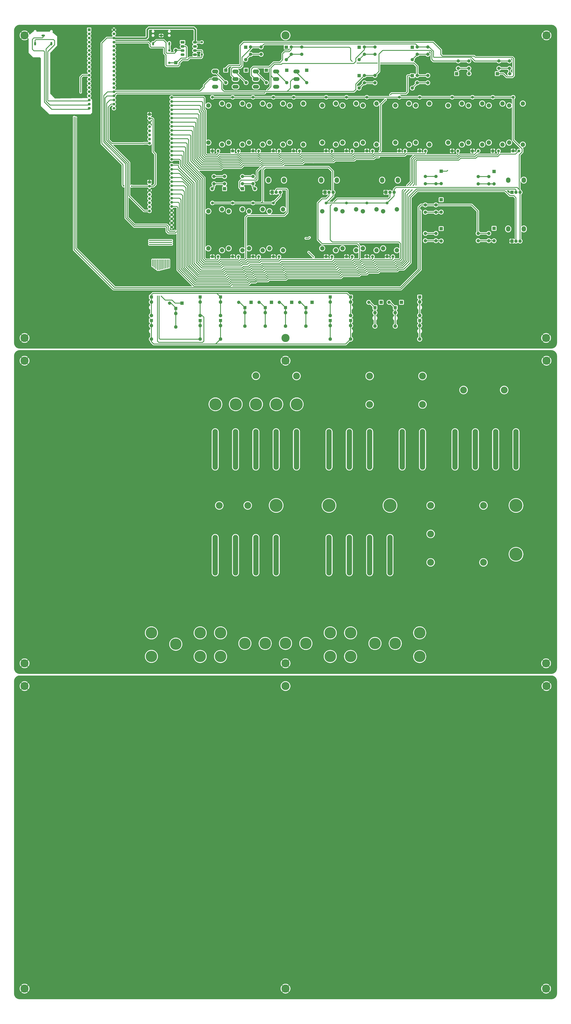
<source format=gbr>
%TF.GenerationSoftware,KiCad,Pcbnew,9.0.7*%
%TF.CreationDate,2026-02-06T18:57:17+00:00*%
%TF.ProjectId,WEASEL_KiCad,57454153-454c-45f4-9b69-4361642e6b69,rev?*%
%TF.SameCoordinates,Original*%
%TF.FileFunction,Copper,L1,Top*%
%TF.FilePolarity,Positive*%
%FSLAX46Y46*%
G04 Gerber Fmt 4.6, Leading zero omitted, Abs format (unit mm)*
G04 Created by KiCad (PCBNEW 9.0.7) date 2026-02-06 18:57:17*
%MOMM*%
%LPD*%
G01*
G04 APERTURE LIST*
%TA.AperFunction,ComponentPad*%
%ADD10C,1.700000*%
%TD*%
%TA.AperFunction,ComponentPad*%
%ADD11R,1.700000X1.700000*%
%TD*%
%TA.AperFunction,ComponentPad*%
%ADD12R,1.750000X1.750000*%
%TD*%
%TA.AperFunction,ComponentPad*%
%ADD13C,1.750000*%
%TD*%
%TA.AperFunction,ComponentPad*%
%ADD14C,2.700000*%
%TD*%
%TA.AperFunction,WasherPad*%
%ADD15C,4.200000*%
%TD*%
%TA.AperFunction,ComponentPad*%
%ADD16R,1.930000X1.830000*%
%TD*%
%TA.AperFunction,ComponentPad*%
%ADD17C,2.130000*%
%TD*%
%TA.AperFunction,ComponentPad*%
%ADD18R,2.000000X2.000000*%
%TD*%
%TA.AperFunction,ComponentPad*%
%ADD19O,2.000000X2.000000*%
%TD*%
%TA.AperFunction,ComponentPad*%
%ADD20C,5.000000*%
%TD*%
%TA.AperFunction,WasherPad*%
%ADD21C,7.000000*%
%TD*%
%TA.AperFunction,ComponentPad*%
%ADD22O,3.300000X25.000000*%
%TD*%
%TA.AperFunction,ComponentPad*%
%ADD23O,2.780000X3.240000*%
%TD*%
%TA.AperFunction,ComponentPad*%
%ADD24C,2.000000*%
%TD*%
%TA.AperFunction,WasherPad*%
%ADD25C,8.000000*%
%TD*%
%TA.AperFunction,WasherPad*%
%ADD26C,7.400000*%
%TD*%
%TA.AperFunction,ComponentPad*%
%ADD27C,1.397000*%
%TD*%
%TA.AperFunction,ComponentPad*%
%ADD28R,2.400000X1.600000*%
%TD*%
%TA.AperFunction,ComponentPad*%
%ADD29O,2.400000X1.600000*%
%TD*%
%TA.AperFunction,ComponentPad*%
%ADD30O,1.200000X2.200000*%
%TD*%
%TA.AperFunction,ComponentPad*%
%ADD31O,2.200000X1.200000*%
%TD*%
%TA.AperFunction,ComponentPad*%
%ADD32O,3.800000X2.400000*%
%TD*%
%TA.AperFunction,ViaPad*%
%ADD33C,0.600000*%
%TD*%
%TA.AperFunction,ViaPad*%
%ADD34C,0.900000*%
%TD*%
%TA.AperFunction,Conductor*%
%ADD35C,0.500000*%
%TD*%
%TA.AperFunction,Conductor*%
%ADD36C,1.000000*%
%TD*%
G04 APERTURE END LIST*
D10*
%TO.P,U1,1,vout*%
%TO.N,MUX1_SIGNAL*%
X98350000Y-85310000D03*
%TO.P,U1,2,i7*%
%TO.N,Net-(U1-i7)*%
X111950000Y-74910000D03*
%TO.P,U1,3,i6*%
%TO.N,Net-(U1-i6)*%
X111950000Y-72370000D03*
%TO.P,U1,4,i5*%
%TO.N,Net-(U1-i5)*%
X111950000Y-69830000D03*
%TO.P,U1,5,i4*%
%TO.N,Net-(U1-i4)*%
X111950000Y-67290000D03*
%TO.P,U1,6,i3*%
%TO.N,Net-(U1-i3)*%
X111950000Y-64750000D03*
%TO.P,U1,7,i2*%
%TO.N,Net-(U1-i2)*%
X111950000Y-62210000D03*
%TO.P,U1,8,i1*%
%TO.N,Net-(U1-i1)*%
X111950000Y-59670000D03*
%TO.P,U1,9,i0*%
%TO.N,Net-(U1-i0)*%
X111950000Y-57130000D03*
%TO.P,U1,10,s0*%
%TO.N,MUX1_S0*%
X98350000Y-75150000D03*
%TO.P,U1,11,s1*%
%TO.N,MUX1_S1*%
X98350000Y-77690000D03*
D11*
%TO.P,U1,12,gnd*%
%TO.N,GND*%
X98350000Y-67530000D03*
D10*
%TO.P,U1,13,s3*%
%TO.N,MUX1_S3*%
X98350000Y-82770000D03*
%TO.P,U1,14,s2*%
%TO.N,MUX1_S2*%
X98350000Y-80230000D03*
%TO.P,U1,15,e*%
%TO.N,GND*%
X98350000Y-72610000D03*
%TO.P,U1,16,i15*%
%TO.N,Net-(U1-i15)*%
X111950000Y-95230000D03*
%TO.P,U1,17,i14*%
%TO.N,Net-(U1-i14)*%
X111950000Y-92690000D03*
%TO.P,U1,18,i13*%
%TO.N,Net-(U1-i13)*%
X111950000Y-90150000D03*
%TO.P,U1,19,i12*%
%TO.N,Net-(U1-i12)*%
X111950000Y-87610000D03*
%TO.P,U1,20,i11*%
%TO.N,Net-(U1-i11)*%
X111950000Y-85070000D03*
%TO.P,U1,21,i10*%
%TO.N,Net-(U1-i10)*%
X111950000Y-82530000D03*
%TO.P,U1,22,i9*%
%TO.N,Net-(U1-i9)*%
X111950000Y-79990000D03*
%TO.P,U1,23,i8*%
%TO.N,Net-(U1-i8)*%
X111950000Y-77450000D03*
%TO.P,U1,24,vcc*%
%TO.N,Vcc*%
X98350000Y-70070000D03*
%TD*%
%TO.P,U2,1,vout*%
%TO.N,MUX2_SIGNAL*%
X98350000Y-126910000D03*
%TO.P,U2,2,i7*%
%TO.N,Net-(U2-i7)*%
X111950000Y-116510000D03*
%TO.P,U2,3,i6*%
%TO.N,Net-(U2-i6)*%
X111950000Y-113970000D03*
%TO.P,U2,4,i5*%
%TO.N,Net-(U2-i5)*%
X111950000Y-111430000D03*
%TO.P,U2,5,i4*%
%TO.N,Net-(U2-i4)*%
X111950000Y-108890000D03*
%TO.P,U2,6,i3*%
%TO.N,Net-(U2-i3)*%
X111950000Y-106350000D03*
%TO.P,U2,7,i2*%
%TO.N,Net-(U2-i2)*%
X111950000Y-103810000D03*
%TO.P,U2,8,i1*%
%TO.N,Net-(U2-i1)*%
X111950000Y-101270000D03*
%TO.P,U2,9,i0*%
%TO.N,Net-(U2-i0)*%
X111950000Y-98730000D03*
%TO.P,U2,10,s0*%
%TO.N,MUX2_S0*%
X98350000Y-116750000D03*
%TO.P,U2,11,s1*%
%TO.N,MUX2_S1*%
X98350000Y-119290000D03*
D11*
%TO.P,U2,12,gnd*%
%TO.N,GND*%
X98350000Y-109130000D03*
D10*
%TO.P,U2,13,s3*%
%TO.N,MUX2_S3*%
X98350000Y-124370000D03*
%TO.P,U2,14,s2*%
%TO.N,MUX2_S2*%
X98350000Y-121830000D03*
%TO.P,U2,15,e*%
%TO.N,GND*%
X98350000Y-114210000D03*
%TO.P,U2,16,i15*%
X111950000Y-136830000D03*
%TO.P,U2,17,i14*%
X111950000Y-134290000D03*
%TO.P,U2,18,i13*%
X111950000Y-131750000D03*
%TO.P,U2,19,i12*%
X111950000Y-129210000D03*
%TO.P,U2,20,i11*%
X111950000Y-126670000D03*
%TO.P,U2,21,i10*%
%TO.N,Net-(U2-i10)*%
X111950000Y-124130000D03*
%TO.P,U2,22,i9*%
%TO.N,Net-(U2-i9)*%
X111950000Y-121590000D03*
%TO.P,U2,23,i8*%
%TO.N,Net-(U2-i8)*%
X111950000Y-119050000D03*
%TO.P,U2,24,vcc*%
%TO.N,Vcc*%
X98350000Y-111670000D03*
%TD*%
D12*
%TO.P,RV10,1,1*%
%TO.N,GND*%
X264500000Y-90000000D03*
D13*
%TO.P,RV10,2,2*%
%TO.N,Net-(U1-i9)*%
X268000000Y-90000000D03*
%TO.P,RV10,3,3*%
%TO.N,Vcc*%
X264500000Y-57000000D03*
D14*
%TO.P,RV10,MP*%
%TO.N,N/C*%
X270450000Y-86100000D03*
X262050000Y-84900000D03*
X262050000Y-62100000D03*
X270450000Y-60900000D03*
%TD*%
D15*
%TO.P,REF\u002A\u002A,*%
%TO.N,*%
X303747300Y-308000000D03*
%TD*%
D16*
%TO.P,J16,S*%
%TO.N,Net-(D24-A)*%
X157002700Y-186300000D03*
D17*
%TO.P,J16,T*%
X157002700Y-197700000D03*
%TO.P,J16,TN*%
X157002700Y-189400000D03*
%TD*%
D16*
%TO.P,J21,S*%
%TO.N,Net-(D29-A)*%
X249502700Y-186300000D03*
D17*
%TO.P,J21,T*%
X249502700Y-197700000D03*
%TO.P,J21,TN*%
X249502700Y-189400000D03*
%TD*%
D18*
%TO.P,D3,1,K*%
%TO.N,Y0*%
X157500000Y-26250000D03*
D19*
%TO.P,D3,2,A*%
%TO.N,Net-(D3-A)*%
X157500000Y-33870000D03*
%TD*%
D20*
%TO.P,,*%
%TO.N,GND*%
X342250000Y-605000000D03*
%TD*%
D21*
%TO.P,REF\u002A\u002A,*%
%TO.N,*%
X182000000Y-392750000D03*
%TD*%
D12*
%TO.P,RV9,1,1*%
%TO.N,GND*%
X252000000Y-90000000D03*
D13*
%TO.P,RV9,2,2*%
%TO.N,Net-(U1-i8)*%
X255500000Y-90000000D03*
%TO.P,RV9,3,3*%
%TO.N,Vcc*%
X252000000Y-57000000D03*
D14*
%TO.P,RV9,MP*%
%TO.N,N/C*%
X257950000Y-86100000D03*
X249550000Y-84900000D03*
X249550000Y-62100000D03*
X257950000Y-60900000D03*
%TD*%
D22*
%TO.P,REF\u002A\u002A,*%
%TO.N,*%
X138750000Y-338500000D03*
%TD*%
D16*
%TO.P,J7,S*%
%TO.N,B1*%
X142002700Y-194300000D03*
D17*
%TO.P,J7,T*%
X142002700Y-205700000D03*
%TO.P,J7,TN*%
X142002700Y-197400000D03*
%TD*%
D20*
%TO.P,,*%
%TO.N,GND*%
X21500000Y-205000000D03*
%TD*%
D18*
%TO.P,D1,1,K*%
%TO.N,Net-(D1-K)*%
X114500000Y-35750000D03*
D19*
%TO.P,D1,2,A*%
%TO.N,Net-(D1-A)*%
X114500000Y-28130000D03*
%TD*%
D16*
%TO.P,J18,S*%
%TO.N,Net-(D26-A)*%
X182002700Y-186300000D03*
D17*
%TO.P,J18,T*%
X182002700Y-197700000D03*
%TO.P,J18,TN*%
X182002700Y-189400000D03*
%TD*%
D22*
%TO.P,REF\u002A\u002A,*%
%TO.N,*%
X253750000Y-273500000D03*
%TD*%
D15*
%TO.P,REF\u002A\u002A,*%
%TO.N,*%
X266250000Y-245880000D03*
%TD*%
D21*
%TO.P,REF\u002A\u002A,*%
%TO.N,*%
X129502700Y-400800000D03*
%TD*%
%TO.P,REF\u002A\u002A,*%
%TO.N,*%
X264502700Y-400800000D03*
%TD*%
D16*
%TO.P,J12,S*%
%TO.N,B3*%
X129502700Y-194300000D03*
D17*
%TO.P,J12,T*%
X129502700Y-205700000D03*
%TO.P,J12,TN*%
X129502700Y-197400000D03*
%TD*%
D12*
%TO.P,RV8,1,1*%
%TO.N,GND*%
X232000000Y-90000000D03*
D13*
%TO.P,RV8,2,2*%
%TO.N,Net-(U1-i7)*%
X235500000Y-90000000D03*
%TO.P,RV8,3,3*%
%TO.N,Vcc*%
X232000000Y-57000000D03*
D14*
%TO.P,RV8,MP*%
%TO.N,N/C*%
X237950000Y-86100000D03*
X229550000Y-84900000D03*
X229550000Y-62100000D03*
X237950000Y-60900000D03*
%TD*%
D23*
%TO.P,RV26,*%
%TO.N,*%
X318947300Y-107965800D03*
X328547300Y-107965800D03*
D18*
%TO.P,RV26,1,1*%
%TO.N,GND*%
X321247300Y-115465800D03*
D24*
%TO.P,RV26,2,2*%
%TO.N,Net-(U2-i9)*%
X323747300Y-115465800D03*
%TO.P,RV26,3,3*%
%TO.N,Vcc*%
X326247300Y-115465800D03*
%TD*%
D18*
%TO.P,D13,1,K*%
%TO.N,Y2*%
X277750000Y-137750000D03*
D19*
%TO.P,D13,2,A*%
%TO.N,Net-(D13-A)*%
X277750000Y-145370000D03*
%TD*%
D21*
%TO.P,REF\u002A\u002A,*%
%TO.N,*%
X209502700Y-400800000D03*
%TD*%
D25*
%TO.P,REF\u002A\u002A,*%
%TO.N,*%
X176247300Y-307965800D03*
%TD*%
D18*
%TO.P,D16,1,K*%
%TO.N,Y3*%
X310250000Y-137630000D03*
D19*
%TO.P,D16,2,A*%
%TO.N,Net-(D16-A)*%
X310250000Y-145250000D03*
%TD*%
D15*
%TO.P,REF\u002A\u002A,*%
%TO.N,*%
X303747300Y-342965800D03*
%TD*%
D12*
%TO.P,RV22,1,1*%
%TO.N,GND*%
X284500000Y-90000000D03*
D13*
%TO.P,RV22,2,2*%
%TO.N,Net-(U2-i5)*%
X288000000Y-90000000D03*
%TO.P,RV22,3,3*%
%TO.N,Vcc*%
X284500000Y-57000000D03*
D14*
%TO.P,RV22,MP*%
%TO.N,N/C*%
X290450000Y-86100000D03*
X282050000Y-84900000D03*
X282050000Y-62100000D03*
X290450000Y-60900000D03*
%TD*%
D24*
%TO.P,SW2,1,1*%
%TO.N,X1*%
X185500000Y-26130000D03*
X192000000Y-26130000D03*
%TO.P,SW2,2,2*%
%TO.N,Net-(D4-A)*%
X185500000Y-30630000D03*
X192000000Y-30630000D03*
%TD*%
D18*
%TO.P,D8,1,K*%
%TO.N,Y1*%
X260000000Y-43750000D03*
D19*
%TO.P,D8,2,A*%
%TO.N,Net-(D8-A)*%
X260000000Y-51370000D03*
%TD*%
D22*
%TO.P,REF\u002A\u002A,*%
%TO.N,*%
X151250000Y-273500000D03*
%TD*%
D16*
%TO.P,J8,S*%
%TO.N,B1*%
X222002700Y-194300000D03*
D17*
%TO.P,J8,T*%
X222002700Y-205700000D03*
%TO.P,J8,TN*%
X222002700Y-197400000D03*
%TD*%
D18*
%TO.P,D26,1,K*%
%TO.N,A3*%
X185810000Y-183080000D03*
D19*
%TO.P,D26,2,A*%
%TO.N,Net-(D26-A)*%
X178190000Y-183080000D03*
%TD*%
D21*
%TO.P,REF\u002A\u002A,*%
%TO.N,*%
X157002700Y-392800000D03*
%TD*%
D20*
%TO.P,,*%
%TO.N,GND*%
X182000000Y-219000000D03*
%TD*%
D26*
%TO.P,REF\u002A\u002A,*%
%TO.N,*%
X138900000Y-245780000D03*
%TD*%
D15*
%TO.P,REF\u002A\u002A,*%
%TO.N,*%
X271247300Y-307965800D03*
%TD*%
D18*
%TO.P,D6,1,K*%
%TO.N,Y0*%
X227250000Y-43750000D03*
D19*
%TO.P,D6,2,A*%
%TO.N,Net-(D6-A)*%
X227250000Y-51370000D03*
%TD*%
D16*
%TO.P,J17,S*%
%TO.N,Net-(D25-A)*%
X169502700Y-186300000D03*
D17*
%TO.P,J17,T*%
X169502700Y-197700000D03*
%TO.P,J17,TN*%
X169502700Y-189400000D03*
%TD*%
D12*
%TO.P,RV3,1,1*%
%TO.N,GND*%
X162000000Y-90000000D03*
D13*
%TO.P,RV3,2,2*%
%TO.N,Net-(U1-i2)*%
X165500000Y-90000000D03*
%TO.P,RV3,3,3*%
%TO.N,Vcc*%
X162000000Y-57000000D03*
D14*
%TO.P,RV3,MP*%
%TO.N,N/C*%
X167950000Y-86100000D03*
X159550000Y-84900000D03*
X159550000Y-62100000D03*
X167950000Y-60900000D03*
%TD*%
D20*
%TO.P,,*%
%TO.N,GND*%
X21500000Y-405000000D03*
%TD*%
D16*
%TO.P,J13,S*%
%TO.N,B3*%
X209502700Y-194300000D03*
D17*
%TO.P,J13,T*%
X209502700Y-205700000D03*
%TO.P,J13,TN*%
X209502700Y-197400000D03*
%TD*%
D18*
%TO.P,D23,1,K*%
%TO.N,A0*%
X118310000Y-183580000D03*
D19*
%TO.P,D23,2,A*%
%TO.N,Net-(D23-A)*%
X110690000Y-183580000D03*
%TD*%
D15*
%TO.P,REF\u002A\u002A,*%
%TO.N,*%
X188750000Y-228380000D03*
%TD*%
D18*
%TO.P,D22,1,K*%
%TO.N,Y4*%
X195000000Y-40380000D03*
D19*
%TO.P,D22,2,A*%
%TO.N,Net-(D22-A)*%
X195000000Y-48000000D03*
%TD*%
D27*
%TO.P,R2,1*%
%TO.N,Vcc*%
X130500000Y-23190000D03*
%TO.P,R2,2*%
%TO.N,MIDI_INPUT*%
X130500000Y-30810000D03*
%TD*%
D22*
%TO.P,REF\u002A\u002A,*%
%TO.N,*%
X208750000Y-338500000D03*
%TD*%
D18*
%TO.P,D9,1,K*%
%TO.N,Y1*%
X155500000Y-113250000D03*
D19*
%TO.P,D9,2,A*%
%TO.N,Net-(D9-A)*%
X163120000Y-113250000D03*
%TD*%
D12*
%TO.P,RV13,1,1*%
%TO.N,GND*%
X162000000Y-155000000D03*
D13*
%TO.P,RV13,2,2*%
%TO.N,Net-(U1-i13)*%
X165500000Y-155000000D03*
%TO.P,RV13,3,3*%
%TO.N,Vcc*%
X162000000Y-122000000D03*
D14*
%TO.P,RV13,MP*%
%TO.N,N/C*%
X167950000Y-151100000D03*
X159550000Y-149900000D03*
X159550000Y-127100000D03*
X167950000Y-125900000D03*
%TD*%
D24*
%TO.P,SW15,1,1*%
%TO.N,X2*%
X300497300Y-105750000D03*
X306997300Y-105750000D03*
%TO.P,SW15,2,2*%
%TO.N,Net-(D17-A)*%
X300497300Y-110250000D03*
X306997300Y-110250000D03*
%TD*%
D15*
%TO.P,REF\u002A\u002A,*%
%TO.N,*%
X163750000Y-228250000D03*
%TD*%
D21*
%TO.P,REF\u002A\u002A,*%
%TO.N,*%
X209502700Y-386300000D03*
%TD*%
D26*
%TO.P,REF\u002A\u002A,*%
%TO.N,*%
X163900000Y-245780000D03*
%TD*%
D24*
%TO.P,SW3,1,1*%
%TO.N,X2*%
X230500000Y-26130000D03*
X237000000Y-26130000D03*
%TO.P,SW3,2,2*%
%TO.N,Net-(D5-A)*%
X230500000Y-30630000D03*
X237000000Y-30630000D03*
%TD*%
D23*
%TO.P,RV27,*%
%TO.N,*%
X318947300Y-137965800D03*
X328547300Y-137965800D03*
D18*
%TO.P,RV27,1,1*%
%TO.N,GND*%
X321247300Y-145465800D03*
D24*
%TO.P,RV27,2,2*%
%TO.N,Net-(U2-i10)*%
X323747300Y-145465800D03*
%TO.P,RV27,3,3*%
%TO.N,Vcc*%
X326247300Y-145465800D03*
%TD*%
D22*
%TO.P,REF\u002A\u002A,*%
%TO.N,*%
X246250000Y-338500000D03*
%TD*%
%TO.P,REF\u002A\u002A,*%
%TO.N,*%
X151250000Y-338500000D03*
%TD*%
D12*
%TO.P,RV19,1,1*%
%TO.N,GND*%
X232000000Y-155000000D03*
D13*
%TO.P,RV19,2,2*%
%TO.N,Net-(U2-i2)*%
X235500000Y-155000000D03*
%TO.P,RV19,3,3*%
%TO.N,Vcc*%
X232000000Y-122000000D03*
D14*
%TO.P,RV19,MP*%
%TO.N,N/C*%
X237950000Y-151100000D03*
X229550000Y-149900000D03*
X229550000Y-127100000D03*
X237950000Y-125900000D03*
%TD*%
D18*
%TO.P,D29,1,K*%
%TO.N,A6*%
X253310000Y-183080000D03*
D19*
%TO.P,D29,2,A*%
%TO.N,Net-(D29-A)*%
X245690000Y-183080000D03*
%TD*%
D21*
%TO.P,REF\u002A\u002A,*%
%TO.N,*%
X222002700Y-400800000D03*
%TD*%
D24*
%TO.P,SW9,1,1*%
%TO.N,X0*%
X267997300Y-105715800D03*
X274497300Y-105715800D03*
%TO.P,SW9,2,2*%
%TO.N,Net-(D11-A)*%
X267997300Y-110215800D03*
X274497300Y-110215800D03*
%TD*%
D12*
%TO.P,RV23,1,1*%
%TO.N,GND*%
X297000000Y-90000000D03*
D13*
%TO.P,RV23,2,2*%
%TO.N,Net-(U2-i6)*%
X300500000Y-90000000D03*
%TO.P,RV23,3,3*%
%TO.N,Vcc*%
X297000000Y-57000000D03*
D14*
%TO.P,RV23,MP*%
%TO.N,N/C*%
X302950000Y-86100000D03*
X294550000Y-84900000D03*
X294550000Y-62100000D03*
X302950000Y-60900000D03*
%TD*%
D23*
%TO.P,RV21,*%
%TO.N,*%
X241447300Y-107965800D03*
X251047300Y-107965800D03*
D18*
%TO.P,RV21,1,1*%
%TO.N,GND*%
X243747300Y-115465800D03*
D24*
%TO.P,RV21,2,2*%
%TO.N,Net-(U2-i4)*%
X246247300Y-115465800D03*
%TO.P,RV21,3,3*%
%TO.N,Vcc*%
X248747300Y-115465800D03*
%TD*%
D21*
%TO.P,REF\u002A\u002A,*%
%TO.N,*%
X99500000Y-386300000D03*
%TD*%
D16*
%TO.P,J10,S*%
%TO.N,B2*%
X209502700Y-179800000D03*
D17*
%TO.P,J10,T*%
X209502700Y-191200000D03*
%TO.P,J10,TN*%
X209502700Y-182900000D03*
%TD*%
D16*
%TO.P,J6,S*%
%TO.N,B1*%
X99502700Y-194300000D03*
D17*
%TO.P,J6,T*%
X99502700Y-205700000D03*
%TO.P,J6,TN*%
X99502700Y-197400000D03*
%TD*%
D24*
%TO.P,SW5,1,1*%
%TO.N,X0*%
X263000000Y-26130000D03*
X269500000Y-26130000D03*
%TO.P,SW5,2,2*%
%TO.N,Net-(D7-A)*%
X263000000Y-30630000D03*
X269500000Y-30630000D03*
%TD*%
D16*
%TO.P,J19,S*%
%TO.N,Net-(D27-A)*%
X194502700Y-186300000D03*
D17*
%TO.P,J19,T*%
X194502700Y-197700000D03*
%TO.P,J19,TN*%
X194502700Y-189400000D03*
%TD*%
D22*
%TO.P,REF\u002A\u002A,*%
%TO.N,*%
X163750000Y-273500000D03*
%TD*%
D24*
%TO.P,SW8,1,1*%
%TO.N,X3*%
X137997300Y-105715800D03*
X144497300Y-105715800D03*
%TO.P,SW8,2,2*%
%TO.N,Net-(D10-A)*%
X137997300Y-110215800D03*
X144497300Y-110215800D03*
%TD*%
D22*
%TO.P,REF\u002A\u002A,*%
%TO.N,*%
X176250000Y-338500000D03*
%TD*%
D16*
%TO.P,J5,S*%
%TO.N,B0*%
X222002700Y-179800000D03*
D17*
%TO.P,J5,T*%
X222002700Y-191200000D03*
%TO.P,J5,TN*%
X222002700Y-182900000D03*
%TD*%
D22*
%TO.P,REF\u002A\u002A,*%
%TO.N,*%
X163750000Y-338500000D03*
%TD*%
D15*
%TO.P,REF\u002A\u002A,*%
%TO.N,*%
X158747300Y-307965800D03*
%TD*%
D18*
%TO.P,D12,1,K*%
%TO.N,Y2*%
X277750000Y-120000000D03*
D19*
%TO.P,D12,2,A*%
%TO.N,Net-(D12-A)*%
X277750000Y-127620000D03*
%TD*%
D20*
%TO.P,,*%
%TO.N,GND*%
X342500000Y-219000000D03*
%TD*%
D26*
%TO.P,REF\u002A\u002A,*%
%TO.N,*%
X151400000Y-245780000D03*
%TD*%
%TO.P,REF\u002A\u002A,*%
%TO.N,*%
X176400000Y-245780000D03*
%TD*%
D12*
%TO.P,RV20,1,1*%
%TO.N,GND*%
X244500000Y-155000000D03*
D13*
%TO.P,RV20,2,2*%
%TO.N,Net-(U2-i3)*%
X248000000Y-155000000D03*
%TO.P,RV20,3,3*%
%TO.N,Vcc*%
X244500000Y-122000000D03*
D14*
%TO.P,RV20,MP*%
%TO.N,N/C*%
X250450000Y-151100000D03*
X242050000Y-149900000D03*
X242050000Y-127100000D03*
X250450000Y-125900000D03*
%TD*%
D16*
%TO.P,J9,S*%
%TO.N,B2*%
X129502700Y-179800000D03*
D17*
%TO.P,J9,T*%
X129502700Y-191200000D03*
%TO.P,J9,TN*%
X129502700Y-182900000D03*
%TD*%
D12*
%TO.P,RV11,1,1*%
%TO.N,GND*%
X137000000Y-155000000D03*
D13*
%TO.P,RV11,2,2*%
%TO.N,Net-(U1-i10)*%
X140500000Y-155000000D03*
%TO.P,RV11,3,3*%
%TO.N,Vcc*%
X137000000Y-122000000D03*
D14*
%TO.P,RV11,MP*%
%TO.N,N/C*%
X142950000Y-151100000D03*
X134550000Y-149900000D03*
X134550000Y-127100000D03*
X142950000Y-125900000D03*
%TD*%
D27*
%TO.P,R1,1*%
%TO.N,Net-(J1-PadR)*%
X110500000Y-28250000D03*
%TO.P,R1,2*%
%TO.N,Net-(D1-K)*%
X110500000Y-35870000D03*
%TD*%
D12*
%TO.P,RV6,1,1*%
%TO.N,GND*%
X207000000Y-90000000D03*
D13*
%TO.P,RV6,2,2*%
%TO.N,Net-(U1-i5)*%
X210500000Y-90000000D03*
%TO.P,RV6,3,3*%
%TO.N,Vcc*%
X207000000Y-57000000D03*
D14*
%TO.P,RV6,MP*%
%TO.N,N/C*%
X212950000Y-86100000D03*
X204550000Y-84900000D03*
X204550000Y-62100000D03*
X212950000Y-60900000D03*
%TD*%
D28*
%TO.P,U3,1,NC*%
%TO.N,unconnected-(U3-NC-Pad1)*%
X118675000Y-23200000D03*
D29*
%TO.P,U3,2,C1*%
%TO.N,Net-(D1-K)*%
X118675000Y-25740000D03*
%TO.P,U3,3,C2*%
%TO.N,Net-(D1-A)*%
X118675000Y-28280000D03*
%TO.P,U3,4,NC*%
%TO.N,unconnected-(U3-NC-Pad4)*%
X118675000Y-30820000D03*
%TO.P,U3,5,GND*%
%TO.N,GND*%
X126295000Y-30820000D03*
%TO.P,U3,6,VO2*%
%TO.N,MIDI_INPUT*%
X126295000Y-28280000D03*
%TO.P,U3,7,VO1*%
%TO.N,unconnected-(U3-VO1-Pad7)*%
X126295000Y-25740000D03*
%TO.P,U3,8,VCC*%
%TO.N,Vcc*%
X126295000Y-23200000D03*
%TD*%
D24*
%TO.P,SW13,1,1*%
%TO.N,X0*%
X313250000Y-34750000D03*
X319750000Y-34750000D03*
%TO.P,SW13,2,2*%
%TO.N,Net-(D15-A)*%
X313250000Y-39250000D03*
X319750000Y-39250000D03*
%TD*%
D12*
%TO.P,RV25,1,1*%
%TO.N,GND*%
X322000000Y-90000000D03*
D13*
%TO.P,RV25,2,2*%
%TO.N,Net-(U2-i8)*%
X325500000Y-90000000D03*
%TO.P,RV25,3,3*%
%TO.N,Vcc*%
X322000000Y-57000000D03*
D14*
%TO.P,RV25,MP*%
%TO.N,N/C*%
X327950000Y-86100000D03*
X319550000Y-84900000D03*
X319550000Y-62100000D03*
X327950000Y-60900000D03*
%TD*%
D23*
%TO.P,RV18,*%
%TO.N,*%
X203947300Y-107965800D03*
X213547300Y-107965800D03*
D18*
%TO.P,RV18,1,1*%
%TO.N,GND*%
X206247300Y-115465800D03*
D24*
%TO.P,RV18,2,2*%
%TO.N,Net-(U2-i1)*%
X208747300Y-115465800D03*
%TO.P,RV18,3,3*%
%TO.N,Vcc*%
X211247300Y-115465800D03*
%TD*%
D20*
%TO.P,,*%
%TO.N,GND*%
X21500000Y-605000000D03*
%TD*%
D22*
%TO.P,REF\u002A\u002A,*%
%TO.N,*%
X176250000Y-273500000D03*
%TD*%
D25*
%TO.P,REF\u002A\u002A,*%
%TO.N,*%
X208747300Y-307965800D03*
%TD*%
D22*
%TO.P,REF\u002A\u002A,*%
%TO.N,*%
X311250000Y-273500000D03*
%TD*%
D20*
%TO.P,,*%
%TO.N,*%
X182000000Y-419000000D03*
%TD*%
%TO.P,,*%
%TO.N,GND*%
X342250000Y-205000000D03*
%TD*%
D22*
%TO.P,REF\u002A\u002A,*%
%TO.N,*%
X323750000Y-273500000D03*
%TD*%
D30*
%TO.P,J2,R*%
%TO.N,OUT_R*%
X38000000Y-24050000D03*
D31*
%TO.P,J2,S*%
%TO.N,AGND*%
X33000000Y-19050000D03*
D30*
%TO.P,J2,T*%
%TO.N,OUT_L*%
X28000000Y-24050000D03*
%TD*%
D20*
%TO.P,REF\u002A\u002A,*%
%TO.N,GND*%
X21500000Y-419000000D03*
%TD*%
D15*
%TO.P,REF\u002A\u002A,*%
%TO.N,*%
X233750000Y-245880000D03*
%TD*%
%TO.P,REF\u002A\u002A,*%
%TO.N,*%
X271247300Y-342965800D03*
%TD*%
D16*
%TO.P,J3,S*%
%TO.N,B0*%
X99500000Y-179800000D03*
D17*
%TO.P,J3,T*%
X99500000Y-191200000D03*
%TO.P,J3,TN*%
X99500000Y-182900000D03*
%TD*%
D23*
%TO.P,RV15,*%
%TO.N,*%
X171447300Y-107965800D03*
X181047300Y-107965800D03*
D18*
%TO.P,RV15,1,1*%
%TO.N,GND*%
X173747300Y-115465800D03*
D24*
%TO.P,RV15,2,2*%
%TO.N,Net-(U1-i12)*%
X176247300Y-115465800D03*
%TO.P,RV15,3,3*%
%TO.N,Vcc*%
X178747300Y-115465800D03*
%TD*%
D16*
%TO.P,J20,S*%
%TO.N,Net-(D28-A)*%
X237002700Y-186300000D03*
D17*
%TO.P,J20,T*%
X237002700Y-197700000D03*
%TO.P,J20,TN*%
X237002700Y-189400000D03*
%TD*%
D21*
%TO.P,REF\u002A\u002A,*%
%TO.N,*%
X169502700Y-392800000D03*
%TD*%
D18*
%TO.P,D18,1,K*%
%TO.N,Y3*%
X145250000Y-40380000D03*
D19*
%TO.P,D18,2,A*%
%TO.N,Net-(D18-A)*%
X145250000Y-48000000D03*
%TD*%
D22*
%TO.P,REF\u002A\u002A,*%
%TO.N,*%
X233750000Y-338500000D03*
%TD*%
D12*
%TO.P,RV24,1,1*%
%TO.N,GND*%
X309500000Y-90000000D03*
D13*
%TO.P,RV24,2,2*%
%TO.N,Net-(U2-i7)*%
X313000000Y-90000000D03*
%TO.P,RV24,3,3*%
%TO.N,Vcc*%
X309500000Y-57000000D03*
D14*
%TO.P,RV24,MP*%
%TO.N,N/C*%
X315450000Y-86100000D03*
X307050000Y-84900000D03*
X307050000Y-62100000D03*
X315450000Y-60900000D03*
%TD*%
D21*
%TO.P,REF\u002A\u002A,*%
%TO.N,*%
X129502700Y-386300000D03*
%TD*%
%TO.P,REF\u002A\u002A,*%
%TO.N,*%
X99500000Y-400750000D03*
%TD*%
D32*
%TO.P,SW19,1,A*%
%TO.N,Net-(D21-A)*%
X176250000Y-41180000D03*
%TO.P,SW19,2,B*%
%TO.N,X2*%
X176250000Y-45880000D03*
%TO.P,SW19,3,C*%
%TO.N,unconnected-(SW19-C-Pad3)*%
X176250000Y-50580000D03*
%TD*%
D18*
%TO.P,D24,1,K*%
%TO.N,A1*%
X160810000Y-183080000D03*
D19*
%TO.P,D24,2,A*%
%TO.N,Net-(D24-A)*%
X153190000Y-183080000D03*
%TD*%
D21*
%TO.P,REF\u002A\u002A,*%
%TO.N,*%
X222002700Y-386300000D03*
%TD*%
D18*
%TO.P,D20,1,K*%
%TO.N,Y4*%
X170250000Y-40380000D03*
D19*
%TO.P,D20,2,A*%
%TO.N,Net-(D20-A)*%
X170250000Y-48000000D03*
%TD*%
D20*
%TO.P,,*%
%TO.N,GND*%
X182000000Y-605000000D03*
%TD*%
D22*
%TO.P,REF\u002A\u002A,*%
%TO.N,*%
X286250000Y-273500000D03*
%TD*%
D20*
%TO.P,REF\u002A\u002A,*%
%TO.N,GND*%
X21500000Y-219000000D03*
%TD*%
D18*
%TO.P,D7,1,K*%
%TO.N,Y1*%
X260000000Y-26250000D03*
D19*
%TO.P,D7,2,A*%
%TO.N,Net-(D7-A)*%
X260000000Y-33870000D03*
%TD*%
D15*
%TO.P,REF\u002A\u002A,*%
%TO.N,*%
X316500000Y-237000000D03*
%TD*%
D24*
%TO.P,SW6,1,1*%
%TO.N,X1*%
X263000000Y-43630000D03*
X269500000Y-43630000D03*
%TO.P,SW6,2,2*%
%TO.N,Net-(D8-A)*%
X263000000Y-48130000D03*
X269500000Y-48130000D03*
%TD*%
D21*
%TO.P,REF\u002A\u002A,*%
%TO.N,*%
X264502700Y-386270000D03*
%TD*%
D22*
%TO.P,REF\u002A\u002A,*%
%TO.N,*%
X188750000Y-273500000D03*
%TD*%
D18*
%TO.P,D11,1,K*%
%TO.N,Y2*%
X277750000Y-102500000D03*
D19*
%TO.P,D11,2,A*%
%TO.N,Net-(D11-A)*%
X277750000Y-110120000D03*
%TD*%
D16*
%TO.P,J4,S*%
%TO.N,B0*%
X142002700Y-179800000D03*
D17*
%TO.P,J4,T*%
X142002700Y-191200000D03*
%TO.P,J4,TN*%
X142002700Y-182900000D03*
%TD*%
D20*
%TO.P,,*%
%TO.N,GND*%
X21500000Y-19000000D03*
%TD*%
D24*
%TO.P,SW1,1,1*%
%TO.N,X0*%
X160500000Y-26130000D03*
X167000000Y-26130000D03*
%TO.P,SW1,2,2*%
%TO.N,Net-(D3-A)*%
X160500000Y-30630000D03*
X167000000Y-30630000D03*
%TD*%
D20*
%TO.P,,*%
%TO.N,GND*%
X182000000Y-405000000D03*
%TD*%
D30*
%TO.P,J1,R*%
%TO.N,Net-(J1-PadR)*%
X110500000Y-24050000D03*
D31*
%TO.P,J1,S*%
%TO.N,GND*%
X105500000Y-19050000D03*
D30*
%TO.P,J1,T*%
%TO.N,Net-(D1-A)*%
X100500000Y-24050000D03*
%TD*%
D25*
%TO.P,REF\u002A\u002A,*%
%TO.N,*%
X323747300Y-337965800D03*
%TD*%
D24*
%TO.P,SW4,1,1*%
%TO.N,X3*%
X230500000Y-43630000D03*
X237000000Y-43630000D03*
%TO.P,SW4,2,2*%
%TO.N,Net-(D6-A)*%
X230500000Y-48130000D03*
X237000000Y-48130000D03*
%TD*%
D22*
%TO.P,REF\u002A\u002A,*%
%TO.N,*%
X138750000Y-273500000D03*
%TD*%
D21*
%TO.P,REF\u002A\u002A,*%
%TO.N,*%
X142002700Y-386300000D03*
%TD*%
D12*
%TO.P,RV14,1,1*%
%TO.N,GND*%
X174500000Y-155000000D03*
D13*
%TO.P,RV14,2,2*%
%TO.N,Net-(U1-i14)*%
X178000000Y-155000000D03*
%TO.P,RV14,3,3*%
%TO.N,Vcc*%
X174500000Y-122000000D03*
D14*
%TO.P,RV14,MP*%
%TO.N,N/C*%
X180450000Y-151100000D03*
X172050000Y-149900000D03*
X172050000Y-127100000D03*
X180450000Y-125900000D03*
%TD*%
D18*
%TO.P,D25,1,K*%
%TO.N,A2*%
X173310000Y-183080000D03*
D19*
%TO.P,D25,2,A*%
%TO.N,Net-(D25-A)*%
X165690000Y-183080000D03*
%TD*%
D18*
%TO.P,D21,1,K*%
%TO.N,Y4*%
X182750000Y-40380000D03*
D19*
%TO.P,D21,2,A*%
%TO.N,Net-(D21-A)*%
X182750000Y-48000000D03*
%TD*%
D12*
%TO.P,RV7,1,1*%
%TO.N,GND*%
X219500000Y-90000000D03*
D13*
%TO.P,RV7,2,2*%
%TO.N,Net-(U1-i6)*%
X223000000Y-90000000D03*
%TO.P,RV7,3,3*%
%TO.N,Vcc*%
X219500000Y-57000000D03*
D14*
%TO.P,RV7,MP*%
%TO.N,N/C*%
X225450000Y-86100000D03*
X217050000Y-84900000D03*
X217050000Y-62100000D03*
X225450000Y-60900000D03*
%TD*%
D16*
%TO.P,J15,S*%
%TO.N,Net-(D23-A)*%
X114502700Y-186800000D03*
D17*
%TO.P,J15,T*%
X114502700Y-198200000D03*
%TO.P,J15,TN*%
X114502700Y-189900000D03*
%TD*%
D20*
%TO.P,,*%
%TO.N,GND*%
X342500000Y-419000000D03*
%TD*%
D12*
%TO.P,RV17,1,1*%
%TO.N,GND*%
X219500000Y-155000000D03*
D13*
%TO.P,RV17,2,2*%
%TO.N,Net-(U2-i0)*%
X223000000Y-155000000D03*
%TO.P,RV17,3,3*%
%TO.N,Vcc*%
X219500000Y-122000000D03*
D14*
%TO.P,RV17,MP*%
%TO.N,N/C*%
X225450000Y-151100000D03*
X217050000Y-149900000D03*
X217050000Y-127100000D03*
X225450000Y-125900000D03*
%TD*%
D16*
%TO.P,J11,S*%
%TO.N,B2*%
X264502700Y-179770000D03*
D17*
%TO.P,J11,T*%
X264502700Y-191170000D03*
%TO.P,J11,TN*%
X264502700Y-182870000D03*
%TD*%
D21*
%TO.P,REF\u002A\u002A,*%
%TO.N,*%
X249502700Y-392800000D03*
%TD*%
D15*
%TO.P,REF\u002A\u002A,*%
%TO.N,*%
X291500000Y-237000000D03*
%TD*%
D20*
%TO.P,,*%
%TO.N,GND*%
X182000000Y-205000000D03*
%TD*%
D12*
%TO.P,RV5,1,1*%
%TO.N,GND*%
X187000000Y-90000000D03*
D13*
%TO.P,RV5,2,2*%
%TO.N,Net-(U1-i4)*%
X190500000Y-90000000D03*
%TO.P,RV5,3,3*%
%TO.N,Vcc*%
X187000000Y-57000000D03*
D14*
%TO.P,RV5,MP*%
%TO.N,N/C*%
X192950000Y-86100000D03*
X184550000Y-84900000D03*
X184550000Y-62100000D03*
X192950000Y-60900000D03*
%TD*%
D24*
%TO.P,SW14,1,1*%
%TO.N,X1*%
X300497300Y-140715800D03*
X306997300Y-140715800D03*
%TO.P,SW14,2,2*%
%TO.N,Net-(D16-A)*%
X300497300Y-145215800D03*
X306997300Y-145215800D03*
%TD*%
D21*
%TO.P,REF\u002A\u002A,*%
%TO.N,*%
X114500000Y-393250000D03*
%TD*%
D15*
%TO.P,REF\u002A\u002A,*%
%TO.N,*%
X141247300Y-307965800D03*
%TD*%
%TO.P,REF\u002A\u002A,*%
%TO.N,*%
X266250000Y-228380000D03*
%TD*%
D24*
%TO.P,SW10,1,1*%
%TO.N,X1*%
X267997300Y-123215800D03*
X274497300Y-123215800D03*
%TO.P,SW10,2,2*%
%TO.N,Net-(D12-A)*%
X267997300Y-127715800D03*
X274497300Y-127715800D03*
%TD*%
D22*
%TO.P,REF\u002A\u002A,*%
%TO.N,*%
X221250000Y-273500000D03*
%TD*%
D20*
%TO.P,,*%
%TO.N,GND*%
X342250000Y-405000000D03*
%TD*%
D12*
%TO.P,RV1,1,1*%
%TO.N,GND*%
X137000000Y-90000000D03*
D13*
%TO.P,RV1,2,2*%
%TO.N,Net-(U1-i0)*%
X140500000Y-90000000D03*
%TO.P,RV1,3,3*%
%TO.N,Vcc*%
X137000000Y-57000000D03*
D14*
%TO.P,RV1,MP*%
%TO.N,N/C*%
X142950000Y-86100000D03*
X134550000Y-84900000D03*
X134550000Y-62100000D03*
X142950000Y-60900000D03*
%TD*%
D24*
%TO.P,SW11,1,1*%
%TO.N,X2*%
X267997300Y-140715800D03*
X274497300Y-140715800D03*
%TO.P,SW11,2,2*%
%TO.N,Net-(D13-A)*%
X267997300Y-145215800D03*
X274497300Y-145215800D03*
%TD*%
%TO.P,SW7,1,1*%
%TO.N,X2*%
X155497300Y-105715800D03*
X161997300Y-105715800D03*
%TO.P,SW7,2,2*%
%TO.N,Net-(D9-A)*%
X155497300Y-110215800D03*
X161997300Y-110215800D03*
%TD*%
D21*
%TO.P,REF\u002A\u002A,*%
%TO.N,*%
X237002700Y-392800000D03*
%TD*%
D22*
%TO.P,REF\u002A\u002A,*%
%TO.N,*%
X233750000Y-273500000D03*
%TD*%
D15*
%TO.P,REF\u002A\u002A,*%
%TO.N,*%
X233750000Y-228380000D03*
%TD*%
D32*
%TO.P,SW18,1,A*%
%TO.N,Net-(D20-A)*%
X163750000Y-41180000D03*
%TO.P,SW18,2,B*%
%TO.N,X1*%
X163750000Y-45880000D03*
%TO.P,SW18,3,C*%
%TO.N,unconnected-(SW18-C-Pad3)*%
X163750000Y-50580000D03*
%TD*%
D11*
%TO.P,A1,1,USB_ID*%
%TO.N,MUX1_S0*%
X61210000Y-15500000D03*
D10*
%TO.P,A1,2,SD_DATA_3*%
%TO.N,MUX1_S1*%
X61210000Y-18040000D03*
%TO.P,A1,3,SD_DATA_2*%
%TO.N,MUX1_S2*%
X61210000Y-20580000D03*
%TO.P,A1,4,SD_DATA_1*%
%TO.N,MUX1_S3*%
X61210000Y-23120000D03*
%TO.P,A1,5,SD_DATA_0*%
%TO.N,MUX2_S0*%
X61210000Y-25660000D03*
%TO.P,A1,6,SD_CMD*%
%TO.N,MUX2_S1*%
X61210000Y-28200000D03*
%TO.P,A1,7,SD_CLK*%
%TO.N,MUX2_S2*%
X61210000Y-30740000D03*
%TO.P,A1,8,SPI1_CS*%
%TO.N,MUX2_S3*%
X61210000Y-33280000D03*
%TO.P,A1,9,SPI1_SCK*%
%TO.N,Y0*%
X61210000Y-35820000D03*
%TO.P,A1,10,SPI1_POCI*%
%TO.N,Y1*%
X61210000Y-38360000D03*
%TO.P,A1,11,SPI1_PICO*%
%TO.N,Y2*%
X61210000Y-40900000D03*
%TO.P,A1,12,I2C1_SCL*%
%TO.N,Y3*%
X61210000Y-43440000D03*
%TO.P,A1,13,I2C1_SDA*%
%TO.N,X0*%
X61210000Y-45980000D03*
%TO.P,A1,14,USART1_TX*%
%TO.N,X1*%
X61210000Y-48520000D03*
%TO.P,A1,15,USART1_RX*%
%TO.N,Y4*%
X61210000Y-51060000D03*
%TO.P,A1,16,AUDIO_IN_1*%
%TO.N,unconnected-(A1-AUDIO_IN_1-Pad16)*%
X61210000Y-53600000D03*
%TO.P,A1,17,AUDIO_IN_2*%
%TO.N,unconnected-(A1-AUDIO_IN_2-Pad17)*%
X61210000Y-56140000D03*
%TO.P,A1,18,AUDIO_OUT_1*%
%TO.N,OUT_L*%
X61210000Y-58680000D03*
%TO.P,A1,19,AUDIO_OUT_2*%
%TO.N,OUT_R*%
X61210000Y-61220000D03*
%TO.P,A1,20,AGND*%
%TO.N,AGND*%
X61210000Y-63760000D03*
%TO.P,A1,21,3V3_A*%
%TO.N,unconnected-(A1-3V3_A-Pad21)*%
X76450000Y-63760000D03*
%TO.P,A1,22,ADC_0*%
%TO.N,MUX1_SIGNAL*%
X76450000Y-61220000D03*
%TO.P,A1,23,ADC_1*%
%TO.N,MUX2_SIGNAL*%
X76450000Y-58680000D03*
%TO.P,A1,24,ADC_2*%
%TO.N,X2*%
X76450000Y-56140000D03*
%TO.P,A1,25,ADC_3*%
%TO.N,X3*%
X76450000Y-53600000D03*
%TO.P,A1,26,ADC_4*%
%TO.N,B0*%
X76450000Y-51060000D03*
%TO.P,A1,27,ADC_5*%
%TO.N,B1*%
X76450000Y-48520000D03*
%TO.P,A1,28,ADC_6*%
%TO.N,B2*%
X76450000Y-45980000D03*
%TO.P,A1,29,DAC_OUT2*%
%TO.N,B3*%
X76450000Y-43440000D03*
%TO.P,A1,30,DAC_OUT1*%
%TO.N,A0*%
X76450000Y-40900000D03*
%TO.P,A1,31,SAI2_MCLK*%
%TO.N,A1*%
X76450000Y-38360000D03*
%TO.P,A1,32,SAI2_SD_B*%
%TO.N,A2*%
X76450000Y-35820000D03*
%TO.P,A1,33,SAI2_SD_A*%
%TO.N,A3*%
X76450000Y-33280000D03*
%TO.P,A1,34,SAI2_FS*%
%TO.N,A4*%
X76450000Y-30740000D03*
%TO.P,A1,35,SAI2_SCK*%
%TO.N,A5*%
X76450000Y-28200000D03*
%TO.P,A1,36,USB_D_-*%
%TO.N,A6*%
X76450000Y-25660000D03*
%TO.P,A1,37,USB_D_+*%
%TO.N,MIDI_INPUT*%
X76450000Y-23120000D03*
%TO.P,A1,38,3V3_D*%
%TO.N,Vcc*%
X76450000Y-20580000D03*
%TO.P,A1,39,VIN*%
%TO.N,unconnected-(A1-VIN-Pad39)*%
X76450000Y-18040000D03*
%TO.P,A1,40,DGND*%
%TO.N,GND*%
X76450000Y-15500000D03*
%TD*%
D25*
%TO.P,REF\u002A\u002A,*%
%TO.N,*%
X323747300Y-307965800D03*
%TD*%
D12*
%TO.P,RV16,1,1*%
%TO.N,GND*%
X207000000Y-155000000D03*
D13*
%TO.P,RV16,2,2*%
%TO.N,Net-(U1-i15)*%
X210500000Y-155000000D03*
%TO.P,RV16,3,3*%
%TO.N,Vcc*%
X207000000Y-122000000D03*
D14*
%TO.P,RV16,MP*%
%TO.N,N/C*%
X212950000Y-151100000D03*
X204550000Y-149900000D03*
X204550000Y-127100000D03*
X212950000Y-125900000D03*
%TD*%
D20*
%TO.P,,*%
%TO.N,GND*%
X342500000Y-19000000D03*
%TD*%
D18*
%TO.P,D4,1,K*%
%TO.N,Y0*%
X182500000Y-26250000D03*
D19*
%TO.P,D4,2,A*%
%TO.N,Net-(D4-A)*%
X182500000Y-33870000D03*
%TD*%
D18*
%TO.P,D19,1,K*%
%TO.N,Y4*%
X157750000Y-40380000D03*
D19*
%TO.P,D19,2,A*%
%TO.N,Net-(D19-A)*%
X157750000Y-48000000D03*
%TD*%
D32*
%TO.P,SW16,1,A*%
%TO.N,Net-(D18-A)*%
X138750000Y-41180000D03*
%TO.P,SW16,2,B*%
%TO.N,X3*%
X138750000Y-45880000D03*
%TO.P,SW16,3,C*%
%TO.N,unconnected-(SW16-C-Pad3)*%
X138750000Y-50580000D03*
%TD*%
D16*
%TO.P,J14,S*%
%TO.N,B3*%
X264502700Y-194300000D03*
D17*
%TO.P,J14,T*%
X264502700Y-205700000D03*
%TO.P,J14,TN*%
X264502700Y-197400000D03*
%TD*%
D20*
%TO.P,,*%
%TO.N,*%
X182000000Y-205000000D03*
%TD*%
D18*
%TO.P,D27,1,K*%
%TO.N,A4*%
X198310000Y-183080000D03*
D19*
%TO.P,D27,2,A*%
%TO.N,Net-(D27-A)*%
X190690000Y-183080000D03*
%TD*%
D20*
%TO.P,,*%
%TO.N,*%
X182000000Y-19000000D03*
%TD*%
D12*
%TO.P,RV2,1,1*%
%TO.N,GND*%
X149500000Y-90000000D03*
D13*
%TO.P,RV2,2,2*%
%TO.N,Net-(U1-i1)*%
X153000000Y-90000000D03*
%TO.P,RV2,3,3*%
%TO.N,Vcc*%
X149500000Y-57000000D03*
D14*
%TO.P,RV2,MP*%
%TO.N,N/C*%
X155450000Y-86100000D03*
X147050000Y-84900000D03*
X147050000Y-62100000D03*
X155450000Y-60900000D03*
%TD*%
D22*
%TO.P,REF\u002A\u002A,*%
%TO.N,*%
X208750000Y-273500000D03*
%TD*%
D21*
%TO.P,REF\u002A\u002A,*%
%TO.N,*%
X194502700Y-392800000D03*
%TD*%
D22*
%TO.P,REF\u002A\u002A,*%
%TO.N,*%
X266250000Y-273500000D03*
%TD*%
%TO.P,REF\u002A\u002A,*%
%TO.N,*%
X221250000Y-338500000D03*
%TD*%
D24*
%TO.P,SW12,1,1*%
%TO.N,X3*%
X288250000Y-34750000D03*
X294750000Y-34750000D03*
%TO.P,SW12,2,2*%
%TO.N,Net-(D14-A)*%
X288250000Y-39250000D03*
X294750000Y-39250000D03*
%TD*%
D21*
%TO.P,REF\u002A\u002A,*%
%TO.N,*%
X142002700Y-400800000D03*
%TD*%
D15*
%TO.P,REF\u002A\u002A,*%
%TO.N,*%
X271247300Y-325465800D03*
%TD*%
D18*
%TO.P,D14,1,K*%
%TO.N,Y2*%
X287250000Y-42500000D03*
D19*
%TO.P,D14,2,A*%
%TO.N,Net-(D14-A)*%
X294870000Y-42500000D03*
%TD*%
D12*
%TO.P,RV12,1,1*%
%TO.N,GND*%
X149500000Y-155000000D03*
D13*
%TO.P,RV12,2,2*%
%TO.N,Net-(U1-i11)*%
X153000000Y-155000000D03*
%TO.P,RV12,3,3*%
%TO.N,Vcc*%
X149500000Y-122000000D03*
D14*
%TO.P,RV12,MP*%
%TO.N,N/C*%
X155450000Y-151100000D03*
X147050000Y-149900000D03*
X147050000Y-127100000D03*
X155450000Y-125900000D03*
%TD*%
D18*
%TO.P,D28,1,K*%
%TO.N,A5*%
X240810000Y-183080000D03*
D19*
%TO.P,D28,2,A*%
%TO.N,Net-(D28-A)*%
X233190000Y-183080000D03*
%TD*%
D18*
%TO.P,D17,1,K*%
%TO.N,Y3*%
X310250000Y-102630000D03*
D19*
%TO.P,D17,2,A*%
%TO.N,Net-(D17-A)*%
X310250000Y-110250000D03*
%TD*%
D32*
%TO.P,SW17,1,A*%
%TO.N,Net-(D19-A)*%
X151250000Y-41180000D03*
%TO.P,SW17,2,B*%
%TO.N,X0*%
X151250000Y-45880000D03*
%TO.P,SW17,3,C*%
%TO.N,unconnected-(SW17-C-Pad3)*%
X151250000Y-50580000D03*
%TD*%
D12*
%TO.P,RV4,1,1*%
%TO.N,GND*%
X174500000Y-90000000D03*
D13*
%TO.P,RV4,2,2*%
%TO.N,Net-(U1-i3)*%
X178000000Y-90000000D03*
%TO.P,RV4,3,3*%
%TO.N,Vcc*%
X174500000Y-57000000D03*
D14*
%TO.P,RV4,MP*%
%TO.N,N/C*%
X180450000Y-86100000D03*
X172050000Y-84900000D03*
X172050000Y-62100000D03*
X180450000Y-60900000D03*
%TD*%
D18*
%TO.P,D10,1,K*%
%TO.N,Y1*%
X144500000Y-113250000D03*
D19*
%TO.P,D10,2,A*%
%TO.N,Net-(D10-A)*%
X136880000Y-113250000D03*
%TD*%
D18*
%TO.P,D5,1,K*%
%TO.N,Y0*%
X227250000Y-26250000D03*
D19*
%TO.P,D5,2,A*%
%TO.N,Net-(D5-A)*%
X227250000Y-33870000D03*
%TD*%
D22*
%TO.P,REF\u002A\u002A,*%
%TO.N,*%
X298750000Y-273500000D03*
%TD*%
D32*
%TO.P,SW20,1,A*%
%TO.N,Net-(D22-A)*%
X188750000Y-41180000D03*
%TO.P,SW20,2,B*%
%TO.N,X3*%
X188750000Y-45880000D03*
%TO.P,SW20,3,C*%
%TO.N,unconnected-(SW20-C-Pad3)*%
X188750000Y-50580000D03*
%TD*%
D25*
%TO.P,REF\u002A\u002A,*%
%TO.N,*%
X246247300Y-307965800D03*
%TD*%
D18*
%TO.P,D15,1,K*%
%TO.N,Y3*%
X312250000Y-42500000D03*
D19*
%TO.P,D15,2,A*%
%TO.N,Net-(D15-A)*%
X319870000Y-42500000D03*
%TD*%
D26*
%TO.P,REF\u002A\u002A,*%
%TO.N,*%
X188900000Y-245780000D03*
%TD*%
D33*
%TO.N,GND*%
X92000000Y-52250000D03*
X92000000Y-84250000D03*
X92000000Y-55500000D03*
%TO.N,A2*%
X106250000Y-162500000D03*
X106250000Y-157000000D03*
%TO.N,B0*%
X100250000Y-160750000D03*
X100250000Y-157000000D03*
%TO.N,A1*%
X105250000Y-162750000D03*
X105250000Y-157000000D03*
%TO.N,A3*%
X107250000Y-162250000D03*
X107250000Y-157000000D03*
%TO.N,A0*%
X104250000Y-157000000D03*
X104250000Y-163000000D03*
X105500000Y-179250000D03*
%TO.N,A4*%
X108250000Y-162000000D03*
X108250000Y-157000000D03*
%TO.N,A5*%
X109250000Y-161750000D03*
X109250000Y-157000000D03*
%TO.N,A6*%
X110250000Y-161500000D03*
X110250000Y-157000000D03*
%TO.N,B2*%
X103250000Y-179250000D03*
X102250000Y-162250000D03*
X102250000Y-157000000D03*
%TO.N,B3*%
X104250000Y-179250000D03*
X103250000Y-163000000D03*
X103250000Y-157000000D03*
%TO.N,B1*%
X101250000Y-161500000D03*
X101250000Y-157000000D03*
%TO.N,X0*%
X52000000Y-69250000D03*
X265000000Y-126750000D03*
%TO.N,Y3*%
X153875000Y-37375000D03*
X194500000Y-143750000D03*
X98250000Y-145000000D03*
X56000000Y-54000000D03*
X196750000Y-143250000D03*
X112000000Y-145000000D03*
%TO.N,X1*%
X53000000Y-69500000D03*
X240500000Y-36000000D03*
X238500000Y-36000000D03*
X223000000Y-35000000D03*
X226000000Y-36000000D03*
%TO.N,X3*%
X115000000Y-139750000D03*
D34*
%TO.N,Vcc*%
X87330000Y-111670000D03*
X82500000Y-111500000D03*
D33*
%TO.N,Y4*%
X98250000Y-146250000D03*
X112000000Y-146250000D03*
%TO.N,Y1*%
X243500000Y-58500000D03*
X239250000Y-93750000D03*
X246500000Y-55500000D03*
X199000000Y-96750000D03*
X240000000Y-90250000D03*
%TO.N,Y2*%
X112000000Y-147500000D03*
X199250000Y-155250000D03*
X98250000Y-147500000D03*
X196250000Y-152250000D03*
X281750000Y-102000000D03*
%TO.N,X2*%
X169250000Y-54250000D03*
X114000000Y-139250000D03*
X171000000Y-52500000D03*
%TO.N,Net-(U2-i4)*%
X212000000Y-121250000D03*
X210250000Y-123000000D03*
%TO.N,Net-(U2-i5)*%
X257000000Y-111250000D03*
X254500000Y-113750000D03*
%TO.N,Net-(U2-i6)*%
X258500000Y-111250000D03*
X256000000Y-113750000D03*
%TO.N,Net-(U2-i7)*%
X258000000Y-113750000D03*
X260500000Y-111250000D03*
%TO.N,Net-(U2-i8)*%
X262250000Y-111000000D03*
X259875000Y-113875000D03*
%TD*%
D35*
%TO.N,MUX2_SIGNAL*%
X95020000Y-126910000D02*
X98350000Y-126910000D01*
X72000000Y-60750000D02*
X72000000Y-83500000D01*
X72000000Y-83500000D02*
X85750000Y-97250000D01*
X85750000Y-117640000D02*
X95020000Y-126910000D01*
X74000000Y-58750000D02*
X72000000Y-60750000D01*
X76380000Y-58750000D02*
X74000000Y-58750000D01*
X76450000Y-58680000D02*
X76380000Y-58750000D01*
X85750000Y-97250000D02*
X85750000Y-117640000D01*
%TO.N,GND*%
X92000000Y-69750000D02*
X92000000Y-55500000D01*
X96750000Y-67530000D02*
X94220000Y-67530000D01*
X96860000Y-72610000D02*
X96500000Y-72250000D01*
X98350000Y-72610000D02*
X96860000Y-72610000D01*
X98350000Y-67530000D02*
X96750000Y-67530000D01*
X94220000Y-67530000D02*
X92000000Y-69750000D01*
X92000000Y-69750000D02*
X92000000Y-84250000D01*
X96500000Y-72250000D02*
X96500000Y-67780000D01*
X96500000Y-67780000D02*
X96750000Y-67530000D01*
%TO.N,Net-(D1-A)*%
X102550000Y-22000000D02*
X107000000Y-22000000D01*
X114500000Y-29250000D02*
X114500000Y-28130000D01*
X109000000Y-30000000D02*
X113750000Y-30000000D01*
X107000000Y-22000000D02*
X108500000Y-23500000D01*
X100500000Y-24050000D02*
X102550000Y-22000000D01*
X118525000Y-28130000D02*
X118675000Y-28280000D01*
X108500000Y-29500000D02*
X109000000Y-30000000D01*
X113750000Y-30000000D02*
X114500000Y-29250000D01*
X108500000Y-23500000D02*
X108500000Y-29500000D01*
X114500000Y-28130000D02*
X118525000Y-28130000D01*
%TO.N,Net-(D3-A)*%
X157500000Y-33630000D02*
X160500000Y-30630000D01*
X157500000Y-33870000D02*
X157500000Y-33630000D01*
X167000000Y-30630000D02*
X160500000Y-30630000D01*
%TO.N,Net-(D6-A)*%
X230490000Y-48130000D02*
X227250000Y-51370000D01*
X237000000Y-48130000D02*
X230490000Y-48130000D01*
%TO.N,Net-(D7-A)*%
X269500000Y-30630000D02*
X263240000Y-30630000D01*
X263240000Y-30630000D02*
X260000000Y-33870000D01*
%TO.N,A2*%
X106250000Y-162500000D02*
X106250000Y-157000000D01*
%TO.N,B0*%
X99500000Y-178550000D02*
X100500000Y-177550000D01*
X139500000Y-177550000D02*
X139752700Y-177550000D01*
X99500000Y-179800000D02*
X99500000Y-178550000D01*
X142000000Y-191200000D02*
X142120000Y-191080000D01*
X222002700Y-179800000D02*
X219752700Y-177550000D01*
X99500000Y-179800000D02*
X99500000Y-191200000D01*
X222000000Y-179800000D02*
X222000000Y-191200000D01*
X139752700Y-177550000D02*
X142002700Y-179800000D01*
X100500000Y-177550000D02*
X139500000Y-177550000D01*
X100250000Y-160750000D02*
X100250000Y-157000000D01*
X219752700Y-177550000D02*
X139500000Y-177550000D01*
X142000000Y-179800000D02*
X142000000Y-191200000D01*
%TO.N,A1*%
X105250000Y-162750000D02*
X105250000Y-157000000D01*
%TO.N,A3*%
X107250000Y-162250000D02*
X107250000Y-157000000D01*
%TO.N,A0*%
X114080000Y-183580000D02*
X113750000Y-183250000D01*
X118310000Y-183580000D02*
X114080000Y-183580000D01*
X112250000Y-181750000D02*
X108500000Y-181750000D01*
X113750000Y-183250000D02*
X112250000Y-181750000D01*
X118502700Y-183387300D02*
X118310000Y-183580000D01*
X104250000Y-157000000D02*
X104250000Y-163000000D01*
X108500000Y-181750000D02*
X108000000Y-181750000D01*
X108000000Y-181750000D02*
X105500000Y-179250000D01*
%TO.N,A4*%
X108250000Y-162000000D02*
X108250000Y-157000000D01*
%TO.N,A5*%
X109250000Y-161750000D02*
X109250000Y-157000000D01*
%TO.N,A6*%
X253502700Y-182887300D02*
X253310000Y-183080000D01*
X110250000Y-161500000D02*
X110250000Y-157000000D01*
%TO.N,Net-(D4-A)*%
X185500000Y-30870000D02*
X182500000Y-33870000D01*
X185500000Y-30630000D02*
X185500000Y-30870000D01*
X185500000Y-30630000D02*
X192000000Y-30630000D01*
%TO.N,Net-(D8-A)*%
X263240000Y-48130000D02*
X260000000Y-51370000D01*
X269500000Y-48130000D02*
X263240000Y-48130000D01*
%TO.N,B2*%
X103250000Y-207000000D02*
X104000000Y-207750000D01*
X129500000Y-191200000D02*
X129620000Y-191080000D01*
X129500000Y-179800000D02*
X129500000Y-191200000D01*
X131750000Y-207000000D02*
X131750000Y-192250000D01*
X103250000Y-179250000D02*
X103250000Y-207000000D01*
X130700000Y-191200000D02*
X129502700Y-191200000D01*
X102250000Y-162250000D02*
X102250000Y-157000000D01*
X104000000Y-207750000D02*
X131000000Y-207750000D01*
X131000000Y-207750000D02*
X131750000Y-207000000D01*
X131750000Y-192250000D02*
X130700000Y-191200000D01*
X209500000Y-179800000D02*
X209500000Y-191200000D01*
X264500000Y-179800000D02*
X264500000Y-191200000D01*
%TO.N,B3*%
X209502700Y-194300000D02*
X209502700Y-205700000D01*
X129502700Y-194300000D02*
X129502700Y-205700000D01*
X104750000Y-205750000D02*
X129452700Y-205750000D01*
X104250000Y-179250000D02*
X104250000Y-205250000D01*
X103250000Y-157000000D02*
X103250000Y-163000000D01*
X264502700Y-194300000D02*
X264502700Y-205700000D01*
X129452700Y-205750000D02*
X129502700Y-205700000D01*
X104250000Y-205250000D02*
X104750000Y-205750000D01*
%TO.N,B1*%
X218952700Y-208750000D02*
X138952700Y-208750000D01*
X100950000Y-208750000D02*
X138952700Y-208750000D01*
X142000000Y-194300000D02*
X142000000Y-205700000D01*
X222000000Y-194300000D02*
X222000000Y-205700000D01*
X99502700Y-207302700D02*
X100950000Y-208750000D01*
X99500000Y-194300000D02*
X99500000Y-205700000D01*
X101250000Y-161500000D02*
X101250000Y-157000000D01*
X138952700Y-208750000D02*
X139652700Y-208050000D01*
X222002700Y-205700000D02*
X218952700Y-208750000D01*
X139652700Y-208050000D02*
X142002700Y-205700000D01*
X99502700Y-205700000D02*
X99502700Y-207302700D01*
%TO.N,MUX1_SIGNAL*%
X74750000Y-61250000D02*
X75850000Y-61250000D01*
X94700000Y-85440000D02*
X75190000Y-85440000D01*
X75850000Y-61250000D02*
X76450000Y-61850000D01*
X94830000Y-85310000D02*
X94700000Y-85440000D01*
X73000000Y-83250000D02*
X73000000Y-63000000D01*
X73000000Y-63000000D02*
X74750000Y-61250000D01*
X98350000Y-85310000D02*
X94830000Y-85310000D01*
X75190000Y-85440000D02*
X73000000Y-83250000D01*
%TO.N,X0*%
X155250000Y-37750000D02*
X155250000Y-32500000D01*
X273250000Y-32500000D02*
X273000000Y-32250000D01*
X149500000Y-38750000D02*
X154250000Y-38750000D01*
X155250000Y-32500000D02*
X160500000Y-27250000D01*
X298500000Y-34750000D02*
X296250000Y-32500000D01*
X263000000Y-26130000D02*
X263000000Y-25250000D01*
X151250000Y-45880000D02*
X148750000Y-43380000D01*
X154250000Y-38750000D02*
X155250000Y-37750000D01*
X52000000Y-150750000D02*
X76250000Y-175000000D01*
X263000000Y-26130000D02*
X269500000Y-26130000D01*
X253000000Y-175000000D02*
X265000000Y-163000000D01*
X160500000Y-27250000D02*
X160500000Y-26130000D01*
X313250000Y-34750000D02*
X319750000Y-34750000D01*
X148750000Y-39500000D02*
X149500000Y-38750000D01*
X296250000Y-32500000D02*
X273250000Y-32500000D01*
X52000000Y-69250000D02*
X52000000Y-150750000D01*
X270500000Y-26250000D02*
X269620000Y-26250000D01*
X76250000Y-175000000D02*
X253000000Y-175000000D01*
X269620000Y-26250000D02*
X269500000Y-26130000D01*
X265000000Y-163000000D02*
X265000000Y-126750000D01*
X168880000Y-24250000D02*
X167000000Y-26130000D01*
X160500000Y-26130000D02*
X167000000Y-26130000D01*
X148750000Y-43380000D02*
X148750000Y-39500000D01*
X273000000Y-32250000D02*
X273000000Y-28750000D01*
X262000000Y-24250000D02*
X168880000Y-24250000D01*
X263000000Y-25250000D02*
X262000000Y-24250000D01*
X273000000Y-28750000D02*
X270500000Y-26250000D01*
X267997300Y-105715800D02*
X274497300Y-105715800D01*
X313250000Y-34750000D02*
X298500000Y-34750000D01*
%TO.N,Y3*%
X112000000Y-145000000D02*
X98250000Y-145000000D01*
X316000000Y-42500000D02*
X312250000Y-42500000D01*
X278500000Y-31750000D02*
X298000000Y-31750000D01*
X154250000Y-25250000D02*
X156250000Y-23250000D01*
X196250000Y-143750000D02*
X196750000Y-143250000D01*
X272750000Y-23250000D02*
X277500000Y-28000000D01*
X57310000Y-43440000D02*
X56000000Y-44750000D01*
X156250000Y-23250000D02*
X272750000Y-23250000D01*
X154250000Y-37000000D02*
X154250000Y-25250000D01*
X56000000Y-44750000D02*
X56000000Y-54000000D01*
X322250000Y-33250000D02*
X322250000Y-43750000D01*
X145250000Y-40380000D02*
X145250000Y-39500000D01*
X277500000Y-30750000D02*
X278500000Y-31750000D01*
X298750000Y-32500000D02*
X321500000Y-32500000D01*
X321500000Y-32500000D02*
X322250000Y-33250000D01*
X298000000Y-31750000D02*
X298750000Y-32500000D01*
X277500000Y-28000000D02*
X277500000Y-30750000D01*
X145250000Y-39500000D02*
X147250000Y-37500000D01*
X322250000Y-43750000D02*
X321500000Y-44500000D01*
X61210000Y-43440000D02*
X57310000Y-43440000D01*
X194500000Y-143750000D02*
X196250000Y-143750000D01*
X153750000Y-37500000D02*
X153875000Y-37375000D01*
X147250000Y-37500000D02*
X153750000Y-37500000D01*
X153875000Y-37375000D02*
X154250000Y-37000000D01*
X321500000Y-44500000D02*
X318000000Y-44500000D01*
X318000000Y-44500000D02*
X316000000Y-42500000D01*
%TO.N,X1*%
X77000000Y-174000000D02*
X53000000Y-150000000D01*
X219250000Y-26250000D02*
X221250000Y-26250000D01*
X222000000Y-34000000D02*
X222500000Y-34500000D01*
X264000000Y-162750000D02*
X252750000Y-174000000D01*
X185500000Y-27750000D02*
X185500000Y-26130000D01*
X184250000Y-29000000D02*
X185500000Y-27750000D01*
X265284200Y-123215800D02*
X264000000Y-124500000D01*
X267997300Y-123215800D02*
X265284200Y-123215800D01*
X174750000Y-35750000D02*
X178500000Y-35750000D01*
X261000000Y-36000000D02*
X263000000Y-38000000D01*
X163380000Y-45880000D02*
X161000000Y-43500000D01*
X163750000Y-45880000D02*
X163380000Y-45880000D01*
X264000000Y-124500000D02*
X264000000Y-162750000D01*
X263000000Y-38000000D02*
X263000000Y-43630000D01*
X192120000Y-26250000D02*
X219250000Y-26250000D01*
X222000000Y-27000000D02*
X222000000Y-34000000D01*
X172000000Y-38500000D02*
X174750000Y-35750000D01*
X221250000Y-26250000D02*
X222000000Y-27000000D01*
X178500000Y-35750000D02*
X180250000Y-34000000D01*
X162250000Y-38500000D02*
X172000000Y-38500000D01*
X161000000Y-39750000D02*
X162250000Y-38500000D01*
X300250000Y-140468500D02*
X300497300Y-140715800D01*
X192000000Y-26130000D02*
X192120000Y-26250000D01*
X180250000Y-30250000D02*
X181500000Y-29000000D01*
X269500000Y-43630000D02*
X263000000Y-43630000D01*
X185500000Y-26130000D02*
X192000000Y-26130000D01*
X240500000Y-36000000D02*
X261000000Y-36000000D01*
X296465800Y-123215800D02*
X300250000Y-127000000D01*
X274497300Y-123215800D02*
X296465800Y-123215800D01*
X181500000Y-29000000D02*
X184250000Y-29000000D01*
X161000000Y-43500000D02*
X161000000Y-39750000D01*
X222500000Y-34500000D02*
X223000000Y-35000000D01*
X267997300Y-123215800D02*
X274497300Y-123215800D01*
X180250000Y-34000000D02*
X180250000Y-30250000D01*
X300250000Y-127000000D02*
X300250000Y-140468500D01*
X306997300Y-140715800D02*
X300497300Y-140715800D01*
X53000000Y-150000000D02*
X53000000Y-69500000D01*
X238500000Y-36000000D02*
X226000000Y-36000000D01*
X252750000Y-174000000D02*
X77000000Y-174000000D01*
%TO.N,X3*%
X76800000Y-53250000D02*
X76450000Y-53600000D01*
X114250000Y-140500000D02*
X110000000Y-140500000D01*
X132000000Y-50750000D02*
X129500000Y-53250000D01*
X72500000Y-53750000D02*
X76300000Y-53750000D01*
X144497300Y-105715800D02*
X137997300Y-105715800D01*
X237000000Y-43630000D02*
X230500000Y-43630000D01*
X272000000Y-33750000D02*
X273000000Y-34750000D01*
X109000000Y-137000000D02*
X108500000Y-136500000D01*
X239500000Y-41130000D02*
X239500000Y-30500000D01*
X76300000Y-53750000D02*
X76450000Y-53600000D01*
X183000000Y-53500000D02*
X185000000Y-51500000D01*
X141130000Y-45880000D02*
X142750000Y-47500000D01*
X237000000Y-43630000D02*
X239500000Y-41130000D01*
X241750000Y-28250000D02*
X271250000Y-28250000D01*
X83750000Y-98000000D02*
X70250000Y-84500000D01*
X186380000Y-45880000D02*
X188750000Y-45880000D01*
X132000000Y-49500000D02*
X132000000Y-50750000D01*
X225250000Y-48880000D02*
X230500000Y-43630000D01*
X138750000Y-45880000D02*
X135620000Y-45880000D01*
X83750000Y-131250000D02*
X83750000Y-98000000D01*
X239500000Y-30500000D02*
X241750000Y-28250000D01*
X224000000Y-53500000D02*
X225250000Y-52250000D01*
X185000000Y-51500000D02*
X185000000Y-47260000D01*
X271250000Y-28250000D02*
X272000000Y-29000000D01*
X272000000Y-29000000D02*
X272000000Y-33750000D01*
X129500000Y-53250000D02*
X76800000Y-53250000D01*
X110000000Y-140500000D02*
X109000000Y-139500000D01*
X185000000Y-47260000D02*
X186380000Y-45880000D01*
X109000000Y-139500000D02*
X109000000Y-137000000D01*
X135620000Y-45880000D02*
X132000000Y-49500000D01*
X142750000Y-52000000D02*
X144250000Y-53500000D01*
X70250000Y-84500000D02*
X70250000Y-56000000D01*
X273000000Y-34750000D02*
X288250000Y-34750000D01*
X89000000Y-136500000D02*
X83750000Y-131250000D01*
X70250000Y-56000000D02*
X72500000Y-53750000D01*
X108500000Y-136500000D02*
X89000000Y-136500000D01*
X294750000Y-34750000D02*
X288250000Y-34750000D01*
X225250000Y-52250000D02*
X225250000Y-48880000D01*
X142750000Y-47500000D02*
X142750000Y-52000000D01*
X144250000Y-53500000D02*
X183000000Y-53500000D01*
X138750000Y-45880000D02*
X141130000Y-45880000D01*
X115000000Y-139750000D02*
X114250000Y-140500000D01*
X183000000Y-53500000D02*
X224000000Y-53500000D01*
%TO.N,Vcc*%
X178747300Y-115465800D02*
X178747300Y-117752700D01*
X311750000Y-112500000D02*
X250000000Y-112500000D01*
X100750000Y-111750000D02*
X98430000Y-111750000D01*
X162000000Y-122000000D02*
X167000000Y-122000000D01*
X126305000Y-23190000D02*
X126295000Y-23200000D01*
X100500000Y-70500000D02*
X100500000Y-90500000D01*
X167000000Y-122000000D02*
X168000000Y-121000000D01*
X325750000Y-92500000D02*
X325750000Y-113781500D01*
X168000000Y-101500000D02*
X169500000Y-100000000D01*
X244500000Y-122000000D02*
X248747300Y-117752700D01*
D36*
X126500000Y-15500000D02*
X125500000Y-14500000D01*
D35*
X178747300Y-117752700D02*
X174500000Y-122000000D01*
X72170000Y-20580000D02*
X76450000Y-20580000D01*
X82500000Y-111500000D02*
X82000000Y-111000000D01*
X211000000Y-115218500D02*
X211247300Y-115465800D01*
X211000000Y-102500000D02*
X211000000Y-115218500D01*
X69000000Y-85500000D02*
X69000000Y-23750000D01*
X98350000Y-111670000D02*
X87330000Y-111670000D01*
X100070000Y-70070000D02*
X100500000Y-70500000D01*
D36*
X97000000Y-20000000D02*
X96250000Y-20750000D01*
X126500000Y-22995000D02*
X126500000Y-15500000D01*
D35*
X169500000Y-100000000D02*
X208500000Y-100000000D01*
X325750000Y-113781500D02*
X326250000Y-114281500D01*
X208500000Y-100000000D02*
X211000000Y-102500000D01*
X322000000Y-57000000D02*
X322000000Y-83250000D01*
X102000000Y-110500000D02*
X100750000Y-111750000D01*
X322000000Y-83250000D02*
X327500000Y-88750000D01*
D36*
X125500000Y-14500000D02*
X98000000Y-14500000D01*
D35*
X69000000Y-23750000D02*
X72170000Y-20580000D01*
X76620000Y-20750000D02*
X76450000Y-20580000D01*
X174500000Y-122000000D02*
X137000000Y-122000000D01*
X248747300Y-113752700D02*
X248747300Y-115465800D01*
X187000000Y-57000000D02*
X322000000Y-57000000D01*
X327500000Y-90750000D02*
X325750000Y-92500000D01*
X98430000Y-111750000D02*
X98350000Y-111670000D01*
X207000000Y-122000000D02*
X244500000Y-122000000D01*
X327500000Y-88750000D02*
X327500000Y-90750000D01*
X211247300Y-117752700D02*
X207000000Y-122000000D01*
X250000000Y-112500000D02*
X248747300Y-113752700D01*
X102000000Y-92000000D02*
X102000000Y-110500000D01*
X324734250Y-112765750D02*
X324468500Y-112500000D01*
D36*
X97000000Y-15500000D02*
X97000000Y-20000000D01*
D35*
X211247300Y-115465800D02*
X211247300Y-117752700D01*
X130500000Y-23190000D02*
X126305000Y-23190000D01*
D36*
X96250000Y-20750000D02*
X76620000Y-20750000D01*
D35*
X248747300Y-117752700D02*
X248747300Y-115465800D01*
X98350000Y-70070000D02*
X100070000Y-70070000D01*
X168000000Y-121000000D02*
X168000000Y-101500000D01*
X82000000Y-111000000D02*
X82000000Y-98500000D01*
X82000000Y-98500000D02*
X69000000Y-85500000D01*
X137000000Y-57000000D02*
X187000000Y-57000000D01*
X326250000Y-114281500D02*
X326250000Y-145500000D01*
X100500000Y-90500000D02*
X102000000Y-92000000D01*
D36*
X98000000Y-14500000D02*
X97000000Y-15500000D01*
D35*
X311750000Y-112500000D02*
X324468500Y-112500000D01*
X126295000Y-23200000D02*
X126500000Y-22995000D01*
X324468500Y-112500000D02*
X326250000Y-114281500D01*
%TO.N,Y4*%
X112000000Y-146250000D02*
X98250000Y-146250000D01*
%TO.N,Y1*%
X192500000Y-97750000D02*
X181250000Y-97750000D01*
X168250000Y-98750000D02*
X164500000Y-102500000D01*
X164500000Y-107500000D02*
X164000000Y-108000000D01*
X260000000Y-43750000D02*
X257250000Y-43750000D01*
X153750000Y-112500000D02*
X154500000Y-113250000D01*
X181250000Y-97750000D02*
X180250000Y-98750000D01*
X225250000Y-94750000D02*
X236250000Y-94750000D01*
X193500000Y-96750000D02*
X192500000Y-97750000D01*
X154750000Y-108000000D02*
X153750000Y-109000000D01*
X153750000Y-109000000D02*
X153750000Y-112500000D01*
X237250000Y-93750000D02*
X239250000Y-93750000D01*
X247250000Y-54750000D02*
X246500000Y-55500000D01*
X199000000Y-96750000D02*
X193500000Y-96750000D01*
X212500000Y-95750000D02*
X224250000Y-95750000D01*
X236250000Y-94750000D02*
X237250000Y-93750000D01*
X180250000Y-98750000D02*
X168250000Y-98750000D01*
X256000000Y-54750000D02*
X247250000Y-54750000D01*
X164000000Y-108000000D02*
X154750000Y-108000000D01*
X224250000Y-95750000D02*
X225250000Y-94750000D01*
X154500000Y-113250000D02*
X155500000Y-113250000D01*
X257000000Y-53750000D02*
X256000000Y-54750000D01*
X257000000Y-44000000D02*
X257000000Y-53750000D01*
X211500000Y-96750000D02*
X212500000Y-95750000D01*
X240500000Y-61500000D02*
X240500000Y-62250000D01*
X243500000Y-58500000D02*
X240500000Y-61500000D01*
X199000000Y-96750000D02*
X211500000Y-96750000D01*
X240500000Y-62250000D02*
X240500000Y-89750000D01*
X164500000Y-102500000D02*
X164500000Y-107500000D01*
X257250000Y-43750000D02*
X257000000Y-44000000D01*
X240500000Y-89750000D02*
X240000000Y-90250000D01*
%TO.N,OUT_R*%
X37100000Y-61850000D02*
X34750000Y-59500000D01*
X60580000Y-61850000D02*
X37100000Y-61850000D01*
X34750000Y-59500000D02*
X34750000Y-27300000D01*
X34750000Y-27300000D02*
X38000000Y-24050000D01*
X61210000Y-61220000D02*
X60580000Y-61850000D01*
%TO.N,OUT_L*%
X28500000Y-21500000D02*
X28000000Y-22000000D01*
X40000000Y-24750000D02*
X40000000Y-22250000D01*
X36060000Y-59310000D02*
X35750000Y-59000000D01*
X39250000Y-21500000D02*
X28500000Y-21500000D01*
X35750000Y-29000000D02*
X40000000Y-24750000D01*
X60580000Y-59310000D02*
X36060000Y-59310000D01*
X35750000Y-59000000D02*
X35750000Y-29000000D01*
X28000000Y-22000000D02*
X28000000Y-24050000D01*
X40000000Y-22250000D02*
X39250000Y-21500000D01*
X61210000Y-58680000D02*
X60580000Y-59310000D01*
%TO.N,Y2*%
X281750000Y-102000000D02*
X281250000Y-102500000D01*
X199250000Y-155250000D02*
X196250000Y-152250000D01*
X112000000Y-147500000D02*
X98250000Y-147500000D01*
X281250000Y-102500000D02*
X277750000Y-102500000D01*
%TO.N,X2*%
X224000000Y-36250000D02*
X225250000Y-35000000D01*
X76340000Y-56250000D02*
X72250000Y-56250000D01*
X169000000Y-54500000D02*
X78090000Y-54500000D01*
X113750000Y-139500000D02*
X114000000Y-139250000D01*
X173000000Y-50500000D02*
X171000000Y-52500000D01*
X109000000Y-135500000D02*
X110000000Y-136500000D01*
X175250000Y-36750000D02*
X179500000Y-36750000D01*
X179500000Y-36750000D02*
X180000000Y-36250000D01*
X110750000Y-139500000D02*
X113750000Y-139500000D01*
X155497300Y-105715800D02*
X161997300Y-105715800D01*
X78090000Y-54500000D02*
X76450000Y-56140000D01*
X230500000Y-26130000D02*
X237000000Y-26130000D01*
X169250000Y-54250000D02*
X169000000Y-54500000D01*
X225250000Y-35000000D02*
X225250000Y-33065000D01*
X274497300Y-140715800D02*
X267997300Y-140715800D01*
X173000000Y-43750000D02*
X173000000Y-39000000D01*
X300497300Y-105750000D02*
X306997300Y-105750000D01*
X84750000Y-131000000D02*
X89250000Y-135500000D01*
X89250000Y-135500000D02*
X109000000Y-135500000D01*
X72250000Y-56250000D02*
X71000000Y-57500000D01*
X110000000Y-136500000D02*
X110000000Y-138750000D01*
X176250000Y-45880000D02*
X175130000Y-45880000D01*
X71000000Y-84000000D02*
X84750000Y-97750000D01*
X173000000Y-39000000D02*
X175250000Y-36750000D01*
X76450000Y-56140000D02*
X76340000Y-56250000D01*
X175130000Y-45880000D02*
X173000000Y-43750000D01*
X110000000Y-138750000D02*
X110750000Y-139500000D01*
X84750000Y-97750000D02*
X84750000Y-131000000D01*
X173000000Y-43750000D02*
X173000000Y-50500000D01*
X71000000Y-57500000D02*
X71000000Y-84000000D01*
X180000000Y-36250000D02*
X224000000Y-36250000D01*
X230500000Y-27815000D02*
X230500000Y-26130000D01*
X225250000Y-33065000D02*
X230500000Y-27815000D01*
%TO.N,MIDI_INPUT*%
X130500000Y-32250000D02*
X130000000Y-32750000D01*
X121750000Y-34000000D02*
X118500000Y-34000000D01*
X130000000Y-32750000D02*
X123000000Y-32750000D01*
X116500000Y-36000000D02*
X116500000Y-37250000D01*
X123000000Y-32750000D02*
X121750000Y-34000000D01*
X108500000Y-37250000D02*
X108500000Y-31000000D01*
X107500000Y-26750000D02*
X107000000Y-26250000D01*
X116000000Y-37750000D02*
X109000000Y-37750000D01*
X130280000Y-28280000D02*
X130500000Y-28500000D01*
X107000000Y-26250000D02*
X99250000Y-26250000D01*
X99250000Y-26250000D02*
X98750000Y-25750000D01*
X130500000Y-30810000D02*
X130500000Y-32250000D01*
X107500000Y-30000000D02*
X107500000Y-26750000D01*
X116500000Y-37250000D02*
X116000000Y-37750000D01*
X77080000Y-23120000D02*
X76450000Y-23750000D01*
X126295000Y-28280000D02*
X130280000Y-28280000D01*
X130500000Y-28500000D02*
X130500000Y-30810000D01*
X98750000Y-24250000D02*
X97620000Y-23120000D01*
X108500000Y-31000000D02*
X107500000Y-30000000D01*
X109000000Y-37750000D02*
X108500000Y-37250000D01*
X98750000Y-25750000D02*
X98750000Y-24250000D01*
X118500000Y-34000000D02*
X116500000Y-36000000D01*
X97620000Y-23120000D02*
X77080000Y-23120000D01*
%TO.N,Net-(D1-K)*%
X117750000Y-33000000D02*
X120750000Y-33000000D01*
X114500000Y-35750000D02*
X115000000Y-35750000D01*
X121000000Y-26250000D02*
X120490000Y-25740000D01*
X120490000Y-25740000D02*
X118675000Y-25740000D01*
X120750000Y-33000000D02*
X121000000Y-32750000D01*
X114380000Y-35870000D02*
X114500000Y-35750000D01*
X110500000Y-35870000D02*
X114380000Y-35870000D01*
X121000000Y-32750000D02*
X121000000Y-26250000D01*
X115000000Y-35750000D02*
X117750000Y-33000000D01*
%TO.N,Net-(D5-A)*%
X227260000Y-33870000D02*
X230500000Y-30630000D01*
X237000000Y-30630000D02*
X230500000Y-30630000D01*
X227250000Y-33870000D02*
X227260000Y-33870000D01*
%TO.N,Net-(D9-A)*%
X161997300Y-110215800D02*
X161997300Y-112127300D01*
X161997300Y-112127300D02*
X163120000Y-113250000D01*
X161997300Y-110215800D02*
X155497300Y-110215800D01*
%TO.N,Net-(D10-A)*%
X137997300Y-110215800D02*
X137997300Y-112132700D01*
X137997300Y-110215800D02*
X144497300Y-110215800D01*
X137997300Y-112132700D02*
X136880000Y-113250000D01*
%TO.N,Net-(D11-A)*%
X277654200Y-110215800D02*
X277750000Y-110120000D01*
X267997300Y-110215800D02*
X277654200Y-110215800D01*
%TO.N,Net-(D12-A)*%
X267997300Y-127715800D02*
X277654200Y-127715800D01*
X277654200Y-127715800D02*
X277750000Y-127620000D01*
%TO.N,Net-(D13-A)*%
X277595800Y-145215800D02*
X277750000Y-145370000D01*
X267997300Y-145215800D02*
X277595800Y-145215800D01*
%TO.N,Net-(D14-A)*%
X294870000Y-39370000D02*
X294750000Y-39250000D01*
X288250000Y-39250000D02*
X294750000Y-39250000D01*
X294870000Y-42500000D02*
X294870000Y-39370000D01*
%TO.N,Net-(D15-A)*%
X319870000Y-42500000D02*
X319870000Y-39370000D01*
X319870000Y-39370000D02*
X319750000Y-39250000D01*
X313250000Y-39250000D02*
X319750000Y-39250000D01*
%TO.N,Net-(D16-A)*%
X300531500Y-145250000D02*
X310250000Y-145250000D01*
X300497300Y-145215800D02*
X300531500Y-145250000D01*
%TO.N,Net-(D17-A)*%
X300497300Y-110250000D02*
X310250000Y-110250000D01*
%TO.N,Net-(D18-A)*%
X138750000Y-41180000D02*
X138750000Y-41500000D01*
X138750000Y-41500000D02*
X145250000Y-48000000D01*
%TO.N,Net-(D19-A)*%
X151250000Y-41180000D02*
X151250000Y-41500000D01*
X151250000Y-41500000D02*
X157750000Y-48000000D01*
%TO.N,Net-(D20-A)*%
X163750000Y-41500000D02*
X170250000Y-48000000D01*
X163750000Y-41180000D02*
X163750000Y-41500000D01*
%TO.N,Net-(D21-A)*%
X176250000Y-41500000D02*
X182750000Y-48000000D01*
X176250000Y-41180000D02*
X176250000Y-41500000D01*
%TO.N,Net-(D22-A)*%
X188750000Y-41180000D02*
X188750000Y-41750000D01*
X188750000Y-41750000D02*
X195000000Y-48000000D01*
%TO.N,Net-(D23-A)*%
X111580000Y-183580000D02*
X110690000Y-183580000D01*
X114500000Y-186500000D02*
X114500000Y-197900000D01*
X114500000Y-186500000D02*
X111580000Y-183580000D01*
%TO.N,Net-(D24-A)*%
X157000000Y-186300000D02*
X157000000Y-197700000D01*
X153780000Y-183080000D02*
X157000000Y-186300000D01*
X153190000Y-183080000D02*
X153780000Y-183080000D01*
%TO.N,Net-(D25-A)*%
X169500000Y-186300000D02*
X169500000Y-197700000D01*
X166280000Y-183080000D02*
X169500000Y-186300000D01*
X165690000Y-183080000D02*
X166280000Y-183080000D01*
%TO.N,Net-(D26-A)*%
X182000000Y-186300000D02*
X182000000Y-197700000D01*
X178780000Y-183080000D02*
X182000000Y-186300000D01*
X178190000Y-183080000D02*
X178780000Y-183080000D01*
%TO.N,Net-(D27-A)*%
X191280000Y-183080000D02*
X194500000Y-186300000D01*
X194500000Y-186300000D02*
X194500000Y-197700000D01*
X190690000Y-183080000D02*
X191280000Y-183080000D01*
%TO.N,Net-(D28-A)*%
X233190000Y-183080000D02*
X233780000Y-183080000D01*
X237000000Y-186300000D02*
X237000000Y-197700000D01*
X233780000Y-183080000D02*
X237000000Y-186300000D01*
%TO.N,Net-(D29-A)*%
X249500000Y-186300000D02*
X249500000Y-197700000D01*
X245690000Y-183080000D02*
X246280000Y-183080000D01*
X246280000Y-183080000D02*
X249500000Y-186300000D01*
%TO.N,Net-(J1-PadR)*%
X110500000Y-24050000D02*
X110500000Y-28250000D01*
%TO.N,Net-(U1-i0)*%
X132750000Y-91750000D02*
X132750000Y-65250000D01*
X131500000Y-57000000D02*
X112080000Y-57000000D01*
X139500000Y-92500000D02*
X133500000Y-92500000D01*
X132000000Y-64500000D02*
X132000000Y-57500000D01*
X132750000Y-65250000D02*
X132000000Y-64500000D01*
X140500000Y-90000000D02*
X140500000Y-91500000D01*
X140500000Y-91500000D02*
X139500000Y-92500000D01*
X132000000Y-57500000D02*
X131500000Y-57000000D01*
X112080000Y-57000000D02*
X111950000Y-57130000D01*
X133500000Y-92500000D02*
X132750000Y-91750000D01*
%TO.N,Net-(U1-i1)*%
X131000000Y-60170000D02*
X131000000Y-65000000D01*
X141250000Y-92250000D02*
X152250000Y-92250000D01*
X131750000Y-92250000D02*
X133000000Y-93500000D01*
X140000000Y-93500000D02*
X141250000Y-92250000D01*
X131750000Y-65750000D02*
X131750000Y-92250000D01*
X130500000Y-59670000D02*
X131000000Y-60170000D01*
X131000000Y-65000000D02*
X131750000Y-65750000D01*
X152250000Y-92250000D02*
X153000000Y-91500000D01*
X133000000Y-93500000D02*
X140000000Y-93500000D01*
X153000000Y-91500000D02*
X153000000Y-90000000D01*
X111950000Y-59670000D02*
X130500000Y-59670000D01*
%TO.N,Net-(U1-i2)*%
X140500000Y-94500000D02*
X132500000Y-94500000D01*
X152500000Y-93250000D02*
X141750000Y-93250000D01*
X112160000Y-62000000D02*
X111950000Y-62210000D01*
X130000000Y-62750000D02*
X129250000Y-62000000D01*
X165000000Y-91750000D02*
X154000000Y-91750000D01*
X165500000Y-90000000D02*
X165500000Y-91250000D01*
X132500000Y-94500000D02*
X130750000Y-92750000D01*
X130750000Y-66250000D02*
X130000000Y-65500000D01*
X130750000Y-92750000D02*
X130750000Y-66250000D01*
X165500000Y-91250000D02*
X165000000Y-91750000D01*
X141750000Y-93250000D02*
X140500000Y-94500000D01*
X129250000Y-62000000D02*
X112160000Y-62000000D01*
X154000000Y-91750000D02*
X152500000Y-93250000D01*
X130000000Y-65500000D02*
X130000000Y-62750000D01*
%TO.N,Net-(U1-i3)*%
X177500000Y-91750000D02*
X166125000Y-91750000D01*
X178000000Y-90000000D02*
X178000000Y-91250000D01*
X129750000Y-66750000D02*
X129000000Y-66000000D01*
X165125000Y-92750000D02*
X154250000Y-92750000D01*
X178000000Y-91250000D02*
X177500000Y-91750000D01*
X132000000Y-95500000D02*
X129750000Y-93250000D01*
X142000000Y-94250000D02*
X140750000Y-95500000D01*
X128500000Y-64500000D02*
X112200000Y-64500000D01*
X129750000Y-93250000D02*
X129750000Y-66750000D01*
X166125000Y-91750000D02*
X165125000Y-92750000D01*
X112200000Y-64500000D02*
X111950000Y-64750000D01*
X140750000Y-95500000D02*
X132000000Y-95500000D01*
X152750000Y-94250000D02*
X142000000Y-94250000D01*
X129000000Y-66000000D02*
X129000000Y-65000000D01*
X154250000Y-92750000D02*
X152750000Y-94250000D01*
X129000000Y-65000000D02*
X128500000Y-64500000D01*
%TO.N,Net-(U1-i4)*%
X111950000Y-67290000D02*
X128040000Y-67290000D01*
X141000000Y-96500000D02*
X142250000Y-95250000D01*
X128750000Y-68000000D02*
X128750000Y-93750000D01*
X153000000Y-95250000D02*
X154500000Y-93750000D01*
X190500000Y-91500000D02*
X190500000Y-90000000D01*
X177750000Y-92750000D02*
X178750000Y-91750000D01*
X128040000Y-67290000D02*
X128750000Y-68000000D01*
X131500000Y-96500000D02*
X141000000Y-96500000D01*
X154500000Y-93750000D02*
X165250000Y-93750000D01*
X166250000Y-92750000D02*
X177750000Y-92750000D01*
X165250000Y-93750000D02*
X166250000Y-92750000D01*
X142250000Y-95250000D02*
X153000000Y-95250000D01*
X128750000Y-93750000D02*
X131500000Y-96500000D01*
X178750000Y-91750000D02*
X190250000Y-91750000D01*
X190250000Y-91750000D02*
X190500000Y-91500000D01*
%TO.N,Net-(U1-i5)*%
X190500000Y-92750000D02*
X191500000Y-91750000D01*
X127750000Y-70250000D02*
X127750000Y-94250000D01*
X178000000Y-93750000D02*
X179000000Y-92750000D01*
X111950000Y-69830000D02*
X127330000Y-69830000D01*
X165500000Y-94750000D02*
X166500000Y-93750000D01*
X166500000Y-93750000D02*
X178000000Y-93750000D01*
X210500000Y-91000000D02*
X210500000Y-90000000D01*
X127330000Y-69830000D02*
X127750000Y-70250000D01*
X141250000Y-97500000D02*
X142500000Y-96250000D01*
X209750000Y-91750000D02*
X210500000Y-91000000D01*
X154750000Y-94750000D02*
X165500000Y-94750000D01*
X179000000Y-92750000D02*
X190500000Y-92750000D01*
X153250000Y-96250000D02*
X154750000Y-94750000D01*
X142500000Y-96250000D02*
X153250000Y-96250000D01*
X131000000Y-97500000D02*
X141250000Y-97500000D01*
X191500000Y-91750000D02*
X209750000Y-91750000D01*
X127750000Y-94250000D02*
X131000000Y-97500000D01*
%TO.N,Net-(U1-i6)*%
X178250000Y-94750000D02*
X179250000Y-93750000D01*
X211000000Y-91750000D02*
X222750000Y-91750000D01*
X126750000Y-72750000D02*
X126750000Y-94750000D01*
X223000000Y-91500000D02*
X223000000Y-90000000D01*
X111950000Y-72370000D02*
X126370000Y-72370000D01*
X153500000Y-97250000D02*
X155000000Y-95750000D01*
X126370000Y-72370000D02*
X126750000Y-72750000D01*
X191000000Y-93750000D02*
X192000000Y-92750000D01*
X142750000Y-97250000D02*
X153500000Y-97250000D01*
X126750000Y-94750000D02*
X130500000Y-98500000D01*
X222750000Y-91750000D02*
X223000000Y-91500000D01*
X179250000Y-93750000D02*
X191000000Y-93750000D01*
X141500000Y-98500000D02*
X142750000Y-97250000D01*
X155000000Y-95750000D02*
X165750000Y-95750000D01*
X166750000Y-94750000D02*
X178250000Y-94750000D01*
X210000000Y-92750000D02*
X211000000Y-91750000D01*
X130500000Y-98500000D02*
X141500000Y-98500000D01*
X165750000Y-95750000D02*
X166750000Y-94750000D01*
X192000000Y-92750000D02*
X210000000Y-92750000D01*
%TO.N,Net-(U1-i7)*%
X223000000Y-92750000D02*
X224000000Y-91750000D01*
X192250000Y-93750000D02*
X210250000Y-93750000D01*
X111950000Y-74910000D02*
X125160000Y-74910000D01*
X191250000Y-94750000D02*
X192250000Y-93750000D01*
X167250000Y-95750000D02*
X178750000Y-95750000D01*
X210250000Y-93750000D02*
X211250000Y-92750000D01*
X153750000Y-98250000D02*
X155250000Y-96750000D01*
X141750000Y-99500000D02*
X143000000Y-98250000D01*
X125750000Y-95250000D02*
X130000000Y-99500000D01*
X125160000Y-74910000D02*
X125750000Y-75500000D01*
X155250000Y-96750000D02*
X166250000Y-96750000D01*
X224000000Y-91750000D02*
X235250000Y-91750000D01*
X179750000Y-94750000D02*
X191250000Y-94750000D01*
X211250000Y-92750000D02*
X223000000Y-92750000D01*
X178750000Y-95750000D02*
X179750000Y-94750000D01*
X235500000Y-91500000D02*
X235500000Y-90000000D01*
X143000000Y-98250000D02*
X153750000Y-98250000D01*
X125750000Y-75500000D02*
X125750000Y-95250000D01*
X130000000Y-99500000D02*
X141750000Y-99500000D01*
X235250000Y-91750000D02*
X235500000Y-91500000D01*
X166250000Y-96750000D02*
X167250000Y-95750000D01*
%TO.N,Net-(U1-i8)*%
X179375000Y-96750000D02*
X180375000Y-95750000D01*
X236500000Y-91750000D02*
X255000000Y-91750000D01*
X154250000Y-99250000D02*
X155750000Y-97750000D01*
X111950000Y-77450000D02*
X124200000Y-77450000D01*
X255500000Y-91250000D02*
X255500000Y-90000000D01*
X235500000Y-92750000D02*
X236500000Y-91750000D01*
X255000000Y-91750000D02*
X255500000Y-91250000D01*
X180375000Y-95750000D02*
X191750000Y-95750000D01*
X124750000Y-78000000D02*
X124750000Y-95750000D01*
X142000000Y-100500000D02*
X143250000Y-99250000D01*
X167750000Y-96750000D02*
X179375000Y-96750000D01*
X143250000Y-99250000D02*
X154250000Y-99250000D01*
X124200000Y-77450000D02*
X124750000Y-78000000D01*
X124750000Y-95750000D02*
X129500000Y-100500000D01*
X191750000Y-95750000D02*
X192750000Y-94750000D01*
X210500000Y-94750000D02*
X211500000Y-93750000D01*
X129500000Y-100500000D02*
X142000000Y-100500000D01*
X192750000Y-94750000D02*
X210500000Y-94750000D01*
X224500000Y-92750000D02*
X235500000Y-92750000D01*
X155750000Y-97750000D02*
X166750000Y-97750000D01*
X166750000Y-97750000D02*
X167750000Y-96750000D01*
X223500000Y-93750000D02*
X224500000Y-92750000D01*
X211500000Y-93750000D02*
X223500000Y-93750000D01*
%TO.N,Net-(U1-i9)*%
X236750000Y-92750000D02*
X235750000Y-93750000D01*
X142250000Y-101500000D02*
X129000000Y-101500000D01*
X255250000Y-92750000D02*
X236750000Y-92750000D01*
X154750000Y-100250000D02*
X143500000Y-100250000D01*
X156250000Y-98750000D02*
X154750000Y-100250000D01*
X112210000Y-80250000D02*
X111950000Y-79990000D01*
X143500000Y-100250000D02*
X142250000Y-101500000D01*
X256250000Y-91750000D02*
X255250000Y-92750000D01*
X168000000Y-97750000D02*
X167000000Y-98750000D01*
X180750000Y-96750000D02*
X179750000Y-97750000D01*
X268000000Y-91500000D02*
X267750000Y-91750000D01*
X212000000Y-94750000D02*
X211000000Y-95750000D01*
X192000000Y-96750000D02*
X180750000Y-96750000D01*
X211000000Y-95750000D02*
X193000000Y-95750000D01*
X167000000Y-98750000D02*
X156250000Y-98750000D01*
X123750000Y-96250000D02*
X123750000Y-80750000D01*
X224750000Y-93750000D02*
X223750000Y-94750000D01*
X123750000Y-80750000D02*
X123250000Y-80250000D01*
X235750000Y-93750000D02*
X224750000Y-93750000D01*
X223750000Y-94750000D02*
X212000000Y-94750000D01*
X129000000Y-101500000D02*
X123750000Y-96250000D01*
X123250000Y-80250000D02*
X112210000Y-80250000D01*
X268000000Y-90000000D02*
X268000000Y-91500000D01*
X179750000Y-97750000D02*
X168000000Y-97750000D01*
X193000000Y-95750000D02*
X192000000Y-96750000D01*
X267750000Y-91750000D02*
X256250000Y-91750000D01*
%TO.N,Net-(U1-i10)*%
X132000000Y-156000000D02*
X133000000Y-157000000D01*
X133000000Y-157000000D02*
X140000000Y-157000000D01*
X122500000Y-83250000D02*
X122500000Y-97000000D01*
X121750000Y-82500000D02*
X122500000Y-83250000D01*
X122500000Y-97000000D02*
X132000000Y-106500000D01*
X140000000Y-157000000D02*
X140500000Y-156500000D01*
X111980000Y-82500000D02*
X121750000Y-82500000D01*
X111950000Y-82530000D02*
X111980000Y-82500000D01*
X140500000Y-156500000D02*
X140500000Y-155000000D01*
X132000000Y-106500000D02*
X132000000Y-156000000D01*
%TO.N,Net-(U1-i11)*%
X121500000Y-85750000D02*
X121500000Y-97500000D01*
X120820000Y-85070000D02*
X121500000Y-85750000D01*
X141750000Y-156750000D02*
X152750000Y-156750000D01*
X111950000Y-85070000D02*
X120820000Y-85070000D01*
X153000000Y-156500000D02*
X153000000Y-155000000D01*
X131000000Y-156500000D02*
X132500000Y-158000000D01*
X131000000Y-107000000D02*
X131000000Y-156500000D01*
X121500000Y-97500000D02*
X131000000Y-107000000D01*
X140500000Y-158000000D02*
X141750000Y-156750000D01*
X132500000Y-158000000D02*
X140500000Y-158000000D01*
X152750000Y-156750000D02*
X153000000Y-156500000D01*
%TO.N,Net-(U1-i13)*%
X119500000Y-98500000D02*
X129000000Y-108000000D01*
X157250000Y-157750000D02*
X158250000Y-156750000D01*
X129000000Y-157500000D02*
X131500000Y-160000000D01*
X165500000Y-156500000D02*
X165500000Y-155000000D01*
X118900000Y-90150000D02*
X119500000Y-90750000D01*
X165250000Y-156750000D02*
X165500000Y-156500000D01*
X142750000Y-158750000D02*
X153750000Y-158750000D01*
X158250000Y-156750000D02*
X165250000Y-156750000D01*
X154750000Y-157750000D02*
X157250000Y-157750000D01*
X119500000Y-90750000D02*
X119500000Y-98500000D01*
X153750000Y-158750000D02*
X154750000Y-157750000D01*
X111950000Y-90150000D02*
X118900000Y-90150000D01*
X141500000Y-160000000D02*
X142750000Y-158750000D01*
X129000000Y-108000000D02*
X129000000Y-157500000D01*
X131500000Y-160000000D02*
X141500000Y-160000000D01*
%TO.N,Net-(U1-i14)*%
X111950000Y-92690000D02*
X118190000Y-92690000D01*
X177500000Y-156750000D02*
X178000000Y-156250000D01*
X118190000Y-92690000D02*
X118500000Y-93000000D01*
X165500000Y-157750000D02*
X166500000Y-156750000D01*
X128000000Y-108500000D02*
X128000000Y-158000000D01*
X157750000Y-158750000D02*
X158750000Y-157750000D01*
X128000000Y-158000000D02*
X131000000Y-161000000D01*
X131000000Y-161000000D02*
X142000000Y-161000000D01*
X118500000Y-99000000D02*
X128000000Y-108500000D01*
X158750000Y-157750000D02*
X165500000Y-157750000D01*
X142000000Y-161000000D02*
X143250000Y-159750000D01*
X154250000Y-159750000D02*
X155250000Y-158750000D01*
X155250000Y-158750000D02*
X157750000Y-158750000D01*
X178000000Y-156250000D02*
X178000000Y-155000000D01*
X118500000Y-93000000D02*
X118500000Y-99000000D01*
X166500000Y-156750000D02*
X177500000Y-156750000D01*
X143250000Y-159750000D02*
X154250000Y-159750000D01*
%TO.N,Net-(U1-i12)*%
X142250000Y-157750000D02*
X153250000Y-157750000D01*
X120500000Y-88000000D02*
X120500000Y-98000000D01*
X112060000Y-87500000D02*
X120000000Y-87500000D01*
X130000000Y-157000000D02*
X132000000Y-159000000D01*
X153250000Y-157750000D02*
X154250000Y-156750000D01*
X120000000Y-87500000D02*
X120500000Y-88000000D01*
X157500000Y-130750000D02*
X158500000Y-129750000D01*
X132000000Y-159000000D02*
X141000000Y-159000000D01*
X183000000Y-114000000D02*
X182500000Y-113500000D01*
X182500000Y-113500000D02*
X176750000Y-113500000D01*
X154250000Y-156750000D02*
X156750000Y-156750000D01*
X157500000Y-156000000D02*
X157500000Y-130750000D01*
X111950000Y-87610000D02*
X112060000Y-87500000D01*
X156750000Y-156750000D02*
X157500000Y-156000000D01*
X130000000Y-107500000D02*
X130000000Y-157000000D01*
X176247300Y-114002700D02*
X176247300Y-115465800D01*
X158500000Y-129750000D02*
X181250000Y-129750000D01*
X183000000Y-128000000D02*
X183000000Y-114000000D01*
X176750000Y-113500000D02*
X176247300Y-114002700D01*
X120500000Y-98000000D02*
X130000000Y-107500000D01*
X141000000Y-159000000D02*
X142250000Y-157750000D01*
X181250000Y-129750000D02*
X183000000Y-128000000D01*
%TO.N,Net-(U1-i15)*%
X210500000Y-156500000D02*
X210500000Y-155000000D01*
X117500000Y-99500000D02*
X127000000Y-109000000D01*
X158500000Y-159750000D02*
X159500000Y-158750000D01*
X143750000Y-160750000D02*
X154750000Y-160750000D01*
X154750000Y-160750000D02*
X155750000Y-159750000D01*
X178000000Y-157750000D02*
X179000000Y-156750000D01*
X167000000Y-157750000D02*
X178000000Y-157750000D01*
X117500000Y-96000000D02*
X117500000Y-99500000D01*
X210250000Y-156750000D02*
X210500000Y-156500000D01*
X116730000Y-95230000D02*
X117500000Y-96000000D01*
X142500000Y-162000000D02*
X143750000Y-160750000D01*
X127000000Y-158500000D02*
X130500000Y-162000000D01*
X130500000Y-162000000D02*
X142500000Y-162000000D01*
X179000000Y-156750000D02*
X210250000Y-156750000D01*
X166000000Y-158750000D02*
X167000000Y-157750000D01*
X155750000Y-159750000D02*
X158500000Y-159750000D01*
X111950000Y-95230000D02*
X116730000Y-95230000D01*
X127000000Y-109000000D02*
X127000000Y-158500000D01*
X159500000Y-158750000D02*
X166000000Y-158750000D01*
%TO.N,Net-(U2-i0)*%
X179500000Y-158000000D02*
X210750000Y-158000000D01*
X159250000Y-161000000D02*
X160250000Y-160000000D01*
X115710000Y-98730000D02*
X116250000Y-99270000D01*
X222250000Y-156750000D02*
X223000000Y-156000000D01*
X125750000Y-109750000D02*
X125750000Y-159000000D01*
X155250000Y-162000000D02*
X156250000Y-161000000D01*
X167500000Y-159000000D02*
X178500000Y-159000000D01*
X210750000Y-158000000D02*
X212000000Y-156750000D01*
X223000000Y-156000000D02*
X223000000Y-155000000D01*
X144250000Y-162000000D02*
X155250000Y-162000000D01*
X125750000Y-159000000D02*
X130000000Y-163250000D01*
X116250000Y-100250000D02*
X125750000Y-109750000D01*
X156250000Y-161000000D02*
X159250000Y-161000000D01*
X111950000Y-98730000D02*
X115710000Y-98730000D01*
X116250000Y-99270000D02*
X116250000Y-100250000D01*
X166500000Y-160000000D02*
X167500000Y-159000000D01*
X130000000Y-163250000D02*
X143000000Y-163250000D01*
X178500000Y-159000000D02*
X179500000Y-158000000D01*
X160250000Y-160000000D02*
X166500000Y-160000000D01*
X212000000Y-156750000D02*
X222250000Y-156750000D01*
X143000000Y-163250000D02*
X144250000Y-162000000D01*
%TO.N,Net-(U2-i1)*%
X180000000Y-159000000D02*
X179000000Y-160000000D01*
X227250000Y-156750000D02*
X224000000Y-156750000D01*
X223000000Y-157750000D02*
X212500000Y-157750000D01*
X159750000Y-162000000D02*
X156500000Y-162000000D01*
X224000000Y-156750000D02*
X223000000Y-157750000D01*
X144750000Y-163000000D02*
X143500000Y-164250000D01*
X202000000Y-144500000D02*
X204500000Y-147000000D01*
X155500000Y-163000000D02*
X144750000Y-163000000D01*
X129500000Y-164250000D02*
X124750000Y-159500000D01*
X160750000Y-161000000D02*
X159750000Y-162000000D01*
X124750000Y-110250000D02*
X115770000Y-101270000D01*
X115770000Y-101270000D02*
X111950000Y-101270000D01*
X202000000Y-122000000D02*
X202000000Y-144500000D01*
X143500000Y-164250000D02*
X129500000Y-164250000D01*
X179000000Y-160000000D02*
X168000000Y-160000000D01*
X226000000Y-147000000D02*
X227500000Y-148500000D01*
X211250000Y-159000000D02*
X180000000Y-159000000D01*
X124750000Y-159500000D02*
X124750000Y-110250000D01*
X227500000Y-148500000D02*
X227500000Y-156500000D01*
X167000000Y-161000000D02*
X160750000Y-161000000D01*
X227500000Y-156500000D02*
X227250000Y-156750000D01*
X168000000Y-160000000D02*
X167000000Y-161000000D01*
X212500000Y-157750000D02*
X211250000Y-159000000D01*
X204500000Y-147000000D02*
X226000000Y-147000000D01*
X156500000Y-162000000D02*
X155500000Y-163000000D01*
X208747300Y-117752700D02*
X207000000Y-119500000D01*
X204500000Y-119500000D02*
X202000000Y-122000000D01*
X208747300Y-115465800D02*
X208747300Y-117752700D01*
X207000000Y-119500000D02*
X204500000Y-119500000D01*
%TO.N,Net-(U2-i2)*%
X235500000Y-156250000D02*
X235500000Y-155000000D01*
X213000000Y-158750000D02*
X223500000Y-158750000D01*
X123750000Y-160000000D02*
X129000000Y-165250000D01*
X179250000Y-161000000D02*
X180250000Y-160000000D01*
X167250000Y-162000000D02*
X168250000Y-161000000D01*
X111950000Y-103810000D02*
X116810000Y-103810000D01*
X211750000Y-160000000D02*
X213000000Y-158750000D01*
X116810000Y-103810000D02*
X123750000Y-110750000D01*
X160250000Y-163000000D02*
X161250000Y-162000000D01*
X224500000Y-157750000D02*
X227750000Y-157750000D01*
X227750000Y-157750000D02*
X228750000Y-156750000D01*
X168250000Y-161000000D02*
X179250000Y-161000000D01*
X144000000Y-165250000D02*
X145250000Y-164000000D01*
X156000000Y-164000000D02*
X157000000Y-163000000D01*
X157000000Y-163000000D02*
X160250000Y-163000000D01*
X123750000Y-110750000D02*
X123750000Y-160000000D01*
X180250000Y-160000000D02*
X211750000Y-160000000D01*
X129000000Y-165250000D02*
X144000000Y-165250000D01*
X145250000Y-164000000D02*
X156000000Y-164000000D01*
X161250000Y-162000000D02*
X167250000Y-162000000D01*
X228750000Y-156750000D02*
X235000000Y-156750000D01*
X223500000Y-158750000D02*
X224500000Y-157750000D01*
X235000000Y-156750000D02*
X235500000Y-156250000D01*
%TO.N,Net-(U2-i3)*%
X157250000Y-164000000D02*
X160750000Y-164000000D01*
X180750000Y-161000000D02*
X212250000Y-161000000D01*
X117850000Y-106350000D02*
X122750000Y-111250000D01*
X160750000Y-164000000D02*
X161750000Y-163000000D01*
X179750000Y-162000000D02*
X180750000Y-161000000D01*
X144500000Y-166250000D02*
X145750000Y-165000000D01*
X156250000Y-165000000D02*
X157250000Y-164000000D01*
X235500000Y-157750000D02*
X236500000Y-156750000D01*
X248000000Y-156250000D02*
X248000000Y-155000000D01*
X122750000Y-111250000D02*
X122750000Y-160500000D01*
X247500000Y-156750000D02*
X248000000Y-156250000D01*
X212250000Y-161000000D02*
X213500000Y-159750000D01*
X224000000Y-159750000D02*
X225000000Y-158750000D01*
X161750000Y-163000000D02*
X167750000Y-163000000D01*
X145750000Y-165000000D02*
X156250000Y-165000000D01*
X225000000Y-158750000D02*
X228000000Y-158750000D01*
X168750000Y-162000000D02*
X179750000Y-162000000D01*
X213500000Y-159750000D02*
X224000000Y-159750000D01*
X128500000Y-166250000D02*
X144500000Y-166250000D01*
X228000000Y-158750000D02*
X229000000Y-157750000D01*
X111950000Y-106350000D02*
X117850000Y-106350000D01*
X167750000Y-163000000D02*
X168750000Y-162000000D01*
X229000000Y-157750000D02*
X235500000Y-157750000D01*
X236500000Y-156750000D02*
X247500000Y-156750000D01*
X122750000Y-160500000D02*
X128500000Y-166250000D01*
%TO.N,Net-(U2-i4)*%
X128250000Y-167250000D02*
X145125000Y-167250000D01*
X212000000Y-121250000D02*
X213750000Y-119500000D01*
X209500000Y-144750000D02*
X209500000Y-123750000D01*
X236000000Y-158750000D02*
X237000000Y-157750000D01*
X252750000Y-147000000D02*
X251750000Y-146000000D01*
X224500000Y-160750000D02*
X225500000Y-159750000D01*
X181125000Y-162000000D02*
X212750000Y-162000000D01*
X111950000Y-108890000D02*
X118890000Y-108890000D01*
X228500000Y-159750000D02*
X229500000Y-158750000D01*
X249250000Y-156750000D02*
X252000000Y-156750000D01*
X118890000Y-108890000D02*
X121750000Y-111750000D01*
X251750000Y-146000000D02*
X210750000Y-146000000D01*
X209500000Y-123750000D02*
X210250000Y-123000000D01*
X246250000Y-115468500D02*
X246247300Y-115465800D01*
X213750000Y-119500000D02*
X245250000Y-119500000D01*
X162250000Y-164000000D02*
X168250000Y-164000000D01*
X214000000Y-160750000D02*
X224500000Y-160750000D01*
X161250000Y-165000000D02*
X162250000Y-164000000D01*
X246250000Y-118500000D02*
X246250000Y-115468500D01*
X157750000Y-165000000D02*
X161250000Y-165000000D01*
X180125000Y-163000000D02*
X181125000Y-162000000D01*
X252000000Y-156750000D02*
X252750000Y-156000000D01*
X145125000Y-167250000D02*
X146375000Y-166000000D01*
X252750000Y-156000000D02*
X252750000Y-147000000D01*
X156750000Y-166000000D02*
X157750000Y-165000000D01*
X212750000Y-162000000D02*
X214000000Y-160750000D01*
X225500000Y-159750000D02*
X228500000Y-159750000D01*
X168250000Y-164000000D02*
X169250000Y-163000000D01*
X121750000Y-160750000D02*
X128250000Y-167250000D01*
X245250000Y-119500000D02*
X246250000Y-118500000D01*
X210750000Y-146000000D02*
X209500000Y-144750000D01*
X169250000Y-163000000D02*
X180125000Y-163000000D01*
X248250000Y-157750000D02*
X249250000Y-156750000D01*
X237000000Y-157750000D02*
X248250000Y-157750000D01*
X146375000Y-166000000D02*
X156750000Y-166000000D01*
X121750000Y-111750000D02*
X121750000Y-160750000D01*
X229500000Y-158750000D02*
X236000000Y-158750000D01*
%TO.N,Net-(U2-i5)*%
X237500000Y-158750000D02*
X248750000Y-158750000D01*
X236500000Y-159750000D02*
X237500000Y-158750000D01*
X259250000Y-94750000D02*
X261250000Y-92750000D01*
X248750000Y-158750000D02*
X249750000Y-157750000D01*
X162500000Y-165000000D02*
X169000000Y-165000000D01*
X111950000Y-111430000D02*
X119430000Y-111430000D01*
X147000000Y-167000000D02*
X157250000Y-167000000D01*
X257000000Y-111250000D02*
X259250000Y-109000000D01*
X288000000Y-92250000D02*
X288000000Y-90000000D01*
X119430000Y-111430000D02*
X120750000Y-112750000D01*
X249750000Y-157750000D02*
X252500000Y-157750000D01*
X161500000Y-166000000D02*
X162500000Y-165000000D01*
X253750000Y-156500000D02*
X253750000Y-114500000D01*
X120750000Y-112750000D02*
X120750000Y-161250000D01*
X225000000Y-161750000D02*
X226000000Y-160750000D01*
X261250000Y-92750000D02*
X287500000Y-92750000D01*
X287500000Y-92750000D02*
X288000000Y-92250000D01*
X229250000Y-160750000D02*
X230250000Y-159750000D01*
X252500000Y-157750000D02*
X253750000Y-156500000D01*
X253750000Y-114500000D02*
X254500000Y-113750000D01*
X180375000Y-164000000D02*
X181375000Y-163000000D01*
X127750000Y-168250000D02*
X145750000Y-168250000D01*
X181375000Y-163000000D02*
X213500000Y-163000000D01*
X226000000Y-160750000D02*
X229250000Y-160750000D01*
X120750000Y-161250000D02*
X127750000Y-168250000D01*
X157250000Y-167000000D02*
X158250000Y-166000000D01*
X230250000Y-159750000D02*
X236500000Y-159750000D01*
X145750000Y-168250000D02*
X147000000Y-167000000D01*
X214750000Y-161750000D02*
X225000000Y-161750000D01*
X158250000Y-166000000D02*
X161500000Y-166000000D01*
X170000000Y-164000000D02*
X180375000Y-164000000D01*
X213500000Y-163000000D02*
X214750000Y-161750000D01*
X169000000Y-165000000D02*
X170000000Y-164000000D01*
X259250000Y-109000000D02*
X259250000Y-94750000D01*
%TO.N,Net-(U2-i6)*%
X260250000Y-109500000D02*
X258500000Y-111250000D01*
X238000000Y-159750000D02*
X237000000Y-160750000D01*
X229750000Y-161750000D02*
X226750000Y-161750000D01*
X157500000Y-168000000D02*
X147500000Y-168000000D01*
X163000000Y-166000000D02*
X162000000Y-167000000D01*
X170500000Y-165000000D02*
X169500000Y-166000000D01*
X146250000Y-169250000D02*
X127250000Y-169250000D01*
X119750000Y-115000000D02*
X118750000Y-114000000D01*
X254750000Y-157000000D02*
X253000000Y-158750000D01*
X250250000Y-158750000D02*
X249250000Y-159750000D01*
X169500000Y-166000000D02*
X163000000Y-166000000D01*
X249250000Y-159750000D02*
X238000000Y-159750000D01*
X162000000Y-167000000D02*
X158500000Y-167000000D01*
X298000000Y-92500000D02*
X289000000Y-92500000D01*
X287750000Y-93750000D02*
X261750000Y-93750000D01*
X147500000Y-168000000D02*
X146250000Y-169250000D01*
X119750000Y-161750000D02*
X119750000Y-115000000D01*
X260250000Y-95250000D02*
X260250000Y-109500000D01*
X215500000Y-162750000D02*
X214250000Y-164000000D01*
X254750000Y-115000000D02*
X254750000Y-157000000D01*
X256000000Y-113750000D02*
X254750000Y-115000000D01*
X253000000Y-158750000D02*
X250250000Y-158750000D01*
X230750000Y-160750000D02*
X229750000Y-161750000D01*
X181000000Y-165000000D02*
X170500000Y-165000000D01*
X127250000Y-169250000D02*
X119750000Y-161750000D01*
X226750000Y-161750000D02*
X225750000Y-162750000D01*
X225750000Y-162750000D02*
X215500000Y-162750000D01*
X182000000Y-164000000D02*
X181000000Y-165000000D01*
X111980000Y-114000000D02*
X111950000Y-113970000D01*
X289000000Y-92500000D02*
X287750000Y-93750000D01*
X237000000Y-160750000D02*
X230750000Y-160750000D01*
X214250000Y-164000000D02*
X182000000Y-164000000D01*
X261750000Y-93750000D02*
X260250000Y-95250000D01*
X158500000Y-167000000D02*
X157500000Y-168000000D01*
X118750000Y-114000000D02*
X111980000Y-114000000D01*
X300500000Y-90000000D02*
X298000000Y-92500000D01*
%TO.N,Net-(U2-i7)*%
X182500000Y-165000000D02*
X214750000Y-165000000D01*
X214750000Y-165000000D02*
X216000000Y-163750000D01*
X146750000Y-170250000D02*
X148000000Y-169000000D01*
X230250000Y-162750000D02*
X231250000Y-161750000D01*
X261250000Y-110500000D02*
X261250000Y-95750000D01*
X255750000Y-157250000D02*
X255750000Y-116000000D01*
X227250000Y-162750000D02*
X230250000Y-162750000D01*
X170000000Y-167000000D02*
X171000000Y-166000000D01*
X118750000Y-117500000D02*
X118750000Y-162000000D01*
X250750000Y-159750000D02*
X253250000Y-159750000D01*
X313000000Y-91750000D02*
X313000000Y-90000000D01*
X163500000Y-167000000D02*
X170000000Y-167000000D01*
X148000000Y-169000000D02*
X158000000Y-169000000D01*
X117760000Y-116510000D02*
X118750000Y-117500000D01*
X249750000Y-160750000D02*
X250750000Y-159750000D01*
X171000000Y-166000000D02*
X181500000Y-166000000D01*
X237500000Y-161750000D02*
X238500000Y-160750000D01*
X312250000Y-92500000D02*
X313000000Y-91750000D01*
X262250000Y-94750000D02*
X288000000Y-94750000D01*
X118750000Y-162000000D02*
X127000000Y-170250000D01*
X299500000Y-92500000D02*
X312250000Y-92500000D01*
X288000000Y-94750000D02*
X289250000Y-93500000D01*
X238500000Y-160750000D02*
X249750000Y-160750000D01*
X158000000Y-169000000D02*
X159000000Y-168000000D01*
X253250000Y-159750000D02*
X255750000Y-157250000D01*
X181500000Y-166000000D02*
X182500000Y-165000000D01*
X226250000Y-163750000D02*
X227250000Y-162750000D01*
X162500000Y-168000000D02*
X163500000Y-167000000D01*
X289250000Y-93500000D02*
X298500000Y-93500000D01*
X127000000Y-170250000D02*
X146750000Y-170250000D01*
X159000000Y-168000000D02*
X162500000Y-168000000D01*
X298500000Y-93500000D02*
X299500000Y-92500000D01*
X231250000Y-161750000D02*
X237500000Y-161750000D01*
X260500000Y-111250000D02*
X261250000Y-110500000D01*
X255750000Y-116000000D02*
X258000000Y-113750000D01*
X261250000Y-95750000D02*
X262250000Y-94750000D01*
X111950000Y-116510000D02*
X117760000Y-116510000D01*
X216000000Y-163750000D02*
X226250000Y-163750000D01*
%TO.N,Net-(U2-i8)*%
X238000000Y-162750000D02*
X231750000Y-162750000D01*
X250000000Y-161750000D02*
X239000000Y-161750000D01*
X262250000Y-96250000D02*
X262750000Y-95750000D01*
X164000000Y-168000000D02*
X163000000Y-169000000D01*
X253625000Y-160750000D02*
X251000000Y-160750000D01*
X259875000Y-113875000D02*
X256750000Y-117000000D01*
X181750000Y-167000000D02*
X171250000Y-167000000D01*
X288500000Y-95750000D02*
X289750000Y-94500000D01*
X256750000Y-117000000D02*
X256750000Y-157625000D01*
X256750000Y-157625000D02*
X253625000Y-160750000D01*
X117750000Y-120000000D02*
X116800000Y-119050000D01*
X159500000Y-169000000D02*
X158500000Y-170000000D01*
X171250000Y-167000000D02*
X170250000Y-168000000D01*
X226500000Y-164750000D02*
X216250000Y-164750000D01*
X170250000Y-168000000D02*
X164000000Y-168000000D01*
X116800000Y-119050000D02*
X111950000Y-119050000D01*
X299000000Y-94500000D02*
X300000000Y-93500000D01*
X251000000Y-160750000D02*
X250000000Y-161750000D01*
X163000000Y-169000000D02*
X159500000Y-169000000D01*
X231750000Y-162750000D02*
X230750000Y-163750000D01*
X262250000Y-111000000D02*
X262250000Y-96250000D01*
X323500000Y-92000000D02*
X325500000Y-90000000D01*
X117750000Y-162375000D02*
X117750000Y-120000000D01*
X230750000Y-163750000D02*
X227500000Y-163750000D01*
X312500000Y-93500000D02*
X314000000Y-92000000D01*
X300000000Y-93500000D02*
X312500000Y-93500000D01*
X239000000Y-161750000D02*
X238000000Y-162750000D01*
X148500000Y-170000000D02*
X147250000Y-171250000D01*
X216250000Y-164750000D02*
X215000000Y-166000000D01*
X158500000Y-170000000D02*
X148500000Y-170000000D01*
X126625000Y-171250000D02*
X117750000Y-162375000D01*
X182750000Y-166000000D02*
X181750000Y-167000000D01*
X262750000Y-95750000D02*
X288500000Y-95750000D01*
X147250000Y-171250000D02*
X126625000Y-171250000D01*
X314000000Y-92000000D02*
X323500000Y-92000000D01*
X289750000Y-94500000D02*
X299000000Y-94500000D01*
X227500000Y-163750000D02*
X226500000Y-164750000D01*
X215000000Y-166000000D02*
X182750000Y-166000000D01*
%TO.N,Net-(U2-i9)*%
X170500000Y-169000000D02*
X164250000Y-169000000D01*
X323752700Y-114034200D02*
X323218500Y-113500000D01*
X239500000Y-162750000D02*
X238500000Y-163750000D01*
X116090000Y-121590000D02*
X111950000Y-121590000D01*
X238500000Y-163750000D02*
X232250000Y-163750000D01*
X262500000Y-113500000D02*
X257750000Y-118250000D01*
X323750000Y-115500000D02*
X323750000Y-114036900D01*
X227750000Y-164750000D02*
X226750000Y-165750000D01*
X254000000Y-161750000D02*
X251500000Y-161750000D01*
X126250000Y-172250000D02*
X116750000Y-162750000D01*
X216750000Y-165750000D02*
X215500000Y-167000000D01*
X232250000Y-163750000D02*
X231250000Y-164750000D01*
X323750000Y-114036900D02*
X323752700Y-114034200D01*
X251500000Y-161750000D02*
X250500000Y-162750000D01*
X147500000Y-172250000D02*
X126250000Y-172250000D01*
X182000000Y-168000000D02*
X171500000Y-168000000D01*
X250500000Y-162750000D02*
X239500000Y-162750000D01*
X231250000Y-164750000D02*
X227750000Y-164750000D01*
X116750000Y-122250000D02*
X116090000Y-121590000D01*
X116750000Y-162750000D02*
X116750000Y-122250000D01*
X257750000Y-158000000D02*
X254000000Y-161750000D01*
X183000000Y-167000000D02*
X182000000Y-168000000D01*
X257750000Y-118250000D02*
X257750000Y-158000000D01*
X323218500Y-113500000D02*
X262500000Y-113500000D01*
X171500000Y-168000000D02*
X170500000Y-169000000D01*
X163250000Y-170000000D02*
X159750000Y-170000000D01*
X158750000Y-171000000D02*
X148750000Y-171000000D01*
X159750000Y-170000000D02*
X158750000Y-171000000D01*
X164250000Y-169000000D02*
X163250000Y-170000000D01*
X148750000Y-171000000D02*
X147500000Y-172250000D01*
X215500000Y-167000000D02*
X183000000Y-167000000D01*
X226750000Y-165750000D02*
X216750000Y-165750000D01*
%TO.N,Net-(U2-i10)*%
X323752700Y-145497300D02*
X323750000Y-145500000D01*
X149250000Y-172000000D02*
X159250000Y-172000000D01*
X322468500Y-117500000D02*
X323752700Y-118784200D01*
X319968500Y-117500000D02*
X322468500Y-117500000D01*
X111950000Y-124130000D02*
X115130000Y-124130000D01*
X115750000Y-124750000D02*
X115750000Y-163250000D01*
X232000000Y-165750000D02*
X233000000Y-164750000D01*
X316968500Y-114500000D02*
X319968500Y-117500000D01*
X163500000Y-170750000D02*
X164250000Y-170000000D01*
X183250000Y-168000000D02*
X216000000Y-168000000D01*
X323752700Y-118784200D02*
X323752700Y-145497300D01*
X258750000Y-118750000D02*
X263000000Y-114500000D01*
X172000000Y-169000000D02*
X182250000Y-169000000D01*
X182250000Y-169000000D02*
X183250000Y-168000000D01*
X233000000Y-164750000D02*
X239000000Y-164750000D01*
X217250000Y-166750000D02*
X227250000Y-166750000D01*
X240000000Y-163750000D02*
X250750000Y-163750000D01*
X164250000Y-170000000D02*
X171000000Y-170000000D01*
X160500000Y-170750000D02*
X163500000Y-170750000D01*
X227250000Y-166750000D02*
X228250000Y-165750000D01*
X171000000Y-170000000D02*
X172000000Y-169000000D01*
X239000000Y-164750000D02*
X240000000Y-163750000D01*
X159250000Y-172000000D02*
X160500000Y-170750000D01*
X115130000Y-124130000D02*
X115750000Y-124750000D01*
X125750000Y-173250000D02*
X148000000Y-173250000D01*
X250750000Y-163750000D02*
X251750000Y-162750000D01*
X228250000Y-165750000D02*
X232000000Y-165750000D01*
X263000000Y-114500000D02*
X316968500Y-114500000D01*
X148000000Y-173250000D02*
X149250000Y-172000000D01*
X216000000Y-168000000D02*
X217250000Y-166750000D01*
X254750000Y-162750000D02*
X258750000Y-158750000D01*
X115750000Y-163250000D02*
X125750000Y-173250000D01*
X251750000Y-162750000D02*
X254750000Y-162750000D01*
X258750000Y-158750000D02*
X258750000Y-118750000D01*
%TO.N,AGND*%
X33000000Y-19050000D02*
X33000000Y-20000000D01*
X61100000Y-64500000D02*
X61210000Y-64390000D01*
X33000000Y-20000000D02*
X32500000Y-20500000D01*
X33750000Y-29000000D02*
X33750000Y-60000000D01*
X26250000Y-27500000D02*
X27250000Y-28500000D01*
X33250000Y-28500000D02*
X33750000Y-29000000D01*
X27250000Y-20500000D02*
X26250000Y-21500000D01*
X27250000Y-28500000D02*
X33250000Y-28500000D01*
X32500000Y-20500000D02*
X27250000Y-20500000D01*
X33750000Y-60000000D02*
X38250000Y-64500000D01*
X26250000Y-21500000D02*
X26250000Y-27500000D01*
X38250000Y-64500000D02*
X61100000Y-64500000D01*
%TD*%
%TA.AperFunction,Conductor*%
%TO.N,GND*%
G36*
X166205809Y-99520185D02*
G01*
X166251564Y-99572989D01*
X166261508Y-99642147D01*
X166232483Y-99705703D01*
X166226451Y-99712181D01*
X163917048Y-102021583D01*
X163896478Y-102052369D01*
X163876045Y-102082951D01*
X163834919Y-102144499D01*
X163834912Y-102144511D01*
X163778343Y-102281082D01*
X163778340Y-102281092D01*
X163749500Y-102426079D01*
X163749500Y-107125500D01*
X163729815Y-107192539D01*
X163677011Y-107238294D01*
X163625500Y-107249500D01*
X162808877Y-107249500D01*
X162741838Y-107229815D01*
X162696083Y-107177011D01*
X162686139Y-107107853D01*
X162715164Y-107044297D01*
X162752582Y-107015015D01*
X162783733Y-106999143D01*
X162974810Y-106860317D01*
X163141817Y-106693310D01*
X163280643Y-106502233D01*
X163387868Y-106291792D01*
X163460853Y-106067168D01*
X163465691Y-106036624D01*
X163497800Y-105833897D01*
X163497800Y-105597702D01*
X163460853Y-105364431D01*
X163404334Y-105190486D01*
X163387868Y-105139808D01*
X163387866Y-105139805D01*
X163387866Y-105139803D01*
X163320992Y-105008556D01*
X163280643Y-104929367D01*
X163141817Y-104738290D01*
X162974810Y-104571283D01*
X162783733Y-104432457D01*
X162573296Y-104325233D01*
X162348668Y-104252246D01*
X162115397Y-104215300D01*
X162115392Y-104215300D01*
X161879208Y-104215300D01*
X161879203Y-104215300D01*
X161645931Y-104252246D01*
X161421303Y-104325233D01*
X161210866Y-104432457D01*
X161101850Y-104511662D01*
X161019790Y-104571283D01*
X161019788Y-104571285D01*
X161019787Y-104571285D01*
X160852785Y-104738287D01*
X160852785Y-104738288D01*
X160852783Y-104738290D01*
X160778811Y-104840104D01*
X160724987Y-104914186D01*
X160669657Y-104956851D01*
X160624669Y-104965300D01*
X156869931Y-104965300D01*
X156802892Y-104945615D01*
X156769613Y-104914186D01*
X156641817Y-104738290D01*
X156474810Y-104571283D01*
X156283733Y-104432457D01*
X156073296Y-104325233D01*
X155848668Y-104252246D01*
X155615397Y-104215300D01*
X155615392Y-104215300D01*
X155379208Y-104215300D01*
X155379203Y-104215300D01*
X155145931Y-104252246D01*
X154921303Y-104325233D01*
X154710866Y-104432457D01*
X154601850Y-104511662D01*
X154519790Y-104571283D01*
X154519788Y-104571285D01*
X154519787Y-104571285D01*
X154352785Y-104738287D01*
X154352785Y-104738288D01*
X154352783Y-104738290D01*
X154327937Y-104772488D01*
X154213957Y-104929366D01*
X154106733Y-105139803D01*
X154033746Y-105364431D01*
X153996800Y-105597702D01*
X153996800Y-105833897D01*
X154033746Y-106067168D01*
X154106733Y-106291796D01*
X154175156Y-106426082D01*
X154213957Y-106502233D01*
X154352783Y-106693310D01*
X154519790Y-106860317D01*
X154710867Y-106999143D01*
X154742018Y-107015015D01*
X154792814Y-107062989D01*
X154809609Y-107130810D01*
X154787072Y-107196945D01*
X154732357Y-107240397D01*
X154685723Y-107249500D01*
X154676076Y-107249500D01*
X154647242Y-107255234D01*
X154647243Y-107255235D01*
X154531093Y-107278339D01*
X154531083Y-107278342D01*
X154451081Y-107311479D01*
X154451082Y-107311480D01*
X154451080Y-107311481D01*
X154394505Y-107334916D01*
X154347700Y-107366190D01*
X154347699Y-107366191D01*
X154271582Y-107417049D01*
X153167048Y-108521583D01*
X153146478Y-108552369D01*
X153126045Y-108582951D01*
X153084919Y-108644499D01*
X153084912Y-108644511D01*
X153028343Y-108781082D01*
X153028340Y-108781092D01*
X152999500Y-108926079D01*
X152999500Y-108926082D01*
X152999500Y-112573918D01*
X152999500Y-112573920D01*
X152999499Y-112573920D01*
X153028340Y-112718907D01*
X153028343Y-112718917D01*
X153084913Y-112855490D01*
X153084916Y-112855495D01*
X153099820Y-112877802D01*
X153167046Y-112978414D01*
X153167052Y-112978421D01*
X153917049Y-113728416D01*
X153963181Y-113774548D01*
X153996666Y-113835871D01*
X153999500Y-113862229D01*
X153999500Y-114297870D01*
X153999501Y-114297876D01*
X154005908Y-114357483D01*
X154056202Y-114492328D01*
X154056206Y-114492335D01*
X154142452Y-114607544D01*
X154142455Y-114607547D01*
X154257664Y-114693793D01*
X154257671Y-114693797D01*
X154392517Y-114744091D01*
X154392516Y-114744091D01*
X154399444Y-114744835D01*
X154452127Y-114750500D01*
X156547872Y-114750499D01*
X156607483Y-114744091D01*
X156742331Y-114693796D01*
X156857546Y-114607546D01*
X156943796Y-114492331D01*
X156994091Y-114357483D01*
X157000500Y-114297873D01*
X157000499Y-112202128D01*
X156994091Y-112142517D01*
X156992339Y-112137820D01*
X156943797Y-112007671D01*
X156943793Y-112007664D01*
X156857547Y-111892455D01*
X156857544Y-111892452D01*
X156742335Y-111806206D01*
X156742328Y-111806202D01*
X156607482Y-111755908D01*
X156607483Y-111755908D01*
X156547883Y-111749501D01*
X156547881Y-111749500D01*
X156547873Y-111749500D01*
X156547865Y-111749500D01*
X156308877Y-111749500D01*
X156241838Y-111729815D01*
X156196083Y-111677011D01*
X156186139Y-111607853D01*
X156215164Y-111544297D01*
X156252582Y-111515015D01*
X156252584Y-111515014D01*
X156283733Y-111499143D01*
X156474810Y-111360317D01*
X156641817Y-111193310D01*
X156769613Y-111017413D01*
X156824943Y-110974749D01*
X156869931Y-110966300D01*
X160624669Y-110966300D01*
X160691708Y-110985985D01*
X160724985Y-111017413D01*
X160852783Y-111193310D01*
X161019790Y-111360317D01*
X161195686Y-111488113D01*
X161238351Y-111543443D01*
X161246800Y-111588431D01*
X161246800Y-112201218D01*
X161246800Y-112201220D01*
X161246799Y-112201220D01*
X161275640Y-112346207D01*
X161275643Y-112346217D01*
X161332213Y-112482790D01*
X161332214Y-112482792D01*
X161332215Y-112482794D01*
X161332216Y-112482795D01*
X161364484Y-112531087D01*
X161403524Y-112589516D01*
X161414348Y-112605716D01*
X161618719Y-112810087D01*
X161652204Y-112871410D01*
X161653511Y-112917166D01*
X161619500Y-113131902D01*
X161619500Y-113368097D01*
X161656446Y-113601368D01*
X161729433Y-113825996D01*
X161829091Y-114021584D01*
X161836657Y-114036433D01*
X161975483Y-114227510D01*
X162142490Y-114394517D01*
X162333567Y-114533343D01*
X162432991Y-114584002D01*
X162544003Y-114640566D01*
X162544005Y-114640566D01*
X162544008Y-114640568D01*
X162663416Y-114679366D01*
X162768631Y-114713553D01*
X163001903Y-114750500D01*
X163001908Y-114750500D01*
X163238097Y-114750500D01*
X163471368Y-114713553D01*
X163482303Y-114710000D01*
X163695992Y-114640568D01*
X163906433Y-114533343D01*
X164097510Y-114394517D01*
X164264517Y-114227510D01*
X164403343Y-114036433D01*
X164510568Y-113825992D01*
X164583553Y-113601368D01*
X164594257Y-113533787D01*
X164620500Y-113368097D01*
X164620500Y-113131902D01*
X164583553Y-112898631D01*
X164525160Y-112718917D01*
X164510568Y-112674008D01*
X164510566Y-112674005D01*
X164510566Y-112674003D01*
X164437747Y-112531089D01*
X164403343Y-112463567D01*
X164264517Y-112272490D01*
X164097510Y-112105483D01*
X163906433Y-111966657D01*
X163874195Y-111950231D01*
X163695996Y-111859433D01*
X163471368Y-111786446D01*
X163238097Y-111749500D01*
X163238092Y-111749500D01*
X163001908Y-111749500D01*
X163001903Y-111749500D01*
X162891198Y-111767034D01*
X162872658Y-111764638D01*
X162854153Y-111767299D01*
X162838723Y-111760252D01*
X162821905Y-111758079D01*
X162807605Y-111746041D01*
X162790597Y-111738274D01*
X162781426Y-111724003D01*
X162768453Y-111713083D01*
X162762930Y-111695224D01*
X162752823Y-111679496D01*
X162748264Y-111647792D01*
X162747813Y-111646332D01*
X162747800Y-111644561D01*
X162747800Y-111588431D01*
X162767485Y-111521392D01*
X162798914Y-111488113D01*
X162974810Y-111360317D01*
X163141817Y-111193310D01*
X163280643Y-111002233D01*
X163387868Y-110791792D01*
X163460853Y-110567168D01*
X163469228Y-110514293D01*
X163497800Y-110333897D01*
X163497800Y-110097702D01*
X163460853Y-109864431D01*
X163404701Y-109691615D01*
X163387868Y-109639808D01*
X163387866Y-109639805D01*
X163387866Y-109639803D01*
X163331302Y-109528791D01*
X163280643Y-109429367D01*
X163141817Y-109238290D01*
X162974810Y-109071283D01*
X162842036Y-108974816D01*
X162799372Y-108919488D01*
X162793393Y-108849875D01*
X162825999Y-108788080D01*
X162886838Y-108753722D01*
X162914923Y-108750500D01*
X164073920Y-108750500D01*
X164179831Y-108729432D01*
X164218913Y-108721658D01*
X164355495Y-108665084D01*
X164404729Y-108632186D01*
X164478416Y-108582952D01*
X165082952Y-107978416D01*
X165132186Y-107904729D01*
X165165084Y-107855495D01*
X165221658Y-107718913D01*
X165240277Y-107625312D01*
X165250500Y-107573920D01*
X165250500Y-102862230D01*
X165270185Y-102795191D01*
X165286819Y-102774549D01*
X168524549Y-99536819D01*
X168551476Y-99522115D01*
X168577295Y-99505523D01*
X168583495Y-99504631D01*
X168585872Y-99503334D01*
X168612230Y-99500500D01*
X168638771Y-99500500D01*
X168705810Y-99520185D01*
X168751565Y-99572989D01*
X168761509Y-99642147D01*
X168732484Y-99705703D01*
X168726452Y-99712181D01*
X167417048Y-101021583D01*
X167396478Y-101052369D01*
X167376045Y-101082951D01*
X167334919Y-101144499D01*
X167334912Y-101144511D01*
X167278343Y-101281082D01*
X167278340Y-101281092D01*
X167249500Y-101426079D01*
X167249500Y-120637770D01*
X167229815Y-120704809D01*
X167213181Y-120725451D01*
X166725451Y-121213181D01*
X166664128Y-121246666D01*
X166637770Y-121249500D01*
X163218122Y-121249500D01*
X163151083Y-121229815D01*
X163117804Y-121198386D01*
X163102274Y-121177011D01*
X163049172Y-121103922D01*
X162896078Y-120950828D01*
X162720919Y-120823567D01*
X162713555Y-120819815D01*
X162528009Y-120725273D01*
X162528006Y-120725272D01*
X162322098Y-120658370D01*
X162192036Y-120637770D01*
X162108254Y-120624500D01*
X161891746Y-120624500D01*
X161820465Y-120635790D01*
X161677901Y-120658370D01*
X161471993Y-120725272D01*
X161471990Y-120725273D01*
X161279080Y-120823567D01*
X161214033Y-120870827D01*
X161103922Y-120950828D01*
X161103920Y-120950830D01*
X161103919Y-120950830D01*
X160950830Y-121103919D01*
X160950830Y-121103920D01*
X160950828Y-121103922D01*
X160917574Y-121149692D01*
X160882196Y-121198386D01*
X160826866Y-121241051D01*
X160781878Y-121249500D01*
X150718122Y-121249500D01*
X150651083Y-121229815D01*
X150617804Y-121198386D01*
X150602274Y-121177011D01*
X150549172Y-121103922D01*
X150396078Y-120950828D01*
X150220919Y-120823567D01*
X150213555Y-120819815D01*
X150028009Y-120725273D01*
X150028006Y-120725272D01*
X149822098Y-120658370D01*
X149692036Y-120637770D01*
X149608254Y-120624500D01*
X149391746Y-120624500D01*
X149320465Y-120635790D01*
X149177901Y-120658370D01*
X148971993Y-120725272D01*
X148971990Y-120725273D01*
X148779080Y-120823567D01*
X148714033Y-120870827D01*
X148603922Y-120950828D01*
X148603920Y-120950830D01*
X148603919Y-120950830D01*
X148450830Y-121103919D01*
X148450830Y-121103920D01*
X148450828Y-121103922D01*
X148417574Y-121149692D01*
X148382196Y-121198386D01*
X148326866Y-121241051D01*
X148281878Y-121249500D01*
X138218122Y-121249500D01*
X138151083Y-121229815D01*
X138117804Y-121198386D01*
X138102274Y-121177011D01*
X138049172Y-121103922D01*
X137896078Y-120950828D01*
X137720919Y-120823567D01*
X137713555Y-120819815D01*
X137528009Y-120725273D01*
X137528006Y-120725272D01*
X137322098Y-120658370D01*
X137192036Y-120637770D01*
X137108254Y-120624500D01*
X136891746Y-120624500D01*
X136820465Y-120635790D01*
X136677901Y-120658370D01*
X136471993Y-120725272D01*
X136471990Y-120725273D01*
X136279080Y-120823567D01*
X136214033Y-120870827D01*
X136103922Y-120950828D01*
X136103920Y-120950830D01*
X136103919Y-120950830D01*
X135950830Y-121103919D01*
X135950830Y-121103920D01*
X135950828Y-121103922D01*
X135937560Y-121122184D01*
X135823567Y-121279080D01*
X135725273Y-121471990D01*
X135725272Y-121471993D01*
X135658370Y-121677901D01*
X135658370Y-121677903D01*
X135624500Y-121891746D01*
X135624500Y-122108254D01*
X135630516Y-122146239D01*
X135658370Y-122322098D01*
X135725272Y-122528006D01*
X135725273Y-122528009D01*
X135778692Y-122632848D01*
X135823567Y-122720919D01*
X135950828Y-122896078D01*
X136103922Y-123049172D01*
X136279081Y-123176433D01*
X136373697Y-123224642D01*
X136471990Y-123274726D01*
X136471993Y-123274727D01*
X136574947Y-123308178D01*
X136677903Y-123341630D01*
X136891746Y-123375500D01*
X136891747Y-123375500D01*
X137108253Y-123375500D01*
X137108254Y-123375500D01*
X137322097Y-123341630D01*
X137528009Y-123274726D01*
X137720919Y-123176433D01*
X137896078Y-123049172D01*
X138049172Y-122896078D01*
X138117804Y-122801613D01*
X138173134Y-122758949D01*
X138218122Y-122750500D01*
X148281878Y-122750500D01*
X148348917Y-122770185D01*
X148382194Y-122801612D01*
X148450828Y-122896078D01*
X148603922Y-123049172D01*
X148779081Y-123176433D01*
X148873697Y-123224642D01*
X148971990Y-123274726D01*
X148971993Y-123274727D01*
X149074947Y-123308178D01*
X149177903Y-123341630D01*
X149391746Y-123375500D01*
X149391747Y-123375500D01*
X149608253Y-123375500D01*
X149608254Y-123375500D01*
X149822097Y-123341630D01*
X150028009Y-123274726D01*
X150220919Y-123176433D01*
X150396078Y-123049172D01*
X150549172Y-122896078D01*
X150617804Y-122801613D01*
X150673134Y-122758949D01*
X150718122Y-122750500D01*
X160781878Y-122750500D01*
X160848917Y-122770185D01*
X160882194Y-122801612D01*
X160950828Y-122896078D01*
X161103922Y-123049172D01*
X161279081Y-123176433D01*
X161373697Y-123224642D01*
X161471990Y-123274726D01*
X161471993Y-123274727D01*
X161574947Y-123308178D01*
X161677903Y-123341630D01*
X161891746Y-123375500D01*
X161891747Y-123375500D01*
X162108253Y-123375500D01*
X162108254Y-123375500D01*
X162322097Y-123341630D01*
X162528009Y-123274726D01*
X162720919Y-123176433D01*
X162896078Y-123049172D01*
X163049172Y-122896078D01*
X163117804Y-122801613D01*
X163173134Y-122758949D01*
X163218122Y-122750500D01*
X166926083Y-122750500D01*
X167073917Y-122750500D01*
X167073918Y-122750500D01*
X173281878Y-122750500D01*
X173348917Y-122770185D01*
X173382194Y-122801612D01*
X173450828Y-122896078D01*
X173603922Y-123049172D01*
X173779081Y-123176433D01*
X173873697Y-123224642D01*
X173971990Y-123274726D01*
X173971993Y-123274727D01*
X174074947Y-123308178D01*
X174177903Y-123341630D01*
X174391746Y-123375500D01*
X174391747Y-123375500D01*
X174608253Y-123375500D01*
X174608254Y-123375500D01*
X174822097Y-123341630D01*
X175028009Y-123274726D01*
X175220919Y-123176433D01*
X175396078Y-123049172D01*
X175549172Y-122896078D01*
X175676433Y-122720919D01*
X175774726Y-122528009D01*
X175841630Y-122322097D01*
X175875500Y-122108254D01*
X175875500Y-121891746D01*
X175857233Y-121776417D01*
X175866187Y-121707127D01*
X175892022Y-121669344D01*
X179330251Y-118231116D01*
X179412384Y-118108195D01*
X179468958Y-117971613D01*
X179482199Y-117905048D01*
X179497800Y-117826620D01*
X179497800Y-116838431D01*
X179517485Y-116771392D01*
X179548914Y-116738113D01*
X179724810Y-116610317D01*
X179891817Y-116443310D01*
X180030643Y-116252233D01*
X180137868Y-116041792D01*
X180210853Y-115817168D01*
X180219987Y-115759500D01*
X180247800Y-115583897D01*
X180247800Y-115347702D01*
X180210853Y-115114431D01*
X180164482Y-114971717D01*
X180137868Y-114889808D01*
X180137866Y-114889805D01*
X180137866Y-114889803D01*
X180066887Y-114750500D01*
X180030643Y-114679367D01*
X179891817Y-114488290D01*
X179865708Y-114462181D01*
X179832223Y-114400858D01*
X179837207Y-114331166D01*
X179879079Y-114275233D01*
X179944543Y-114250816D01*
X179953389Y-114250500D01*
X182125500Y-114250500D01*
X182192539Y-114270185D01*
X182238294Y-114322989D01*
X182249500Y-114374500D01*
X182249500Y-124853051D01*
X182229815Y-124920090D01*
X182177011Y-124965845D01*
X182107853Y-124975789D01*
X182044297Y-124946764D01*
X182018115Y-124915054D01*
X181991936Y-124869711D01*
X181986196Y-124862230D01*
X181844266Y-124677263D01*
X181844260Y-124677256D01*
X181672743Y-124505739D01*
X181672736Y-124505733D01*
X181480293Y-124358067D01*
X181480292Y-124358066D01*
X181480289Y-124358064D01*
X181270212Y-124236776D01*
X181270205Y-124236773D01*
X181046104Y-124143947D01*
X180811785Y-124081161D01*
X180571289Y-124049500D01*
X180571288Y-124049500D01*
X180328712Y-124049500D01*
X180328711Y-124049500D01*
X180088214Y-124081161D01*
X179853895Y-124143947D01*
X179629794Y-124236773D01*
X179629785Y-124236777D01*
X179419706Y-124358067D01*
X179227263Y-124505733D01*
X179227256Y-124505739D01*
X179055739Y-124677256D01*
X179055733Y-124677263D01*
X178908067Y-124869706D01*
X178786777Y-125079785D01*
X178786773Y-125079794D01*
X178693947Y-125303895D01*
X178631161Y-125538214D01*
X178599500Y-125778711D01*
X178599500Y-126021288D01*
X178629905Y-126252247D01*
X178631162Y-126261789D01*
X178645807Y-126316446D01*
X178693947Y-126496104D01*
X178765978Y-126670001D01*
X178786776Y-126720212D01*
X178908064Y-126930289D01*
X178908066Y-126930292D01*
X178908067Y-126930293D01*
X179055733Y-127122736D01*
X179055739Y-127122743D01*
X179227256Y-127294260D01*
X179227262Y-127294265D01*
X179419711Y-127441936D01*
X179629788Y-127563224D01*
X179853900Y-127656054D01*
X180088211Y-127718838D01*
X180268586Y-127742584D01*
X180328711Y-127750500D01*
X180328712Y-127750500D01*
X180571289Y-127750500D01*
X180619388Y-127744167D01*
X180811789Y-127718838D01*
X181046100Y-127656054D01*
X181270212Y-127563224D01*
X181480289Y-127441936D01*
X181672738Y-127294265D01*
X181844265Y-127122738D01*
X181991936Y-126930289D01*
X182018114Y-126884946D01*
X182068680Y-126836732D01*
X182137287Y-126823509D01*
X182202152Y-126849477D01*
X182242680Y-126906392D01*
X182249500Y-126946948D01*
X182249500Y-127637770D01*
X182229815Y-127704809D01*
X182213181Y-127725451D01*
X180975451Y-128963181D01*
X180914128Y-128996666D01*
X180887770Y-128999500D01*
X172922899Y-128999500D01*
X172855860Y-128979815D01*
X172810105Y-128927011D01*
X172800161Y-128857853D01*
X172829186Y-128794297D01*
X172866729Y-128765311D01*
X172866696Y-128765254D01*
X172867121Y-128765008D01*
X172868052Y-128764290D01*
X172870203Y-128763228D01*
X172870204Y-128763227D01*
X172870212Y-128763224D01*
X173080289Y-128641936D01*
X173272738Y-128494265D01*
X173444265Y-128322738D01*
X173591936Y-128130289D01*
X173713224Y-127920212D01*
X173806054Y-127696100D01*
X173868838Y-127461789D01*
X173900500Y-127221288D01*
X173900500Y-126978712D01*
X173868838Y-126738211D01*
X173806054Y-126503900D01*
X173713224Y-126279788D01*
X173591936Y-126069711D01*
X173509631Y-125962449D01*
X173444266Y-125877263D01*
X173444260Y-125877256D01*
X173272743Y-125705739D01*
X173272736Y-125705733D01*
X173080293Y-125558067D01*
X173080292Y-125558066D01*
X173080289Y-125558064D01*
X172870212Y-125436776D01*
X172870205Y-125436773D01*
X172646104Y-125343947D01*
X172426295Y-125285049D01*
X172411789Y-125281162D01*
X172411788Y-125281161D01*
X172411785Y-125281161D01*
X172171289Y-125249500D01*
X172171288Y-125249500D01*
X171928712Y-125249500D01*
X171928711Y-125249500D01*
X171688214Y-125281161D01*
X171453895Y-125343947D01*
X171229794Y-125436773D01*
X171229785Y-125436777D01*
X171019706Y-125558067D01*
X170827263Y-125705733D01*
X170827256Y-125705739D01*
X170655739Y-125877256D01*
X170655733Y-125877263D01*
X170508067Y-126069706D01*
X170386777Y-126279785D01*
X170386773Y-126279794D01*
X170293947Y-126503895D01*
X170231161Y-126738214D01*
X170199500Y-126978711D01*
X170199500Y-127221288D01*
X170231161Y-127461785D01*
X170293947Y-127696104D01*
X170386773Y-127920205D01*
X170386777Y-127920214D01*
X170401267Y-127945312D01*
X170508064Y-128130289D01*
X170508066Y-128130292D01*
X170508067Y-128130293D01*
X170655733Y-128322736D01*
X170655739Y-128322743D01*
X170827256Y-128494260D01*
X170827263Y-128494266D01*
X170857430Y-128517414D01*
X171019711Y-128641936D01*
X171229788Y-128763224D01*
X171229791Y-128763225D01*
X171229796Y-128763228D01*
X171231948Y-128764290D01*
X171232476Y-128764776D01*
X171233304Y-128765254D01*
X171233197Y-128765439D01*
X171283366Y-128811597D01*
X171301046Y-128879193D01*
X171279374Y-128945616D01*
X171225231Y-128989778D01*
X171177101Y-128999500D01*
X160422899Y-128999500D01*
X160355860Y-128979815D01*
X160310105Y-128927011D01*
X160300161Y-128857853D01*
X160329186Y-128794297D01*
X160366729Y-128765311D01*
X160366696Y-128765254D01*
X160367121Y-128765008D01*
X160368052Y-128764290D01*
X160370203Y-128763228D01*
X160370204Y-128763227D01*
X160370212Y-128763224D01*
X160580289Y-128641936D01*
X160772738Y-128494265D01*
X160944265Y-128322738D01*
X161091936Y-128130289D01*
X161213224Y-127920212D01*
X161306054Y-127696100D01*
X161368838Y-127461789D01*
X161400500Y-127221288D01*
X161400500Y-126978712D01*
X161368838Y-126738211D01*
X161306054Y-126503900D01*
X161213224Y-126279788D01*
X161091936Y-126069711D01*
X161009631Y-125962449D01*
X160944266Y-125877263D01*
X160944260Y-125877256D01*
X160845715Y-125778711D01*
X166099500Y-125778711D01*
X166099500Y-126021288D01*
X166129905Y-126252247D01*
X166131162Y-126261789D01*
X166145807Y-126316446D01*
X166193947Y-126496104D01*
X166265978Y-126670001D01*
X166286776Y-126720212D01*
X166408064Y-126930289D01*
X166408066Y-126930292D01*
X166408067Y-126930293D01*
X166555733Y-127122736D01*
X166555739Y-127122743D01*
X166727256Y-127294260D01*
X166727262Y-127294265D01*
X166919711Y-127441936D01*
X167129788Y-127563224D01*
X167353900Y-127656054D01*
X167588211Y-127718838D01*
X167768586Y-127742584D01*
X167828711Y-127750500D01*
X167828712Y-127750500D01*
X168071289Y-127750500D01*
X168119388Y-127744167D01*
X168311789Y-127718838D01*
X168546100Y-127656054D01*
X168770212Y-127563224D01*
X168980289Y-127441936D01*
X169172738Y-127294265D01*
X169344265Y-127122738D01*
X169491936Y-126930289D01*
X169613224Y-126720212D01*
X169706054Y-126496100D01*
X169768838Y-126261789D01*
X169800500Y-126021288D01*
X169800500Y-125778712D01*
X169768838Y-125538211D01*
X169706054Y-125303900D01*
X169613224Y-125079788D01*
X169491936Y-124869711D01*
X169374220Y-124716300D01*
X169344266Y-124677263D01*
X169344260Y-124677256D01*
X169172743Y-124505739D01*
X169172736Y-124505733D01*
X168980293Y-124358067D01*
X168980292Y-124358066D01*
X168980289Y-124358064D01*
X168770212Y-124236776D01*
X168770205Y-124236773D01*
X168546104Y-124143947D01*
X168311785Y-124081161D01*
X168071289Y-124049500D01*
X168071288Y-124049500D01*
X167828712Y-124049500D01*
X167828711Y-124049500D01*
X167588214Y-124081161D01*
X167353895Y-124143947D01*
X167129794Y-124236773D01*
X167129785Y-124236777D01*
X166919706Y-124358067D01*
X166727263Y-124505733D01*
X166727256Y-124505739D01*
X166555739Y-124677256D01*
X166555733Y-124677263D01*
X166408067Y-124869706D01*
X166286777Y-125079785D01*
X166286773Y-125079794D01*
X166193947Y-125303895D01*
X166131161Y-125538214D01*
X166099500Y-125778711D01*
X160845715Y-125778711D01*
X160772743Y-125705739D01*
X160772736Y-125705733D01*
X160580293Y-125558067D01*
X160580292Y-125558066D01*
X160580289Y-125558064D01*
X160370212Y-125436776D01*
X160370205Y-125436773D01*
X160146104Y-125343947D01*
X159926295Y-125285049D01*
X159911789Y-125281162D01*
X159911788Y-125281161D01*
X159911785Y-125281161D01*
X159671289Y-125249500D01*
X159671288Y-125249500D01*
X159428712Y-125249500D01*
X159428711Y-125249500D01*
X159188214Y-125281161D01*
X158953895Y-125343947D01*
X158729794Y-125436773D01*
X158729785Y-125436777D01*
X158519706Y-125558067D01*
X158327263Y-125705733D01*
X158327256Y-125705739D01*
X158155739Y-125877256D01*
X158155733Y-125877263D01*
X158008067Y-126069706D01*
X157886777Y-126279785D01*
X157886773Y-126279794D01*
X157793947Y-126503895D01*
X157731161Y-126738214D01*
X157699500Y-126978711D01*
X157699500Y-127221288D01*
X157731161Y-127461785D01*
X157793947Y-127696104D01*
X157886773Y-127920205D01*
X157886777Y-127920214D01*
X157901267Y-127945312D01*
X158008064Y-128130289D01*
X158008066Y-128130292D01*
X158008067Y-128130293D01*
X158155733Y-128322736D01*
X158155739Y-128322743D01*
X158327256Y-128494260D01*
X158327263Y-128494266D01*
X158357430Y-128517414D01*
X158519711Y-128641936D01*
X158729788Y-128763224D01*
X158729791Y-128763225D01*
X158729796Y-128763228D01*
X158731948Y-128764290D01*
X158732476Y-128764776D01*
X158733304Y-128765254D01*
X158733197Y-128765439D01*
X158783366Y-128811597D01*
X158801046Y-128879193D01*
X158779374Y-128945616D01*
X158725231Y-128989778D01*
X158677101Y-128999500D01*
X158426076Y-128999500D01*
X158397242Y-129005234D01*
X158397243Y-129005235D01*
X158281093Y-129028339D01*
X158281083Y-129028342D01*
X158201081Y-129061479D01*
X158201082Y-129061480D01*
X158144506Y-129084915D01*
X158112400Y-129106368D01*
X158021582Y-129167049D01*
X158021579Y-129167052D01*
X156917048Y-130271582D01*
X156912534Y-130278340D01*
X156912529Y-130278347D01*
X156834916Y-130394502D01*
X156834914Y-130394506D01*
X156778343Y-130531082D01*
X156778340Y-130531092D01*
X156749500Y-130676079D01*
X156749500Y-149513189D01*
X156729815Y-149580228D01*
X156677011Y-149625983D01*
X156607853Y-149635927D01*
X156550014Y-149611565D01*
X156480293Y-149558067D01*
X156480292Y-149558066D01*
X156480289Y-149558064D01*
X156270212Y-149436776D01*
X156270205Y-149436773D01*
X156046104Y-149343947D01*
X155811785Y-149281161D01*
X155571289Y-149249500D01*
X155571288Y-149249500D01*
X155328712Y-149249500D01*
X155328711Y-149249500D01*
X155088214Y-149281161D01*
X154853895Y-149343947D01*
X154629794Y-149436773D01*
X154629785Y-149436777D01*
X154419706Y-149558067D01*
X154227263Y-149705733D01*
X154227256Y-149705739D01*
X154055739Y-149877256D01*
X154055733Y-149877263D01*
X153908067Y-150069706D01*
X153786777Y-150279785D01*
X153786773Y-150279794D01*
X153693947Y-150503895D01*
X153631161Y-150738214D01*
X153599500Y-150978711D01*
X153599500Y-151221288D01*
X153631161Y-151461785D01*
X153693947Y-151696104D01*
X153785554Y-151917262D01*
X153786776Y-151920212D01*
X153908064Y-152130289D01*
X153908066Y-152130292D01*
X153908067Y-152130293D01*
X154055733Y-152322736D01*
X154055739Y-152322743D01*
X154227256Y-152494260D01*
X154227262Y-152494265D01*
X154419711Y-152641936D01*
X154629788Y-152763224D01*
X154853900Y-152856054D01*
X155088211Y-152918838D01*
X155268586Y-152942584D01*
X155328711Y-152950500D01*
X155328712Y-152950500D01*
X155571289Y-152950500D01*
X155619388Y-152944167D01*
X155811789Y-152918838D01*
X156046100Y-152856054D01*
X156270212Y-152763224D01*
X156480289Y-152641936D01*
X156550015Y-152588432D01*
X156615182Y-152563240D01*
X156683627Y-152577278D01*
X156733617Y-152626092D01*
X156749500Y-152686810D01*
X156749500Y-155637770D01*
X156729815Y-155704809D01*
X156713181Y-155725451D01*
X156475451Y-155963181D01*
X156414128Y-155996666D01*
X156387770Y-155999500D01*
X154217396Y-155999500D01*
X154150357Y-155979815D01*
X154104602Y-155927011D01*
X154094658Y-155857853D01*
X154117078Y-155802615D01*
X154173140Y-155725451D01*
X154176433Y-155720919D01*
X154274726Y-155528009D01*
X154341630Y-155322097D01*
X154375500Y-155108254D01*
X154375500Y-154891746D01*
X154341630Y-154677903D01*
X154293836Y-154530806D01*
X154274727Y-154471993D01*
X154274726Y-154471990D01*
X154176432Y-154279080D01*
X154049172Y-154103922D01*
X153896078Y-153950828D01*
X153720919Y-153823567D01*
X153528009Y-153725273D01*
X153528006Y-153725272D01*
X153322098Y-153658370D01*
X153215175Y-153641435D01*
X153108254Y-153624500D01*
X152891746Y-153624500D01*
X152848176Y-153631401D01*
X152677901Y-153658370D01*
X152471993Y-153725272D01*
X152471990Y-153725273D01*
X152279080Y-153823567D01*
X152179145Y-153896174D01*
X152103922Y-153950828D01*
X152103920Y-153950830D01*
X152103919Y-153950830D01*
X151950830Y-154103919D01*
X151950830Y-154103920D01*
X151950828Y-154103922D01*
X151950824Y-154103928D01*
X151823567Y-154279080D01*
X151725273Y-154471990D01*
X151725272Y-154471993D01*
X151658370Y-154677901D01*
X151624500Y-154891746D01*
X151624500Y-155108253D01*
X151658370Y-155322098D01*
X151725272Y-155528006D01*
X151725273Y-155528009D01*
X151823569Y-155720922D01*
X151882922Y-155802615D01*
X151906402Y-155868421D01*
X151890577Y-155936475D01*
X151840471Y-155985170D01*
X151782604Y-155999500D01*
X150999000Y-155999500D01*
X150931961Y-155979815D01*
X150886206Y-155927011D01*
X150875000Y-155875500D01*
X150875000Y-155250000D01*
X150048482Y-155250000D01*
X150059111Y-155231591D01*
X150100000Y-155078991D01*
X150100000Y-154921009D01*
X150059111Y-154768409D01*
X150048482Y-154750000D01*
X150875000Y-154750000D01*
X150875000Y-154077172D01*
X150874999Y-154077155D01*
X150868598Y-154017627D01*
X150868596Y-154017620D01*
X150818354Y-153882913D01*
X150818350Y-153882906D01*
X150732190Y-153767812D01*
X150732187Y-153767809D01*
X150617093Y-153681649D01*
X150617086Y-153681645D01*
X150482379Y-153631403D01*
X150482372Y-153631401D01*
X150422844Y-153625000D01*
X149750000Y-153625000D01*
X149750000Y-154451517D01*
X149731591Y-154440889D01*
X149578991Y-154400000D01*
X149421009Y-154400000D01*
X149268409Y-154440889D01*
X149250000Y-154451517D01*
X149250000Y-153625000D01*
X148577155Y-153625000D01*
X148517627Y-153631401D01*
X148517620Y-153631403D01*
X148382913Y-153681645D01*
X148382906Y-153681649D01*
X148267812Y-153767809D01*
X148267809Y-153767812D01*
X148181649Y-153882906D01*
X148181645Y-153882913D01*
X148131403Y-154017620D01*
X148131401Y-154017627D01*
X148125000Y-154077155D01*
X148125000Y-154750000D01*
X148951518Y-154750000D01*
X148940889Y-154768409D01*
X148900000Y-154921009D01*
X148900000Y-155078991D01*
X148940889Y-155231591D01*
X148951518Y-155250000D01*
X148125000Y-155250000D01*
X148125000Y-155875500D01*
X148105315Y-155942539D01*
X148052511Y-155988294D01*
X148001000Y-155999500D01*
X141717396Y-155999500D01*
X141650357Y-155979815D01*
X141604602Y-155927011D01*
X141594658Y-155857853D01*
X141617078Y-155802615D01*
X141673140Y-155725451D01*
X141676433Y-155720919D01*
X141774726Y-155528009D01*
X141841630Y-155322097D01*
X141875500Y-155108254D01*
X141875500Y-154891746D01*
X141841630Y-154677903D01*
X141793836Y-154530806D01*
X141774727Y-154471993D01*
X141774726Y-154471990D01*
X141676432Y-154279080D01*
X141580279Y-154146737D01*
X141580278Y-154146734D01*
X141549176Y-154103928D01*
X141549172Y-154103922D01*
X141396078Y-153950828D01*
X141220919Y-153823567D01*
X141028009Y-153725273D01*
X141028006Y-153725272D01*
X140822098Y-153658370D01*
X140715175Y-153641435D01*
X140608254Y-153624500D01*
X140391746Y-153624500D01*
X140348176Y-153631401D01*
X140177901Y-153658370D01*
X139971993Y-153725272D01*
X139971990Y-153725273D01*
X139779080Y-153823567D01*
X139679145Y-153896174D01*
X139603922Y-153950828D01*
X139603920Y-153950830D01*
X139603919Y-153950830D01*
X139450830Y-154103919D01*
X139450830Y-154103920D01*
X139450828Y-154103922D01*
X139450824Y-154103928D01*
X139323567Y-154279080D01*
X139225273Y-154471990D01*
X139225272Y-154471993D01*
X139158370Y-154677901D01*
X139124500Y-154891746D01*
X139124500Y-155108253D01*
X139158370Y-155322098D01*
X139225272Y-155528006D01*
X139225273Y-155528009D01*
X139323567Y-155720919D01*
X139450828Y-155896078D01*
X139450830Y-155896080D01*
X139592569Y-156037819D01*
X139626054Y-156099142D01*
X139621070Y-156168834D01*
X139579198Y-156224767D01*
X139513734Y-156249184D01*
X139504888Y-156249500D01*
X138447561Y-156249500D01*
X138380522Y-156229815D01*
X138334767Y-156177011D01*
X138324823Y-156107853D01*
X138331379Y-156082167D01*
X138368596Y-155982380D01*
X138368598Y-155982372D01*
X138374999Y-155922844D01*
X138375000Y-155922827D01*
X138375000Y-155250000D01*
X137548482Y-155250000D01*
X137559111Y-155231591D01*
X137600000Y-155078991D01*
X137600000Y-154921009D01*
X137559111Y-154768409D01*
X137548482Y-154750000D01*
X138375000Y-154750000D01*
X138375000Y-154077172D01*
X138374999Y-154077155D01*
X138368598Y-154017627D01*
X138368596Y-154017620D01*
X138318354Y-153882913D01*
X138318350Y-153882906D01*
X138232190Y-153767812D01*
X138232187Y-153767809D01*
X138117093Y-153681649D01*
X138117086Y-153681645D01*
X137982379Y-153631403D01*
X137982372Y-153631401D01*
X137922844Y-153625000D01*
X137250000Y-153625000D01*
X137250000Y-154451517D01*
X137231591Y-154440889D01*
X137078991Y-154400000D01*
X136921009Y-154400000D01*
X136768409Y-154440889D01*
X136750000Y-154451517D01*
X136750000Y-153625000D01*
X136077155Y-153625000D01*
X136017627Y-153631401D01*
X136017620Y-153631403D01*
X135882913Y-153681645D01*
X135882906Y-153681649D01*
X135767812Y-153767809D01*
X135767809Y-153767812D01*
X135681649Y-153882906D01*
X135681645Y-153882913D01*
X135631403Y-154017620D01*
X135631401Y-154017627D01*
X135625000Y-154077155D01*
X135625000Y-154750000D01*
X136451518Y-154750000D01*
X136440889Y-154768409D01*
X136400000Y-154921009D01*
X136400000Y-155078991D01*
X136440889Y-155231591D01*
X136451518Y-155250000D01*
X135625000Y-155250000D01*
X135625000Y-155922844D01*
X135631401Y-155982372D01*
X135631403Y-155982380D01*
X135668621Y-156082167D01*
X135673605Y-156151859D01*
X135640120Y-156213182D01*
X135578796Y-156246666D01*
X135552439Y-156249500D01*
X133362229Y-156249500D01*
X133295190Y-156229815D01*
X133274548Y-156213181D01*
X132786819Y-155725451D01*
X132753334Y-155664128D01*
X132750500Y-155637770D01*
X132750500Y-150946948D01*
X132770185Y-150879909D01*
X132822989Y-150834154D01*
X132892147Y-150824210D01*
X132955703Y-150853235D01*
X132981884Y-150884945D01*
X133008064Y-150930289D01*
X133008066Y-150930292D01*
X133008067Y-150930293D01*
X133155733Y-151122736D01*
X133155739Y-151122743D01*
X133327256Y-151294260D01*
X133327262Y-151294265D01*
X133519711Y-151441936D01*
X133729788Y-151563224D01*
X133953900Y-151656054D01*
X134188211Y-151718838D01*
X134346760Y-151739711D01*
X134428711Y-151750500D01*
X134428712Y-151750500D01*
X134671289Y-151750500D01*
X134719388Y-151744167D01*
X134911789Y-151718838D01*
X135146100Y-151656054D01*
X135370212Y-151563224D01*
X135580289Y-151441936D01*
X135772738Y-151294265D01*
X135944265Y-151122738D01*
X136054781Y-150978711D01*
X141099500Y-150978711D01*
X141099500Y-151221288D01*
X141131161Y-151461785D01*
X141193947Y-151696104D01*
X141285554Y-151917262D01*
X141286776Y-151920212D01*
X141408064Y-152130289D01*
X141408066Y-152130292D01*
X141408067Y-152130293D01*
X141555733Y-152322736D01*
X141555739Y-152322743D01*
X141727256Y-152494260D01*
X141727262Y-152494265D01*
X141919711Y-152641936D01*
X142129788Y-152763224D01*
X142353900Y-152856054D01*
X142588211Y-152918838D01*
X142768586Y-152942584D01*
X142828711Y-152950500D01*
X142828712Y-152950500D01*
X143071289Y-152950500D01*
X143119388Y-152944167D01*
X143311789Y-152918838D01*
X143546100Y-152856054D01*
X143770212Y-152763224D01*
X143980289Y-152641936D01*
X144172738Y-152494265D01*
X144344265Y-152322738D01*
X144491936Y-152130289D01*
X144613224Y-151920212D01*
X144706054Y-151696100D01*
X144768838Y-151461789D01*
X144800500Y-151221288D01*
X144800500Y-150978712D01*
X144799210Y-150968917D01*
X144788156Y-150884948D01*
X144768838Y-150738211D01*
X144706054Y-150503900D01*
X144613224Y-150279788D01*
X144491936Y-150069711D01*
X144344265Y-149877262D01*
X144344260Y-149877256D01*
X144245716Y-149778712D01*
X145199500Y-149778712D01*
X145199500Y-150021288D01*
X145231162Y-150261789D01*
X145250500Y-150333958D01*
X145293947Y-150496104D01*
X145386773Y-150720205D01*
X145386776Y-150720212D01*
X145508064Y-150930289D01*
X145508066Y-150930292D01*
X145508067Y-150930293D01*
X145655733Y-151122736D01*
X145655739Y-151122743D01*
X145827256Y-151294260D01*
X145827262Y-151294265D01*
X146019711Y-151441936D01*
X146229788Y-151563224D01*
X146453900Y-151656054D01*
X146688211Y-151718838D01*
X146846760Y-151739711D01*
X146928711Y-151750500D01*
X146928712Y-151750500D01*
X147171289Y-151750500D01*
X147219388Y-151744167D01*
X147411789Y-151718838D01*
X147646100Y-151656054D01*
X147870212Y-151563224D01*
X148080289Y-151441936D01*
X148272738Y-151294265D01*
X148444265Y-151122738D01*
X148591936Y-150930289D01*
X148713224Y-150720212D01*
X148806054Y-150496100D01*
X148868838Y-150261789D01*
X148900500Y-150021288D01*
X148900500Y-149778712D01*
X148868838Y-149538211D01*
X148806054Y-149303900D01*
X148713224Y-149079788D01*
X148591936Y-148869711D01*
X148444265Y-148677262D01*
X148444260Y-148677256D01*
X148272743Y-148505739D01*
X148272736Y-148505733D01*
X148080293Y-148358067D01*
X148080292Y-148358066D01*
X148080289Y-148358064D01*
X147870212Y-148236776D01*
X147870205Y-148236773D01*
X147646104Y-148143947D01*
X147411785Y-148081161D01*
X147171289Y-148049500D01*
X147171288Y-148049500D01*
X146928712Y-148049500D01*
X146928711Y-148049500D01*
X146688214Y-148081161D01*
X146453895Y-148143947D01*
X146229794Y-148236773D01*
X146229785Y-148236777D01*
X146019706Y-148358067D01*
X145827263Y-148505733D01*
X145827256Y-148505739D01*
X145655739Y-148677256D01*
X145655733Y-148677263D01*
X145508067Y-148869706D01*
X145386777Y-149079785D01*
X145386773Y-149079794D01*
X145293947Y-149303895D01*
X145231161Y-149538214D01*
X145209107Y-149705735D01*
X145199500Y-149778712D01*
X144245716Y-149778712D01*
X144172743Y-149705739D01*
X144172736Y-149705733D01*
X143980293Y-149558067D01*
X143980292Y-149558066D01*
X143980289Y-149558064D01*
X143770212Y-149436776D01*
X143770205Y-149436773D01*
X143546104Y-149343947D01*
X143311785Y-149281161D01*
X143071289Y-149249500D01*
X143071288Y-149249500D01*
X142828712Y-149249500D01*
X142828711Y-149249500D01*
X142588214Y-149281161D01*
X142353895Y-149343947D01*
X142129794Y-149436773D01*
X142129785Y-149436777D01*
X141919706Y-149558067D01*
X141727263Y-149705733D01*
X141727256Y-149705739D01*
X141555739Y-149877256D01*
X141555733Y-149877263D01*
X141408067Y-150069706D01*
X141286777Y-150279785D01*
X141286773Y-150279794D01*
X141193947Y-150503895D01*
X141131161Y-150738214D01*
X141099500Y-150978711D01*
X136054781Y-150978711D01*
X136091936Y-150930289D01*
X136213224Y-150720212D01*
X136306054Y-150496100D01*
X136368838Y-150261789D01*
X136400500Y-150021288D01*
X136400500Y-149778712D01*
X136368838Y-149538211D01*
X136306054Y-149303900D01*
X136213224Y-149079788D01*
X136091936Y-148869711D01*
X135944265Y-148677262D01*
X135944260Y-148677256D01*
X135772743Y-148505739D01*
X135772736Y-148505733D01*
X135580293Y-148358067D01*
X135580292Y-148358066D01*
X135580289Y-148358064D01*
X135370212Y-148236776D01*
X135370205Y-148236773D01*
X135146104Y-148143947D01*
X134911785Y-148081161D01*
X134671289Y-148049500D01*
X134671288Y-148049500D01*
X134428712Y-148049500D01*
X134428711Y-148049500D01*
X134188214Y-148081161D01*
X133953895Y-148143947D01*
X133729794Y-148236773D01*
X133729785Y-148236777D01*
X133519706Y-148358067D01*
X133327263Y-148505733D01*
X133327256Y-148505739D01*
X133155739Y-148677256D01*
X133155733Y-148677263D01*
X133008069Y-148869703D01*
X133008065Y-148869708D01*
X133008064Y-148869711D01*
X132981885Y-148915053D01*
X132931319Y-148963267D01*
X132862712Y-148976489D01*
X132797847Y-148950521D01*
X132757320Y-148893606D01*
X132750500Y-148853051D01*
X132750500Y-128146948D01*
X132770185Y-128079909D01*
X132822989Y-128034154D01*
X132892147Y-128024210D01*
X132955703Y-128053235D01*
X132981884Y-128084945D01*
X133008064Y-128130289D01*
X133008066Y-128130292D01*
X133008067Y-128130293D01*
X133155733Y-128322736D01*
X133155739Y-128322743D01*
X133327256Y-128494260D01*
X133327263Y-128494266D01*
X133357430Y-128517414D01*
X133519711Y-128641936D01*
X133729788Y-128763224D01*
X133953900Y-128856054D01*
X134188211Y-128918838D01*
X134368586Y-128942584D01*
X134428711Y-128950500D01*
X134428712Y-128950500D01*
X134671289Y-128950500D01*
X134719388Y-128944167D01*
X134911789Y-128918838D01*
X135146100Y-128856054D01*
X135370212Y-128763224D01*
X135580289Y-128641936D01*
X135772738Y-128494265D01*
X135944265Y-128322738D01*
X136091936Y-128130289D01*
X136213224Y-127920212D01*
X136306054Y-127696100D01*
X136368838Y-127461789D01*
X136400500Y-127221288D01*
X136400500Y-126978712D01*
X136368838Y-126738211D01*
X136306054Y-126503900D01*
X136213224Y-126279788D01*
X136091936Y-126069711D01*
X136009631Y-125962449D01*
X135944266Y-125877263D01*
X135944260Y-125877256D01*
X135845715Y-125778711D01*
X141099500Y-125778711D01*
X141099500Y-126021288D01*
X141129905Y-126252247D01*
X141131162Y-126261789D01*
X141145807Y-126316446D01*
X141193947Y-126496104D01*
X141265978Y-126670001D01*
X141286776Y-126720212D01*
X141408064Y-126930289D01*
X141408066Y-126930292D01*
X141408067Y-126930293D01*
X141555733Y-127122736D01*
X141555739Y-127122743D01*
X141727256Y-127294260D01*
X141727262Y-127294265D01*
X141919711Y-127441936D01*
X142129788Y-127563224D01*
X142353900Y-127656054D01*
X142588211Y-127718838D01*
X142768586Y-127742584D01*
X142828711Y-127750500D01*
X142828712Y-127750500D01*
X143071289Y-127750500D01*
X143119388Y-127744167D01*
X143311789Y-127718838D01*
X143546100Y-127656054D01*
X143770212Y-127563224D01*
X143980289Y-127441936D01*
X144172738Y-127294265D01*
X144344265Y-127122738D01*
X144454781Y-126978711D01*
X145199500Y-126978711D01*
X145199500Y-127221288D01*
X145231161Y-127461785D01*
X145293947Y-127696104D01*
X145386773Y-127920205D01*
X145386777Y-127920214D01*
X145401267Y-127945312D01*
X145508064Y-128130289D01*
X145508066Y-128130292D01*
X145508067Y-128130293D01*
X145655733Y-128322736D01*
X145655739Y-128322743D01*
X145827256Y-128494260D01*
X145827263Y-128494266D01*
X145857430Y-128517414D01*
X146019711Y-128641936D01*
X146229788Y-128763224D01*
X146453900Y-128856054D01*
X146688211Y-128918838D01*
X146868586Y-128942584D01*
X146928711Y-128950500D01*
X146928712Y-128950500D01*
X147171289Y-128950500D01*
X147219388Y-128944167D01*
X147411789Y-128918838D01*
X147646100Y-128856054D01*
X147870212Y-128763224D01*
X148080289Y-128641936D01*
X148272738Y-128494265D01*
X148444265Y-128322738D01*
X148591936Y-128130289D01*
X148713224Y-127920212D01*
X148806054Y-127696100D01*
X148868838Y-127461789D01*
X148900500Y-127221288D01*
X148900500Y-126978712D01*
X148868838Y-126738211D01*
X148806054Y-126503900D01*
X148713224Y-126279788D01*
X148591936Y-126069711D01*
X148509631Y-125962449D01*
X148444266Y-125877263D01*
X148444260Y-125877256D01*
X148345715Y-125778711D01*
X153599500Y-125778711D01*
X153599500Y-126021288D01*
X153629905Y-126252247D01*
X153631162Y-126261789D01*
X153645807Y-126316446D01*
X153693947Y-126496104D01*
X153765978Y-126670001D01*
X153786776Y-126720212D01*
X153908064Y-126930289D01*
X153908066Y-126930292D01*
X153908067Y-126930293D01*
X154055733Y-127122736D01*
X154055739Y-127122743D01*
X154227256Y-127294260D01*
X154227262Y-127294265D01*
X154419711Y-127441936D01*
X154629788Y-127563224D01*
X154853900Y-127656054D01*
X155088211Y-127718838D01*
X155268586Y-127742584D01*
X155328711Y-127750500D01*
X155328712Y-127750500D01*
X155571289Y-127750500D01*
X155619388Y-127744167D01*
X155811789Y-127718838D01*
X156046100Y-127656054D01*
X156270212Y-127563224D01*
X156480289Y-127441936D01*
X156672738Y-127294265D01*
X156844265Y-127122738D01*
X156991936Y-126930289D01*
X157113224Y-126720212D01*
X157206054Y-126496100D01*
X157268838Y-126261789D01*
X157300500Y-126021288D01*
X157300500Y-125778712D01*
X157268838Y-125538211D01*
X157206054Y-125303900D01*
X157113224Y-125079788D01*
X156991936Y-124869711D01*
X156874220Y-124716300D01*
X156844266Y-124677263D01*
X156844260Y-124677256D01*
X156672743Y-124505739D01*
X156672736Y-124505733D01*
X156480293Y-124358067D01*
X156480292Y-124358066D01*
X156480289Y-124358064D01*
X156270212Y-124236776D01*
X156270205Y-124236773D01*
X156046104Y-124143947D01*
X155811785Y-124081161D01*
X155571289Y-124049500D01*
X155571288Y-124049500D01*
X155328712Y-124049500D01*
X155328711Y-124049500D01*
X155088214Y-124081161D01*
X154853895Y-124143947D01*
X154629794Y-124236773D01*
X154629785Y-124236777D01*
X154419706Y-124358067D01*
X154227263Y-124505733D01*
X154227256Y-124505739D01*
X154055739Y-124677256D01*
X154055733Y-124677263D01*
X153908067Y-124869706D01*
X153786777Y-125079785D01*
X153786773Y-125079794D01*
X153693947Y-125303895D01*
X153631161Y-125538214D01*
X153599500Y-125778711D01*
X148345715Y-125778711D01*
X148272743Y-125705739D01*
X148272736Y-125705733D01*
X148080293Y-125558067D01*
X148080292Y-125558066D01*
X148080289Y-125558064D01*
X147870212Y-125436776D01*
X147870205Y-125436773D01*
X147646104Y-125343947D01*
X147426295Y-125285049D01*
X147411789Y-125281162D01*
X147411788Y-125281161D01*
X147411785Y-125281161D01*
X147171289Y-125249500D01*
X147171288Y-125249500D01*
X146928712Y-125249500D01*
X146928711Y-125249500D01*
X146688214Y-125281161D01*
X146453895Y-125343947D01*
X146229794Y-125436773D01*
X146229785Y-125436777D01*
X146019706Y-125558067D01*
X145827263Y-125705733D01*
X145827256Y-125705739D01*
X145655739Y-125877256D01*
X145655733Y-125877263D01*
X145508067Y-126069706D01*
X145386777Y-126279785D01*
X145386773Y-126279794D01*
X145293947Y-126503895D01*
X145231161Y-126738214D01*
X145199500Y-126978711D01*
X144454781Y-126978711D01*
X144491936Y-126930289D01*
X144613224Y-126720212D01*
X144706054Y-126496100D01*
X144768838Y-126261789D01*
X144800500Y-126021288D01*
X144800500Y-125778712D01*
X144768838Y-125538211D01*
X144706054Y-125303900D01*
X144613224Y-125079788D01*
X144491936Y-124869711D01*
X144374220Y-124716300D01*
X144344266Y-124677263D01*
X144344260Y-124677256D01*
X144172743Y-124505739D01*
X144172736Y-124505733D01*
X143980293Y-124358067D01*
X143980292Y-124358066D01*
X143980289Y-124358064D01*
X143770212Y-124236776D01*
X143770205Y-124236773D01*
X143546104Y-124143947D01*
X143311785Y-124081161D01*
X143071289Y-124049500D01*
X143071288Y-124049500D01*
X142828712Y-124049500D01*
X142828711Y-124049500D01*
X142588214Y-124081161D01*
X142353895Y-124143947D01*
X142129794Y-124236773D01*
X142129785Y-124236777D01*
X141919706Y-124358067D01*
X141727263Y-124505733D01*
X141727256Y-124505739D01*
X141555739Y-124677256D01*
X141555733Y-124677263D01*
X141408067Y-124869706D01*
X141286777Y-125079785D01*
X141286773Y-125079794D01*
X141193947Y-125303895D01*
X141131161Y-125538214D01*
X141099500Y-125778711D01*
X135845715Y-125778711D01*
X135772743Y-125705739D01*
X135772736Y-125705733D01*
X135580293Y-125558067D01*
X135580292Y-125558066D01*
X135580289Y-125558064D01*
X135370212Y-125436776D01*
X135370205Y-125436773D01*
X135146104Y-125343947D01*
X134926295Y-125285049D01*
X134911789Y-125281162D01*
X134911788Y-125281161D01*
X134911785Y-125281161D01*
X134671289Y-125249500D01*
X134671288Y-125249500D01*
X134428712Y-125249500D01*
X134428711Y-125249500D01*
X134188214Y-125281161D01*
X133953895Y-125343947D01*
X133729794Y-125436773D01*
X133729785Y-125436777D01*
X133519706Y-125558067D01*
X133327263Y-125705733D01*
X133327256Y-125705739D01*
X133155739Y-125877256D01*
X133155733Y-125877263D01*
X133008069Y-126069703D01*
X133008065Y-126069708D01*
X133008064Y-126069711D01*
X132981885Y-126115053D01*
X132931319Y-126163267D01*
X132862712Y-126176489D01*
X132797847Y-126150521D01*
X132757320Y-126093606D01*
X132750500Y-126053051D01*
X132750500Y-113131902D01*
X135379500Y-113131902D01*
X135379500Y-113368097D01*
X135416446Y-113601368D01*
X135489433Y-113825996D01*
X135589091Y-114021584D01*
X135596657Y-114036433D01*
X135735483Y-114227510D01*
X135902490Y-114394517D01*
X136093567Y-114533343D01*
X136192991Y-114584002D01*
X136304003Y-114640566D01*
X136304005Y-114640566D01*
X136304008Y-114640568D01*
X136423416Y-114679366D01*
X136528631Y-114713553D01*
X136761903Y-114750500D01*
X136761908Y-114750500D01*
X136998097Y-114750500D01*
X137231368Y-114713553D01*
X137242303Y-114710000D01*
X137455992Y-114640568D01*
X137666433Y-114533343D01*
X137857510Y-114394517D01*
X138024517Y-114227510D01*
X138163343Y-114036433D01*
X138270568Y-113825992D01*
X138343553Y-113601368D01*
X138354257Y-113533787D01*
X138380500Y-113368097D01*
X138380500Y-113131902D01*
X138350990Y-112945587D01*
X138346488Y-112917163D01*
X138355442Y-112847872D01*
X138381275Y-112810091D01*
X138580252Y-112611116D01*
X138633724Y-112531088D01*
X138662384Y-112488195D01*
X138664092Y-112484073D01*
X138692667Y-112415085D01*
X138718958Y-112351613D01*
X138747800Y-112206618D01*
X138747800Y-111588431D01*
X138767485Y-111521392D01*
X138798914Y-111488113D01*
X138974810Y-111360317D01*
X139141817Y-111193310D01*
X139269613Y-111017413D01*
X139324943Y-110974749D01*
X139369931Y-110966300D01*
X143124669Y-110966300D01*
X143191708Y-110985985D01*
X143224985Y-111017413D01*
X143352783Y-111193310D01*
X143519790Y-111360317D01*
X143710867Y-111499143D01*
X143742018Y-111515015D01*
X143792814Y-111562988D01*
X143809610Y-111630809D01*
X143787074Y-111696944D01*
X143732359Y-111740396D01*
X143685725Y-111749500D01*
X143452129Y-111749500D01*
X143452123Y-111749501D01*
X143392516Y-111755908D01*
X143257671Y-111806202D01*
X143257664Y-111806206D01*
X143142455Y-111892452D01*
X143142452Y-111892455D01*
X143056206Y-112007664D01*
X143056202Y-112007671D01*
X143005908Y-112142517D01*
X142999501Y-112202116D01*
X142999501Y-112202123D01*
X142999500Y-112202135D01*
X142999500Y-114297870D01*
X142999501Y-114297876D01*
X143005908Y-114357483D01*
X143056202Y-114492328D01*
X143056206Y-114492335D01*
X143142452Y-114607544D01*
X143142455Y-114607547D01*
X143257664Y-114693793D01*
X143257671Y-114693797D01*
X143392517Y-114744091D01*
X143392516Y-114744091D01*
X143399444Y-114744835D01*
X143452127Y-114750500D01*
X145547872Y-114750499D01*
X145607483Y-114744091D01*
X145742331Y-114693796D01*
X145857546Y-114607546D01*
X145943796Y-114492331D01*
X145994091Y-114357483D01*
X146000500Y-114297873D01*
X146000499Y-112202128D01*
X145994091Y-112142517D01*
X145992339Y-112137820D01*
X145943797Y-112007671D01*
X145943793Y-112007664D01*
X145857547Y-111892455D01*
X145857544Y-111892452D01*
X145742335Y-111806206D01*
X145742328Y-111806202D01*
X145607482Y-111755908D01*
X145607483Y-111755908D01*
X145547883Y-111749501D01*
X145547881Y-111749500D01*
X145547873Y-111749500D01*
X145547865Y-111749500D01*
X145308877Y-111749500D01*
X145241838Y-111729815D01*
X145196083Y-111677011D01*
X145186139Y-111607853D01*
X145215164Y-111544297D01*
X145252582Y-111515015D01*
X145252584Y-111515014D01*
X145283733Y-111499143D01*
X145474810Y-111360317D01*
X145641817Y-111193310D01*
X145780643Y-111002233D01*
X145887868Y-110791792D01*
X145960853Y-110567168D01*
X145969228Y-110514293D01*
X145997800Y-110333897D01*
X145997800Y-110097702D01*
X145960853Y-109864431D01*
X145904701Y-109691615D01*
X145887868Y-109639808D01*
X145887866Y-109639805D01*
X145887866Y-109639803D01*
X145831302Y-109528791D01*
X145780643Y-109429367D01*
X145641817Y-109238290D01*
X145474810Y-109071283D01*
X145283733Y-108932457D01*
X145271221Y-108926082D01*
X145073296Y-108825233D01*
X144848668Y-108752246D01*
X144615397Y-108715300D01*
X144615392Y-108715300D01*
X144379208Y-108715300D01*
X144379203Y-108715300D01*
X144145931Y-108752246D01*
X143921303Y-108825233D01*
X143710866Y-108932457D01*
X143652562Y-108974818D01*
X143519790Y-109071283D01*
X143519788Y-109071285D01*
X143519787Y-109071285D01*
X143352785Y-109238287D01*
X143352785Y-109238288D01*
X143352783Y-109238290D01*
X143224987Y-109414186D01*
X143169657Y-109456851D01*
X143124669Y-109465300D01*
X139369931Y-109465300D01*
X139302892Y-109445615D01*
X139269613Y-109414186D01*
X139141817Y-109238290D01*
X138974810Y-109071283D01*
X138783733Y-108932457D01*
X138771221Y-108926082D01*
X138573296Y-108825233D01*
X138348668Y-108752246D01*
X138115397Y-108715300D01*
X138115392Y-108715300D01*
X137879208Y-108715300D01*
X137879203Y-108715300D01*
X137645931Y-108752246D01*
X137421303Y-108825233D01*
X137210866Y-108932457D01*
X137152562Y-108974818D01*
X137019790Y-109071283D01*
X137019788Y-109071285D01*
X137019787Y-109071285D01*
X136852785Y-109238287D01*
X136852785Y-109238288D01*
X136852783Y-109238290D01*
X136827937Y-109272488D01*
X136713957Y-109429366D01*
X136606733Y-109639803D01*
X136533746Y-109864431D01*
X136496800Y-110097702D01*
X136496800Y-110333897D01*
X136533746Y-110567168D01*
X136606733Y-110791796D01*
X136701396Y-110977580D01*
X136713957Y-111002233D01*
X136852783Y-111193310D01*
X137019790Y-111360317D01*
X137195686Y-111488113D01*
X137199026Y-111492445D01*
X137204003Y-111494718D01*
X137220133Y-111519817D01*
X137238351Y-111543443D01*
X137239603Y-111550114D01*
X137241777Y-111553496D01*
X137246800Y-111588431D01*
X137246800Y-111643705D01*
X137227115Y-111710744D01*
X137174311Y-111756499D01*
X137105153Y-111766443D01*
X137103403Y-111766178D01*
X136998099Y-111749500D01*
X136998092Y-111749500D01*
X136761908Y-111749500D01*
X136761903Y-111749500D01*
X136528631Y-111786446D01*
X136304003Y-111859433D01*
X136093566Y-111966657D01*
X136037119Y-112007669D01*
X135902490Y-112105483D01*
X135902488Y-112105485D01*
X135902487Y-112105485D01*
X135735485Y-112272487D01*
X135735485Y-112272488D01*
X135735483Y-112272490D01*
X135691558Y-112332947D01*
X135596657Y-112463566D01*
X135489433Y-112674003D01*
X135416446Y-112898631D01*
X135379500Y-113131902D01*
X132750500Y-113131902D01*
X132750500Y-106426079D01*
X132721659Y-106281092D01*
X132721658Y-106281091D01*
X132721658Y-106281087D01*
X132671726Y-106160540D01*
X132665085Y-106144507D01*
X132665084Y-106144505D01*
X132616167Y-106071295D01*
X132616165Y-106071292D01*
X132582956Y-106021589D01*
X132582952Y-106021584D01*
X132159070Y-105597702D01*
X136496800Y-105597702D01*
X136496800Y-105833897D01*
X136533746Y-106067168D01*
X136606733Y-106291796D01*
X136675156Y-106426082D01*
X136713957Y-106502233D01*
X136852783Y-106693310D01*
X137019790Y-106860317D01*
X137210867Y-106999143D01*
X137299487Y-107044297D01*
X137421303Y-107106366D01*
X137421305Y-107106366D01*
X137421308Y-107106368D01*
X137541712Y-107145489D01*
X137645931Y-107179353D01*
X137879203Y-107216300D01*
X137879208Y-107216300D01*
X138115397Y-107216300D01*
X138348668Y-107179353D01*
X138355876Y-107177011D01*
X138573292Y-107106368D01*
X138783733Y-106999143D01*
X138974810Y-106860317D01*
X139141817Y-106693310D01*
X139269613Y-106517413D01*
X139324943Y-106474749D01*
X139369931Y-106466300D01*
X143124669Y-106466300D01*
X143191708Y-106485985D01*
X143224985Y-106517413D01*
X143352783Y-106693310D01*
X143519790Y-106860317D01*
X143710867Y-106999143D01*
X143799487Y-107044297D01*
X143921303Y-107106366D01*
X143921305Y-107106366D01*
X143921308Y-107106368D01*
X144041712Y-107145489D01*
X144145931Y-107179353D01*
X144379203Y-107216300D01*
X144379208Y-107216300D01*
X144615397Y-107216300D01*
X144848668Y-107179353D01*
X144855876Y-107177011D01*
X145073292Y-107106368D01*
X145283733Y-106999143D01*
X145474810Y-106860317D01*
X145641817Y-106693310D01*
X145780643Y-106502233D01*
X145887868Y-106291792D01*
X145960853Y-106067168D01*
X145965691Y-106036624D01*
X145997800Y-105833897D01*
X145997800Y-105597702D01*
X145960853Y-105364431D01*
X145904334Y-105190486D01*
X145887868Y-105139808D01*
X145887866Y-105139805D01*
X145887866Y-105139803D01*
X145820992Y-105008556D01*
X145780643Y-104929367D01*
X145641817Y-104738290D01*
X145474810Y-104571283D01*
X145283733Y-104432457D01*
X145073296Y-104325233D01*
X144848668Y-104252246D01*
X144615397Y-104215300D01*
X144615392Y-104215300D01*
X144379208Y-104215300D01*
X144379203Y-104215300D01*
X144145931Y-104252246D01*
X143921303Y-104325233D01*
X143710866Y-104432457D01*
X143601850Y-104511662D01*
X143519790Y-104571283D01*
X143519788Y-104571285D01*
X143519787Y-104571285D01*
X143352785Y-104738287D01*
X143352785Y-104738288D01*
X143352783Y-104738290D01*
X143278811Y-104840104D01*
X143224987Y-104914186D01*
X143169657Y-104956851D01*
X143124669Y-104965300D01*
X139369931Y-104965300D01*
X139302892Y-104945615D01*
X139269613Y-104914186D01*
X139141817Y-104738290D01*
X138974810Y-104571283D01*
X138783733Y-104432457D01*
X138573296Y-104325233D01*
X138348668Y-104252246D01*
X138115397Y-104215300D01*
X138115392Y-104215300D01*
X137879208Y-104215300D01*
X137879203Y-104215300D01*
X137645931Y-104252246D01*
X137421303Y-104325233D01*
X137210866Y-104432457D01*
X137101850Y-104511662D01*
X137019790Y-104571283D01*
X137019788Y-104571285D01*
X137019787Y-104571285D01*
X136852785Y-104738287D01*
X136852785Y-104738288D01*
X136852783Y-104738290D01*
X136827937Y-104772488D01*
X136713957Y-104929366D01*
X136606733Y-105139803D01*
X136533746Y-105364431D01*
X136496800Y-105597702D01*
X132159070Y-105597702D01*
X129023549Y-102462181D01*
X128990064Y-102400858D01*
X128995048Y-102331166D01*
X129036920Y-102275233D01*
X129102384Y-102250816D01*
X129111230Y-102250500D01*
X142323920Y-102250500D01*
X142421462Y-102231096D01*
X142468913Y-102221658D01*
X142605495Y-102165084D01*
X142654729Y-102132186D01*
X142728416Y-102082952D01*
X143774549Y-101036819D01*
X143835872Y-101003334D01*
X143862230Y-101000500D01*
X154823920Y-101000500D01*
X154921462Y-100981096D01*
X154968913Y-100971658D01*
X155105495Y-100915084D01*
X155154729Y-100882186D01*
X155228416Y-100832952D01*
X156524548Y-99536818D01*
X156585871Y-99503334D01*
X156612229Y-99500500D01*
X166138770Y-99500500D01*
X166205809Y-99520185D01*
G37*
%TD.AperFunction*%
%TA.AperFunction,Conductor*%
G36*
X251454809Y-146770185D02*
G01*
X251475451Y-146786819D01*
X251963181Y-147274548D01*
X251996666Y-147335871D01*
X251999500Y-147362229D01*
X251999500Y-149733134D01*
X251979815Y-149800173D01*
X251927011Y-149845928D01*
X251857853Y-149855872D01*
X251794297Y-149826847D01*
X251787819Y-149820815D01*
X251672743Y-149705739D01*
X251672736Y-149705733D01*
X251480293Y-149558067D01*
X251480292Y-149558066D01*
X251480289Y-149558064D01*
X251270212Y-149436776D01*
X251270205Y-149436773D01*
X251046104Y-149343947D01*
X250811785Y-149281161D01*
X250571289Y-149249500D01*
X250571288Y-149249500D01*
X250328712Y-149249500D01*
X250328711Y-149249500D01*
X250088214Y-149281161D01*
X249853895Y-149343947D01*
X249629794Y-149436773D01*
X249629785Y-149436777D01*
X249419706Y-149558067D01*
X249227263Y-149705733D01*
X249227256Y-149705739D01*
X249055739Y-149877256D01*
X249055733Y-149877263D01*
X248908067Y-150069706D01*
X248786777Y-150279785D01*
X248786773Y-150279794D01*
X248693947Y-150503895D01*
X248631161Y-150738214D01*
X248599500Y-150978711D01*
X248599500Y-151221288D01*
X248631161Y-151461785D01*
X248693947Y-151696104D01*
X248785554Y-151917262D01*
X248786776Y-151920212D01*
X248908064Y-152130289D01*
X248908066Y-152130292D01*
X248908067Y-152130293D01*
X249055733Y-152322736D01*
X249055739Y-152322743D01*
X249227256Y-152494260D01*
X249227262Y-152494265D01*
X249419711Y-152641936D01*
X249629788Y-152763224D01*
X249853900Y-152856054D01*
X250088211Y-152918838D01*
X250268586Y-152942584D01*
X250328711Y-152950500D01*
X250328712Y-152950500D01*
X250571289Y-152950500D01*
X250619388Y-152944167D01*
X250811789Y-152918838D01*
X251046100Y-152856054D01*
X251270212Y-152763224D01*
X251480289Y-152641936D01*
X251672738Y-152494265D01*
X251708983Y-152458020D01*
X251787819Y-152379185D01*
X251849142Y-152345700D01*
X251918834Y-152350684D01*
X251974767Y-152392556D01*
X251999184Y-152458020D01*
X251999500Y-152466866D01*
X251999500Y-155637770D01*
X251979815Y-155704809D01*
X251963181Y-155725451D01*
X251725451Y-155963181D01*
X251664128Y-155996666D01*
X251637770Y-155999500D01*
X249217396Y-155999500D01*
X249150357Y-155979815D01*
X249104602Y-155927011D01*
X249094658Y-155857853D01*
X249117078Y-155802615D01*
X249173140Y-155725451D01*
X249176433Y-155720919D01*
X249274726Y-155528009D01*
X249341630Y-155322097D01*
X249375500Y-155108254D01*
X249375500Y-154891746D01*
X249341630Y-154677903D01*
X249293836Y-154530806D01*
X249274727Y-154471993D01*
X249274726Y-154471990D01*
X249176432Y-154279080D01*
X249049172Y-154103922D01*
X248896078Y-153950828D01*
X248720919Y-153823567D01*
X248528009Y-153725273D01*
X248528006Y-153725272D01*
X248322098Y-153658370D01*
X248215175Y-153641435D01*
X248108254Y-153624500D01*
X247891746Y-153624500D01*
X247848176Y-153631401D01*
X247677901Y-153658370D01*
X247471993Y-153725272D01*
X247471990Y-153725273D01*
X247279080Y-153823567D01*
X247179145Y-153896174D01*
X247103922Y-153950828D01*
X247103920Y-153950830D01*
X247103919Y-153950830D01*
X246950830Y-154103919D01*
X246950830Y-154103920D01*
X246950828Y-154103922D01*
X246950824Y-154103928D01*
X246823567Y-154279080D01*
X246725273Y-154471990D01*
X246725272Y-154471993D01*
X246658370Y-154677901D01*
X246624500Y-154891746D01*
X246624500Y-155108253D01*
X246658370Y-155322098D01*
X246725272Y-155528006D01*
X246725273Y-155528009D01*
X246823569Y-155720922D01*
X246882922Y-155802615D01*
X246906402Y-155868421D01*
X246890577Y-155936475D01*
X246840471Y-155985170D01*
X246782604Y-155999500D01*
X245999000Y-155999500D01*
X245931961Y-155979815D01*
X245886206Y-155927011D01*
X245875000Y-155875500D01*
X245875000Y-155250000D01*
X245048482Y-155250000D01*
X245059111Y-155231591D01*
X245100000Y-155078991D01*
X245100000Y-154921009D01*
X245059111Y-154768409D01*
X245048482Y-154750000D01*
X245875000Y-154750000D01*
X245875000Y-154077172D01*
X245874999Y-154077155D01*
X245868598Y-154017627D01*
X245868596Y-154017620D01*
X245818354Y-153882913D01*
X245818350Y-153882906D01*
X245732190Y-153767812D01*
X245732187Y-153767809D01*
X245617093Y-153681649D01*
X245617086Y-153681645D01*
X245482379Y-153631403D01*
X245482372Y-153631401D01*
X245422844Y-153625000D01*
X244750000Y-153625000D01*
X244750000Y-154451517D01*
X244731591Y-154440889D01*
X244578991Y-154400000D01*
X244421009Y-154400000D01*
X244268409Y-154440889D01*
X244250000Y-154451517D01*
X244250000Y-153625000D01*
X243577155Y-153625000D01*
X243517627Y-153631401D01*
X243517620Y-153631403D01*
X243382913Y-153681645D01*
X243382906Y-153681649D01*
X243267812Y-153767809D01*
X243267809Y-153767812D01*
X243181649Y-153882906D01*
X243181645Y-153882913D01*
X243131403Y-154017620D01*
X243131401Y-154017627D01*
X243125000Y-154077155D01*
X243125000Y-154750000D01*
X243951518Y-154750000D01*
X243940889Y-154768409D01*
X243900000Y-154921009D01*
X243900000Y-155078991D01*
X243940889Y-155231591D01*
X243951518Y-155250000D01*
X243125000Y-155250000D01*
X243125000Y-155875500D01*
X243105315Y-155942539D01*
X243052511Y-155988294D01*
X243001000Y-155999500D01*
X236717396Y-155999500D01*
X236650357Y-155979815D01*
X236604602Y-155927011D01*
X236594658Y-155857853D01*
X236617078Y-155802615D01*
X236673140Y-155725451D01*
X236676433Y-155720919D01*
X236774726Y-155528009D01*
X236841630Y-155322097D01*
X236875500Y-155108254D01*
X236875500Y-154891746D01*
X236841630Y-154677903D01*
X236793836Y-154530806D01*
X236774727Y-154471993D01*
X236774726Y-154471990D01*
X236676432Y-154279080D01*
X236580279Y-154146737D01*
X236580278Y-154146734D01*
X236549176Y-154103928D01*
X236549172Y-154103922D01*
X236396078Y-153950828D01*
X236220919Y-153823567D01*
X236028009Y-153725273D01*
X236028006Y-153725272D01*
X235822098Y-153658370D01*
X235715175Y-153641435D01*
X235608254Y-153624500D01*
X235391746Y-153624500D01*
X235348176Y-153631401D01*
X235177901Y-153658370D01*
X234971993Y-153725272D01*
X234971990Y-153725273D01*
X234779080Y-153823567D01*
X234679145Y-153896174D01*
X234603922Y-153950828D01*
X234603920Y-153950830D01*
X234603919Y-153950830D01*
X234450830Y-154103919D01*
X234450830Y-154103920D01*
X234450828Y-154103922D01*
X234450824Y-154103928D01*
X234323567Y-154279080D01*
X234225273Y-154471990D01*
X234225272Y-154471993D01*
X234158370Y-154677901D01*
X234124500Y-154891746D01*
X234124500Y-155108253D01*
X234158370Y-155322098D01*
X234225272Y-155528006D01*
X234225273Y-155528009D01*
X234323569Y-155720922D01*
X234382922Y-155802615D01*
X234406402Y-155868421D01*
X234390577Y-155936475D01*
X234340471Y-155985170D01*
X234282604Y-155999500D01*
X233499000Y-155999500D01*
X233431961Y-155979815D01*
X233386206Y-155927011D01*
X233375000Y-155875500D01*
X233375000Y-155250000D01*
X232548482Y-155250000D01*
X232559111Y-155231591D01*
X232600000Y-155078991D01*
X232600000Y-154921009D01*
X232559111Y-154768409D01*
X232548482Y-154750000D01*
X233375000Y-154750000D01*
X233375000Y-154077172D01*
X233374999Y-154077155D01*
X233368598Y-154017627D01*
X233368596Y-154017620D01*
X233318354Y-153882913D01*
X233318350Y-153882906D01*
X233232190Y-153767812D01*
X233232187Y-153767809D01*
X233117093Y-153681649D01*
X233117086Y-153681645D01*
X232982379Y-153631403D01*
X232982372Y-153631401D01*
X232922844Y-153625000D01*
X232250000Y-153625000D01*
X232250000Y-154451517D01*
X232231591Y-154440889D01*
X232078991Y-154400000D01*
X231921009Y-154400000D01*
X231768409Y-154440889D01*
X231750000Y-154451517D01*
X231750000Y-153625000D01*
X231077155Y-153625000D01*
X231017627Y-153631401D01*
X231017620Y-153631403D01*
X230882913Y-153681645D01*
X230882906Y-153681649D01*
X230767812Y-153767809D01*
X230767809Y-153767812D01*
X230681649Y-153882906D01*
X230681645Y-153882913D01*
X230631403Y-154017620D01*
X230631401Y-154017627D01*
X230625000Y-154077155D01*
X230625000Y-154750000D01*
X231451518Y-154750000D01*
X231440889Y-154768409D01*
X231400000Y-154921009D01*
X231400000Y-155078991D01*
X231440889Y-155231591D01*
X231451518Y-155250000D01*
X230625000Y-155250000D01*
X230625000Y-155875500D01*
X230605315Y-155942539D01*
X230552511Y-155988294D01*
X230501000Y-155999500D01*
X228676076Y-155999500D01*
X228647242Y-156005234D01*
X228647243Y-156005235D01*
X228531093Y-156028339D01*
X228531083Y-156028342D01*
X228451079Y-156061480D01*
X228451080Y-156061481D01*
X228421953Y-156073546D01*
X228352484Y-156081015D01*
X228290005Y-156049740D01*
X228254352Y-155989652D01*
X228250500Y-155958985D01*
X228250500Y-151486810D01*
X228270185Y-151419771D01*
X228322989Y-151374016D01*
X228392147Y-151364072D01*
X228449984Y-151388432D01*
X228519711Y-151441936D01*
X228729788Y-151563224D01*
X228953900Y-151656054D01*
X229188211Y-151718838D01*
X229346760Y-151739711D01*
X229428711Y-151750500D01*
X229428712Y-151750500D01*
X229671289Y-151750500D01*
X229719388Y-151744167D01*
X229911789Y-151718838D01*
X230146100Y-151656054D01*
X230370212Y-151563224D01*
X230580289Y-151441936D01*
X230772738Y-151294265D01*
X230944265Y-151122738D01*
X231054781Y-150978711D01*
X236099500Y-150978711D01*
X236099500Y-151221288D01*
X236131161Y-151461785D01*
X236193947Y-151696104D01*
X236285554Y-151917262D01*
X236286776Y-151920212D01*
X236408064Y-152130289D01*
X236408066Y-152130292D01*
X236408067Y-152130293D01*
X236555733Y-152322736D01*
X236555739Y-152322743D01*
X236727256Y-152494260D01*
X236727262Y-152494265D01*
X236919711Y-152641936D01*
X237129788Y-152763224D01*
X237353900Y-152856054D01*
X237588211Y-152918838D01*
X237768586Y-152942584D01*
X237828711Y-152950500D01*
X237828712Y-152950500D01*
X238071289Y-152950500D01*
X238119388Y-152944167D01*
X238311789Y-152918838D01*
X238546100Y-152856054D01*
X238770212Y-152763224D01*
X238980289Y-152641936D01*
X239172738Y-152494265D01*
X239344265Y-152322738D01*
X239491936Y-152130289D01*
X239613224Y-151920212D01*
X239706054Y-151696100D01*
X239768838Y-151461789D01*
X239800500Y-151221288D01*
X239800500Y-150978712D01*
X239799210Y-150968917D01*
X239788156Y-150884948D01*
X239768838Y-150738211D01*
X239706054Y-150503900D01*
X239613224Y-150279788D01*
X239491936Y-150069711D01*
X239344265Y-149877262D01*
X239344260Y-149877256D01*
X239245716Y-149778712D01*
X240199500Y-149778712D01*
X240199500Y-150021288D01*
X240231162Y-150261789D01*
X240250500Y-150333958D01*
X240293947Y-150496104D01*
X240386773Y-150720205D01*
X240386776Y-150720212D01*
X240508064Y-150930289D01*
X240508066Y-150930292D01*
X240508067Y-150930293D01*
X240655733Y-151122736D01*
X240655739Y-151122743D01*
X240827256Y-151294260D01*
X240827262Y-151294265D01*
X241019711Y-151441936D01*
X241229788Y-151563224D01*
X241453900Y-151656054D01*
X241688211Y-151718838D01*
X241846760Y-151739711D01*
X241928711Y-151750500D01*
X241928712Y-151750500D01*
X242171289Y-151750500D01*
X242219388Y-151744167D01*
X242411789Y-151718838D01*
X242646100Y-151656054D01*
X242870212Y-151563224D01*
X243080289Y-151441936D01*
X243272738Y-151294265D01*
X243444265Y-151122738D01*
X243591936Y-150930289D01*
X243713224Y-150720212D01*
X243806054Y-150496100D01*
X243868838Y-150261789D01*
X243900500Y-150021288D01*
X243900500Y-149778712D01*
X243868838Y-149538211D01*
X243806054Y-149303900D01*
X243713224Y-149079788D01*
X243591936Y-148869711D01*
X243444265Y-148677262D01*
X243444260Y-148677256D01*
X243272743Y-148505739D01*
X243272736Y-148505733D01*
X243080293Y-148358067D01*
X243080292Y-148358066D01*
X243080289Y-148358064D01*
X242870212Y-148236776D01*
X242870205Y-148236773D01*
X242646104Y-148143947D01*
X242411785Y-148081161D01*
X242171289Y-148049500D01*
X242171288Y-148049500D01*
X241928712Y-148049500D01*
X241928711Y-148049500D01*
X241688214Y-148081161D01*
X241453895Y-148143947D01*
X241229794Y-148236773D01*
X241229785Y-148236777D01*
X241019706Y-148358067D01*
X240827263Y-148505733D01*
X240827256Y-148505739D01*
X240655739Y-148677256D01*
X240655733Y-148677263D01*
X240508067Y-148869706D01*
X240386777Y-149079785D01*
X240386773Y-149079794D01*
X240293947Y-149303895D01*
X240231161Y-149538214D01*
X240209107Y-149705735D01*
X240199500Y-149778712D01*
X239245716Y-149778712D01*
X239172743Y-149705739D01*
X239172736Y-149705733D01*
X238980293Y-149558067D01*
X238980292Y-149558066D01*
X238980289Y-149558064D01*
X238770212Y-149436776D01*
X238770205Y-149436773D01*
X238546104Y-149343947D01*
X238311785Y-149281161D01*
X238071289Y-149249500D01*
X238071288Y-149249500D01*
X237828712Y-149249500D01*
X237828711Y-149249500D01*
X237588214Y-149281161D01*
X237353895Y-149343947D01*
X237129794Y-149436773D01*
X237129785Y-149436777D01*
X236919706Y-149558067D01*
X236727263Y-149705733D01*
X236727256Y-149705739D01*
X236555739Y-149877256D01*
X236555733Y-149877263D01*
X236408067Y-150069706D01*
X236286777Y-150279785D01*
X236286773Y-150279794D01*
X236193947Y-150503895D01*
X236131161Y-150738214D01*
X236099500Y-150978711D01*
X231054781Y-150978711D01*
X231091936Y-150930289D01*
X231213224Y-150720212D01*
X231306054Y-150496100D01*
X231368838Y-150261789D01*
X231400500Y-150021288D01*
X231400500Y-149778712D01*
X231368838Y-149538211D01*
X231306054Y-149303900D01*
X231213224Y-149079788D01*
X231091936Y-148869711D01*
X230944265Y-148677262D01*
X230944260Y-148677256D01*
X230772743Y-148505739D01*
X230772736Y-148505733D01*
X230580293Y-148358067D01*
X230580292Y-148358066D01*
X230580289Y-148358064D01*
X230370212Y-148236776D01*
X230370205Y-148236773D01*
X230146104Y-148143947D01*
X229911785Y-148081161D01*
X229671289Y-148049500D01*
X229671288Y-148049500D01*
X229428712Y-148049500D01*
X229428711Y-148049500D01*
X229188214Y-148081161D01*
X228953895Y-148143947D01*
X228729794Y-148236773D01*
X228729785Y-148236777D01*
X228519706Y-148358067D01*
X228432611Y-148424897D01*
X228367441Y-148450091D01*
X228298997Y-148436052D01*
X228249007Y-148387238D01*
X228235508Y-148350713D01*
X228221659Y-148281092D01*
X228221658Y-148281091D01*
X228221658Y-148281087D01*
X228212898Y-148259938D01*
X228165087Y-148144511D01*
X228165080Y-148144498D01*
X228082952Y-148021585D01*
X228071655Y-148010288D01*
X227978416Y-147917049D01*
X227640209Y-147578842D01*
X227023549Y-146962181D01*
X226990064Y-146900858D01*
X226995048Y-146831166D01*
X227036920Y-146775233D01*
X227102384Y-146750816D01*
X227111230Y-146750500D01*
X251387770Y-146750500D01*
X251454809Y-146770185D01*
G37*
%TD.AperFunction*%
%TA.AperFunction,Conductor*%
G36*
X208204809Y-100770185D02*
G01*
X208225451Y-100786819D01*
X210213181Y-102774549D01*
X210246666Y-102835872D01*
X210249500Y-102862230D01*
X210249500Y-114290211D01*
X210241118Y-114318754D01*
X210235254Y-114347917D01*
X210230765Y-114354011D01*
X210229815Y-114357250D01*
X210214551Y-114376501D01*
X210213894Y-114377178D01*
X210102783Y-114488290D01*
X210092459Y-114502499D01*
X210086351Y-114508803D01*
X210063280Y-114521875D01*
X210042283Y-114538066D01*
X210033357Y-114538832D01*
X210025563Y-114543249D01*
X209999087Y-114541774D01*
X209972670Y-114544042D01*
X209964747Y-114539861D01*
X209955801Y-114539363D01*
X209934325Y-114523808D01*
X209910876Y-114511434D01*
X209900146Y-114499051D01*
X209899215Y-114498377D01*
X209898929Y-114497647D01*
X209896985Y-114495403D01*
X209891817Y-114488290D01*
X209724812Y-114321285D01*
X209724811Y-114321284D01*
X209724810Y-114321283D01*
X209533733Y-114182457D01*
X209525041Y-114178028D01*
X209323296Y-114075233D01*
X209098668Y-114002246D01*
X208865397Y-113965300D01*
X208865392Y-113965300D01*
X208629208Y-113965300D01*
X208629203Y-113965300D01*
X208395931Y-114002246D01*
X208171303Y-114075233D01*
X207960864Y-114182458D01*
X207864735Y-114252299D01*
X207798929Y-114275778D01*
X207730875Y-114259952D01*
X207692585Y-114226291D01*
X207604490Y-114108612D01*
X207604487Y-114108609D01*
X207489393Y-114022449D01*
X207489386Y-114022445D01*
X207354679Y-113972203D01*
X207354672Y-113972201D01*
X207295144Y-113965800D01*
X206497300Y-113965800D01*
X206497300Y-115032788D01*
X206440293Y-114999875D01*
X206313126Y-114965800D01*
X206181474Y-114965800D01*
X206054307Y-114999875D01*
X205997300Y-115032788D01*
X205997300Y-113965800D01*
X205199455Y-113965800D01*
X205139927Y-113972201D01*
X205139920Y-113972203D01*
X205005213Y-114022445D01*
X205005206Y-114022449D01*
X204890112Y-114108609D01*
X204890109Y-114108612D01*
X204803949Y-114223706D01*
X204803945Y-114223713D01*
X204753703Y-114358420D01*
X204753701Y-114358427D01*
X204747300Y-114417955D01*
X204747300Y-115215800D01*
X205814288Y-115215800D01*
X205781375Y-115272807D01*
X205747300Y-115399974D01*
X205747300Y-115531626D01*
X205781375Y-115658793D01*
X205814288Y-115715800D01*
X204747300Y-115715800D01*
X204747300Y-116513644D01*
X204753701Y-116573172D01*
X204753703Y-116573179D01*
X204803945Y-116707886D01*
X204803949Y-116707893D01*
X204890109Y-116822987D01*
X204890112Y-116822990D01*
X205005206Y-116909150D01*
X205005213Y-116909154D01*
X205139920Y-116959396D01*
X205139927Y-116959398D01*
X205199455Y-116965799D01*
X205199472Y-116965800D01*
X205997300Y-116965800D01*
X205997300Y-115898812D01*
X206054307Y-115931725D01*
X206181474Y-115965800D01*
X206313126Y-115965800D01*
X206440293Y-115931725D01*
X206497300Y-115898812D01*
X206497300Y-116965800D01*
X207295128Y-116965800D01*
X207295144Y-116965799D01*
X207354672Y-116959398D01*
X207354679Y-116959396D01*
X207489386Y-116909154D01*
X207489393Y-116909150D01*
X207604486Y-116822990D01*
X207692585Y-116705307D01*
X207699119Y-116700415D01*
X207702928Y-116693197D01*
X207726682Y-116679782D01*
X207748519Y-116663436D01*
X207756659Y-116662853D01*
X207763767Y-116658840D01*
X207791002Y-116660397D01*
X207818211Y-116658452D01*
X207827170Y-116662466D01*
X207833523Y-116662830D01*
X207864733Y-116679297D01*
X207945686Y-116738113D01*
X207988351Y-116793444D01*
X207996800Y-116838431D01*
X207996800Y-117390470D01*
X207977115Y-117457509D01*
X207960481Y-117478151D01*
X206725451Y-118713181D01*
X206664128Y-118746666D01*
X206637770Y-118749500D01*
X204426080Y-118749500D01*
X204281092Y-118778340D01*
X204281082Y-118778343D01*
X204144508Y-118834914D01*
X204144505Y-118834915D01*
X204144505Y-118834916D01*
X204109782Y-118858117D01*
X204109781Y-118858116D01*
X204021585Y-118917046D01*
X204021578Y-118917052D01*
X201417049Y-121521581D01*
X201379649Y-121577554D01*
X201379650Y-121577555D01*
X201334914Y-121644508D01*
X201278343Y-121781082D01*
X201278340Y-121781092D01*
X201249500Y-121926079D01*
X201249500Y-121926082D01*
X201249500Y-144573918D01*
X201249500Y-144573920D01*
X201249499Y-144573920D01*
X201278340Y-144718907D01*
X201278343Y-144718917D01*
X201298052Y-144766498D01*
X201334916Y-144855495D01*
X201357843Y-144889808D01*
X201357842Y-144889808D01*
X201417046Y-144978414D01*
X201417052Y-144978421D01*
X204021584Y-147582952D01*
X204021586Y-147582954D01*
X204051058Y-147602645D01*
X204095270Y-147632186D01*
X204144505Y-147665084D01*
X204144506Y-147665084D01*
X204144507Y-147665085D01*
X204144509Y-147665086D01*
X204281082Y-147721656D01*
X204281087Y-147721658D01*
X204281091Y-147721658D01*
X204281092Y-147721659D01*
X204426079Y-147750500D01*
X204426082Y-147750500D01*
X204426083Y-147750500D01*
X204573917Y-147750500D01*
X225637770Y-147750500D01*
X225704809Y-147770185D01*
X225725451Y-147786819D01*
X226713181Y-148774548D01*
X226746666Y-148835871D01*
X226749500Y-148862229D01*
X226749500Y-149513189D01*
X226729815Y-149580228D01*
X226677011Y-149625983D01*
X226607853Y-149635927D01*
X226550014Y-149611565D01*
X226480293Y-149558067D01*
X226480292Y-149558066D01*
X226480289Y-149558064D01*
X226270212Y-149436776D01*
X226270205Y-149436773D01*
X226046104Y-149343947D01*
X225811785Y-149281161D01*
X225571289Y-149249500D01*
X225571288Y-149249500D01*
X225328712Y-149249500D01*
X225328711Y-149249500D01*
X225088214Y-149281161D01*
X224853895Y-149343947D01*
X224629794Y-149436773D01*
X224629785Y-149436777D01*
X224419706Y-149558067D01*
X224227263Y-149705733D01*
X224227256Y-149705739D01*
X224055739Y-149877256D01*
X224055733Y-149877263D01*
X223908067Y-150069706D01*
X223786777Y-150279785D01*
X223786773Y-150279794D01*
X223693947Y-150503895D01*
X223631161Y-150738214D01*
X223599500Y-150978711D01*
X223599500Y-151221288D01*
X223631161Y-151461785D01*
X223693947Y-151696104D01*
X223785554Y-151917262D01*
X223786776Y-151920212D01*
X223908064Y-152130289D01*
X223908066Y-152130292D01*
X223908067Y-152130293D01*
X224055733Y-152322736D01*
X224055739Y-152322743D01*
X224227256Y-152494260D01*
X224227262Y-152494265D01*
X224419711Y-152641936D01*
X224629788Y-152763224D01*
X224853900Y-152856054D01*
X225088211Y-152918838D01*
X225268586Y-152942584D01*
X225328711Y-152950500D01*
X225328712Y-152950500D01*
X225571289Y-152950500D01*
X225619388Y-152944167D01*
X225811789Y-152918838D01*
X226046100Y-152856054D01*
X226270212Y-152763224D01*
X226480289Y-152641936D01*
X226550015Y-152588432D01*
X226615182Y-152563240D01*
X226683627Y-152577278D01*
X226733617Y-152626092D01*
X226749500Y-152686810D01*
X226749500Y-155875500D01*
X226729815Y-155942539D01*
X226677011Y-155988294D01*
X226625500Y-155999500D01*
X224217396Y-155999500D01*
X224150357Y-155979815D01*
X224104602Y-155927011D01*
X224094658Y-155857853D01*
X224117078Y-155802615D01*
X224173140Y-155725451D01*
X224176433Y-155720919D01*
X224274726Y-155528009D01*
X224341630Y-155322097D01*
X224375500Y-155108254D01*
X224375500Y-154891746D01*
X224341630Y-154677903D01*
X224293836Y-154530806D01*
X224274727Y-154471993D01*
X224274726Y-154471990D01*
X224176432Y-154279080D01*
X224049172Y-154103922D01*
X223896078Y-153950828D01*
X223720919Y-153823567D01*
X223528009Y-153725273D01*
X223528006Y-153725272D01*
X223322098Y-153658370D01*
X223215175Y-153641435D01*
X223108254Y-153624500D01*
X222891746Y-153624500D01*
X222848176Y-153631401D01*
X222677901Y-153658370D01*
X222471993Y-153725272D01*
X222471990Y-153725273D01*
X222279080Y-153823567D01*
X222179145Y-153896174D01*
X222103922Y-153950828D01*
X222103920Y-153950830D01*
X222103919Y-153950830D01*
X221950830Y-154103919D01*
X221950830Y-154103920D01*
X221950828Y-154103922D01*
X221950824Y-154103928D01*
X221823567Y-154279080D01*
X221725273Y-154471990D01*
X221725272Y-154471993D01*
X221658370Y-154677901D01*
X221624500Y-154891746D01*
X221624500Y-155108253D01*
X221658370Y-155322098D01*
X221725272Y-155528006D01*
X221725273Y-155528009D01*
X221823569Y-155720922D01*
X221882922Y-155802615D01*
X221906402Y-155868421D01*
X221890577Y-155936475D01*
X221840471Y-155985170D01*
X221782604Y-155999500D01*
X220999000Y-155999500D01*
X220931961Y-155979815D01*
X220886206Y-155927011D01*
X220875000Y-155875500D01*
X220875000Y-155250000D01*
X220048482Y-155250000D01*
X220059111Y-155231591D01*
X220100000Y-155078991D01*
X220100000Y-154921009D01*
X220059111Y-154768409D01*
X220048482Y-154750000D01*
X220875000Y-154750000D01*
X220875000Y-154077172D01*
X220874999Y-154077155D01*
X220868598Y-154017627D01*
X220868596Y-154017620D01*
X220818354Y-153882913D01*
X220818350Y-153882906D01*
X220732190Y-153767812D01*
X220732187Y-153767809D01*
X220617093Y-153681649D01*
X220617086Y-153681645D01*
X220482379Y-153631403D01*
X220482372Y-153631401D01*
X220422844Y-153625000D01*
X219750000Y-153625000D01*
X219750000Y-154451517D01*
X219731591Y-154440889D01*
X219578991Y-154400000D01*
X219421009Y-154400000D01*
X219268409Y-154440889D01*
X219250000Y-154451517D01*
X219250000Y-153625000D01*
X218577155Y-153625000D01*
X218517627Y-153631401D01*
X218517620Y-153631403D01*
X218382913Y-153681645D01*
X218382906Y-153681649D01*
X218267812Y-153767809D01*
X218267809Y-153767812D01*
X218181649Y-153882906D01*
X218181645Y-153882913D01*
X218131403Y-154017620D01*
X218131401Y-154017627D01*
X218125000Y-154077155D01*
X218125000Y-154750000D01*
X218951518Y-154750000D01*
X218940889Y-154768409D01*
X218900000Y-154921009D01*
X218900000Y-155078991D01*
X218940889Y-155231591D01*
X218951518Y-155250000D01*
X218125000Y-155250000D01*
X218125000Y-155875500D01*
X218105315Y-155942539D01*
X218052511Y-155988294D01*
X218001000Y-155999500D01*
X211926080Y-155999500D01*
X211781092Y-156028340D01*
X211781087Y-156028342D01*
X211718069Y-156054444D01*
X211648599Y-156061911D01*
X211586121Y-156030636D01*
X211550469Y-155970546D01*
X211552964Y-155900721D01*
X211570296Y-155867002D01*
X211676433Y-155720919D01*
X211774726Y-155528009D01*
X211841630Y-155322097D01*
X211875500Y-155108254D01*
X211875500Y-154891746D01*
X211841630Y-154677903D01*
X211793836Y-154530806D01*
X211774727Y-154471993D01*
X211774726Y-154471990D01*
X211676432Y-154279080D01*
X211580279Y-154146737D01*
X211580278Y-154146734D01*
X211549176Y-154103928D01*
X211549172Y-154103922D01*
X211396078Y-153950828D01*
X211220919Y-153823567D01*
X211028009Y-153725273D01*
X211028006Y-153725272D01*
X210822098Y-153658370D01*
X210715175Y-153641435D01*
X210608254Y-153624500D01*
X210391746Y-153624500D01*
X210348176Y-153631401D01*
X210177901Y-153658370D01*
X209971993Y-153725272D01*
X209971990Y-153725273D01*
X209779080Y-153823567D01*
X209679145Y-153896174D01*
X209603922Y-153950828D01*
X209603920Y-153950830D01*
X209603919Y-153950830D01*
X209450830Y-154103919D01*
X209450830Y-154103920D01*
X209450828Y-154103922D01*
X209450824Y-154103928D01*
X209323567Y-154279080D01*
X209225273Y-154471990D01*
X209225272Y-154471993D01*
X209158370Y-154677901D01*
X209124500Y-154891746D01*
X209124500Y-155108253D01*
X209158370Y-155322098D01*
X209225272Y-155528006D01*
X209225273Y-155528009D01*
X209323569Y-155720922D01*
X209382922Y-155802615D01*
X209406402Y-155868421D01*
X209390577Y-155936475D01*
X209340471Y-155985170D01*
X209282604Y-155999500D01*
X208499000Y-155999500D01*
X208431961Y-155979815D01*
X208386206Y-155927011D01*
X208375000Y-155875500D01*
X208375000Y-155250000D01*
X207548482Y-155250000D01*
X207559111Y-155231591D01*
X207600000Y-155078991D01*
X207600000Y-154921009D01*
X207559111Y-154768409D01*
X207548482Y-154750000D01*
X208375000Y-154750000D01*
X208375000Y-154077172D01*
X208374999Y-154077155D01*
X208368598Y-154017627D01*
X208368596Y-154017620D01*
X208318354Y-153882913D01*
X208318350Y-153882906D01*
X208232190Y-153767812D01*
X208232187Y-153767809D01*
X208117093Y-153681649D01*
X208117086Y-153681645D01*
X207982379Y-153631403D01*
X207982372Y-153631401D01*
X207922844Y-153625000D01*
X207250000Y-153625000D01*
X207250000Y-154451517D01*
X207231591Y-154440889D01*
X207078991Y-154400000D01*
X206921009Y-154400000D01*
X206768409Y-154440889D01*
X206750000Y-154451517D01*
X206750000Y-153625000D01*
X206077155Y-153625000D01*
X206017627Y-153631401D01*
X206017620Y-153631403D01*
X205882913Y-153681645D01*
X205882906Y-153681649D01*
X205767812Y-153767809D01*
X205767809Y-153767812D01*
X205681649Y-153882906D01*
X205681645Y-153882913D01*
X205631403Y-154017620D01*
X205631401Y-154017627D01*
X205625000Y-154077155D01*
X205625000Y-154750000D01*
X206451518Y-154750000D01*
X206440889Y-154768409D01*
X206400000Y-154921009D01*
X206400000Y-155078991D01*
X206440889Y-155231591D01*
X206451518Y-155250000D01*
X205625000Y-155250000D01*
X205625000Y-155875500D01*
X205605315Y-155942539D01*
X205552511Y-155988294D01*
X205501000Y-155999500D01*
X199931941Y-155999500D01*
X199864902Y-155979815D01*
X199819147Y-155927011D01*
X199809203Y-155857853D01*
X199838228Y-155794297D01*
X199844260Y-155787819D01*
X199871786Y-155760292D01*
X199871789Y-155760289D01*
X199959394Y-155629179D01*
X200019737Y-155483497D01*
X200050500Y-155328842D01*
X200050500Y-155171158D01*
X200050500Y-155171155D01*
X200050499Y-155171153D01*
X200019737Y-155016503D01*
X200019735Y-155016498D01*
X199959397Y-154870827D01*
X199959390Y-154870814D01*
X199871789Y-154739711D01*
X199871786Y-154739707D01*
X199760292Y-154628213D01*
X199760288Y-154628210D01*
X199629185Y-154540609D01*
X199629180Y-154540607D01*
X199629179Y-154540606D01*
X199605519Y-154530805D01*
X199565293Y-154503926D01*
X199222899Y-154161532D01*
X196996071Y-151934703D01*
X196969191Y-151894475D01*
X196959394Y-151870821D01*
X196959389Y-151870814D01*
X196871789Y-151739710D01*
X196760292Y-151628213D01*
X196760288Y-151628210D01*
X196629185Y-151540609D01*
X196629172Y-151540602D01*
X196483501Y-151480264D01*
X196483489Y-151480261D01*
X196328845Y-151449500D01*
X196328842Y-151449500D01*
X196171158Y-151449500D01*
X196171155Y-151449500D01*
X196016510Y-151480261D01*
X196016498Y-151480264D01*
X195870827Y-151540602D01*
X195870814Y-151540609D01*
X195739711Y-151628210D01*
X195739707Y-151628213D01*
X195628213Y-151739707D01*
X195628210Y-151739711D01*
X195540609Y-151870814D01*
X195540602Y-151870827D01*
X195480264Y-152016498D01*
X195480261Y-152016510D01*
X195449500Y-152171153D01*
X195449500Y-152328846D01*
X195480261Y-152483489D01*
X195480264Y-152483501D01*
X195540602Y-152629172D01*
X195540609Y-152629185D01*
X195628210Y-152760288D01*
X195628213Y-152760292D01*
X195739710Y-152871789D01*
X195857510Y-152950500D01*
X195870821Y-152959394D01*
X195894475Y-152969191D01*
X195934703Y-152996071D01*
X198503926Y-155565293D01*
X198530805Y-155605519D01*
X198540603Y-155629172D01*
X198540606Y-155629178D01*
X198540609Y-155629185D01*
X198628210Y-155760288D01*
X198628213Y-155760292D01*
X198655740Y-155787819D01*
X198689225Y-155849142D01*
X198684241Y-155918834D01*
X198642369Y-155974767D01*
X198576905Y-155999184D01*
X198568059Y-155999500D01*
X179217396Y-155999500D01*
X179150357Y-155979815D01*
X179104602Y-155927011D01*
X179094658Y-155857853D01*
X179117078Y-155802615D01*
X179173140Y-155725451D01*
X179176433Y-155720919D01*
X179274726Y-155528009D01*
X179341630Y-155322097D01*
X179375500Y-155108254D01*
X179375500Y-154891746D01*
X179341630Y-154677903D01*
X179293836Y-154530806D01*
X179274727Y-154471993D01*
X179274726Y-154471990D01*
X179176432Y-154279080D01*
X179049172Y-154103922D01*
X178896078Y-153950828D01*
X178720919Y-153823567D01*
X178528009Y-153725273D01*
X178528006Y-153725272D01*
X178322098Y-153658370D01*
X178215175Y-153641435D01*
X178108254Y-153624500D01*
X177891746Y-153624500D01*
X177848176Y-153631401D01*
X177677901Y-153658370D01*
X177471993Y-153725272D01*
X177471990Y-153725273D01*
X177279080Y-153823567D01*
X177179145Y-153896174D01*
X177103922Y-153950828D01*
X177103920Y-153950830D01*
X177103919Y-153950830D01*
X176950830Y-154103919D01*
X176950830Y-154103920D01*
X176950828Y-154103922D01*
X176950824Y-154103928D01*
X176823567Y-154279080D01*
X176725273Y-154471990D01*
X176725272Y-154471993D01*
X176658370Y-154677901D01*
X176624500Y-154891746D01*
X176624500Y-155108253D01*
X176658370Y-155322098D01*
X176725272Y-155528006D01*
X176725273Y-155528009D01*
X176823569Y-155720922D01*
X176882922Y-155802615D01*
X176906402Y-155868421D01*
X176890577Y-155936475D01*
X176840471Y-155985170D01*
X176782604Y-155999500D01*
X175999000Y-155999500D01*
X175931961Y-155979815D01*
X175886206Y-155927011D01*
X175875000Y-155875500D01*
X175875000Y-155250000D01*
X175048482Y-155250000D01*
X175059111Y-155231591D01*
X175100000Y-155078991D01*
X175100000Y-154921009D01*
X175059111Y-154768409D01*
X175048482Y-154750000D01*
X175875000Y-154750000D01*
X175875000Y-154077172D01*
X175874999Y-154077155D01*
X175868598Y-154017627D01*
X175868596Y-154017620D01*
X175818354Y-153882913D01*
X175818350Y-153882906D01*
X175732190Y-153767812D01*
X175732187Y-153767809D01*
X175617093Y-153681649D01*
X175617086Y-153681645D01*
X175482379Y-153631403D01*
X175482372Y-153631401D01*
X175422844Y-153625000D01*
X174750000Y-153625000D01*
X174750000Y-154451517D01*
X174731591Y-154440889D01*
X174578991Y-154400000D01*
X174421009Y-154400000D01*
X174268409Y-154440889D01*
X174250000Y-154451517D01*
X174250000Y-153625000D01*
X173577155Y-153625000D01*
X173517627Y-153631401D01*
X173517620Y-153631403D01*
X173382913Y-153681645D01*
X173382906Y-153681649D01*
X173267812Y-153767809D01*
X173267809Y-153767812D01*
X173181649Y-153882906D01*
X173181645Y-153882913D01*
X173131403Y-154017620D01*
X173131401Y-154017627D01*
X173125000Y-154077155D01*
X173125000Y-154750000D01*
X173951518Y-154750000D01*
X173940889Y-154768409D01*
X173900000Y-154921009D01*
X173900000Y-155078991D01*
X173940889Y-155231591D01*
X173951518Y-155250000D01*
X173125000Y-155250000D01*
X173125000Y-155875500D01*
X173105315Y-155942539D01*
X173052511Y-155988294D01*
X173001000Y-155999500D01*
X166717396Y-155999500D01*
X166650357Y-155979815D01*
X166604602Y-155927011D01*
X166594658Y-155857853D01*
X166617078Y-155802615D01*
X166673140Y-155725451D01*
X166676433Y-155720919D01*
X166774726Y-155528009D01*
X166841630Y-155322097D01*
X166875500Y-155108254D01*
X166875500Y-154891746D01*
X166841630Y-154677903D01*
X166793836Y-154530806D01*
X166774727Y-154471993D01*
X166774726Y-154471990D01*
X166676432Y-154279080D01*
X166580279Y-154146737D01*
X166580278Y-154146734D01*
X166549176Y-154103928D01*
X166549172Y-154103922D01*
X166396078Y-153950828D01*
X166220919Y-153823567D01*
X166028009Y-153725273D01*
X166028006Y-153725272D01*
X165822098Y-153658370D01*
X165715175Y-153641435D01*
X165608254Y-153624500D01*
X165391746Y-153624500D01*
X165348176Y-153631401D01*
X165177901Y-153658370D01*
X164971993Y-153725272D01*
X164971990Y-153725273D01*
X164779080Y-153823567D01*
X164679145Y-153896174D01*
X164603922Y-153950828D01*
X164603920Y-153950830D01*
X164603919Y-153950830D01*
X164450830Y-154103919D01*
X164450830Y-154103920D01*
X164450828Y-154103922D01*
X164450824Y-154103928D01*
X164323567Y-154279080D01*
X164225273Y-154471990D01*
X164225272Y-154471993D01*
X164158370Y-154677901D01*
X164124500Y-154891746D01*
X164124500Y-155108253D01*
X164158370Y-155322098D01*
X164225272Y-155528006D01*
X164225273Y-155528009D01*
X164323569Y-155720922D01*
X164382922Y-155802615D01*
X164406402Y-155868421D01*
X164390577Y-155936475D01*
X164340471Y-155985170D01*
X164282604Y-155999500D01*
X163499000Y-155999500D01*
X163431961Y-155979815D01*
X163386206Y-155927011D01*
X163375000Y-155875500D01*
X163375000Y-155250000D01*
X162548482Y-155250000D01*
X162559111Y-155231591D01*
X162600000Y-155078991D01*
X162600000Y-154921009D01*
X162559111Y-154768409D01*
X162548482Y-154750000D01*
X163375000Y-154750000D01*
X163375000Y-154077172D01*
X163374999Y-154077155D01*
X163368598Y-154017627D01*
X163368596Y-154017620D01*
X163318354Y-153882913D01*
X163318350Y-153882906D01*
X163232190Y-153767812D01*
X163232187Y-153767809D01*
X163117093Y-153681649D01*
X163117086Y-153681645D01*
X162982379Y-153631403D01*
X162982372Y-153631401D01*
X162922844Y-153625000D01*
X162250000Y-153625000D01*
X162250000Y-154451517D01*
X162231591Y-154440889D01*
X162078991Y-154400000D01*
X161921009Y-154400000D01*
X161768409Y-154440889D01*
X161750000Y-154451517D01*
X161750000Y-153625000D01*
X161077155Y-153625000D01*
X161017627Y-153631401D01*
X161017620Y-153631403D01*
X160882913Y-153681645D01*
X160882906Y-153681649D01*
X160767812Y-153767809D01*
X160767809Y-153767812D01*
X160681649Y-153882906D01*
X160681645Y-153882913D01*
X160631403Y-154017620D01*
X160631401Y-154017627D01*
X160625000Y-154077155D01*
X160625000Y-154750000D01*
X161451518Y-154750000D01*
X161440889Y-154768409D01*
X161400000Y-154921009D01*
X161400000Y-155078991D01*
X161440889Y-155231591D01*
X161451518Y-155250000D01*
X160625000Y-155250000D01*
X160625000Y-155875500D01*
X160605315Y-155942539D01*
X160552511Y-155988294D01*
X160501000Y-155999500D01*
X158374500Y-155999500D01*
X158307461Y-155979815D01*
X158261706Y-155927011D01*
X158250500Y-155875500D01*
X158250500Y-151486810D01*
X158270185Y-151419771D01*
X158322989Y-151374016D01*
X158392147Y-151364072D01*
X158449984Y-151388432D01*
X158519711Y-151441936D01*
X158729788Y-151563224D01*
X158953900Y-151656054D01*
X159188211Y-151718838D01*
X159346760Y-151739711D01*
X159428711Y-151750500D01*
X159428712Y-151750500D01*
X159671289Y-151750500D01*
X159719388Y-151744167D01*
X159911789Y-151718838D01*
X160146100Y-151656054D01*
X160370212Y-151563224D01*
X160580289Y-151441936D01*
X160772738Y-151294265D01*
X160944265Y-151122738D01*
X161054781Y-150978711D01*
X166099500Y-150978711D01*
X166099500Y-151221288D01*
X166131161Y-151461785D01*
X166193947Y-151696104D01*
X166285554Y-151917262D01*
X166286776Y-151920212D01*
X166408064Y-152130289D01*
X166408066Y-152130292D01*
X166408067Y-152130293D01*
X166555733Y-152322736D01*
X166555739Y-152322743D01*
X166727256Y-152494260D01*
X166727262Y-152494265D01*
X166919711Y-152641936D01*
X167129788Y-152763224D01*
X167353900Y-152856054D01*
X167588211Y-152918838D01*
X167768586Y-152942584D01*
X167828711Y-152950500D01*
X167828712Y-152950500D01*
X168071289Y-152950500D01*
X168119388Y-152944167D01*
X168311789Y-152918838D01*
X168546100Y-152856054D01*
X168770212Y-152763224D01*
X168980289Y-152641936D01*
X169172738Y-152494265D01*
X169344265Y-152322738D01*
X169491936Y-152130289D01*
X169613224Y-151920212D01*
X169706054Y-151696100D01*
X169768838Y-151461789D01*
X169800500Y-151221288D01*
X169800500Y-150978712D01*
X169799210Y-150968917D01*
X169788156Y-150884948D01*
X169768838Y-150738211D01*
X169706054Y-150503900D01*
X169613224Y-150279788D01*
X169491936Y-150069711D01*
X169344265Y-149877262D01*
X169344260Y-149877256D01*
X169245716Y-149778712D01*
X170199500Y-149778712D01*
X170199500Y-150021288D01*
X170231162Y-150261789D01*
X170250500Y-150333958D01*
X170293947Y-150496104D01*
X170386773Y-150720205D01*
X170386776Y-150720212D01*
X170508064Y-150930289D01*
X170508066Y-150930292D01*
X170508067Y-150930293D01*
X170655733Y-151122736D01*
X170655739Y-151122743D01*
X170827256Y-151294260D01*
X170827262Y-151294265D01*
X171019711Y-151441936D01*
X171229788Y-151563224D01*
X171453900Y-151656054D01*
X171688211Y-151718838D01*
X171846760Y-151739711D01*
X171928711Y-151750500D01*
X171928712Y-151750500D01*
X172171289Y-151750500D01*
X172219388Y-151744167D01*
X172411789Y-151718838D01*
X172646100Y-151656054D01*
X172870212Y-151563224D01*
X173080289Y-151441936D01*
X173272738Y-151294265D01*
X173444265Y-151122738D01*
X173554781Y-150978711D01*
X178599500Y-150978711D01*
X178599500Y-151221288D01*
X178631161Y-151461785D01*
X178693947Y-151696104D01*
X178785554Y-151917262D01*
X178786776Y-151920212D01*
X178908064Y-152130289D01*
X178908066Y-152130292D01*
X178908067Y-152130293D01*
X179055733Y-152322736D01*
X179055739Y-152322743D01*
X179227256Y-152494260D01*
X179227262Y-152494265D01*
X179419711Y-152641936D01*
X179629788Y-152763224D01*
X179853900Y-152856054D01*
X180088211Y-152918838D01*
X180268586Y-152942584D01*
X180328711Y-152950500D01*
X180328712Y-152950500D01*
X180571289Y-152950500D01*
X180619388Y-152944167D01*
X180811789Y-152918838D01*
X181046100Y-152856054D01*
X181270212Y-152763224D01*
X181480289Y-152641936D01*
X181672738Y-152494265D01*
X181844265Y-152322738D01*
X181991936Y-152130289D01*
X182113224Y-151920212D01*
X182206054Y-151696100D01*
X182268838Y-151461789D01*
X182300500Y-151221288D01*
X182300500Y-150978712D01*
X182299210Y-150968917D01*
X182288156Y-150884948D01*
X182268838Y-150738211D01*
X182206054Y-150503900D01*
X182113224Y-150279788D01*
X181991936Y-150069711D01*
X181844265Y-149877262D01*
X181844260Y-149877256D01*
X181745716Y-149778712D01*
X202699500Y-149778712D01*
X202699500Y-150021288D01*
X202731162Y-150261789D01*
X202750500Y-150333958D01*
X202793947Y-150496104D01*
X202886773Y-150720205D01*
X202886776Y-150720212D01*
X203008064Y-150930289D01*
X203008066Y-150930292D01*
X203008067Y-150930293D01*
X203155733Y-151122736D01*
X203155739Y-151122743D01*
X203327256Y-151294260D01*
X203327262Y-151294265D01*
X203519711Y-151441936D01*
X203729788Y-151563224D01*
X203953900Y-151656054D01*
X204188211Y-151718838D01*
X204346760Y-151739711D01*
X204428711Y-151750500D01*
X204428712Y-151750500D01*
X204671289Y-151750500D01*
X204719388Y-151744167D01*
X204911789Y-151718838D01*
X205146100Y-151656054D01*
X205370212Y-151563224D01*
X205580289Y-151441936D01*
X205772738Y-151294265D01*
X205944265Y-151122738D01*
X206054781Y-150978711D01*
X211099500Y-150978711D01*
X211099500Y-151221288D01*
X211131161Y-151461785D01*
X211193947Y-151696104D01*
X211285554Y-151917262D01*
X211286776Y-151920212D01*
X211408064Y-152130289D01*
X211408066Y-152130292D01*
X211408067Y-152130293D01*
X211555733Y-152322736D01*
X211555739Y-152322743D01*
X211727256Y-152494260D01*
X211727262Y-152494265D01*
X211919711Y-152641936D01*
X212129788Y-152763224D01*
X212353900Y-152856054D01*
X212588211Y-152918838D01*
X212768586Y-152942584D01*
X212828711Y-152950500D01*
X212828712Y-152950500D01*
X213071289Y-152950500D01*
X213119388Y-152944167D01*
X213311789Y-152918838D01*
X213546100Y-152856054D01*
X213770212Y-152763224D01*
X213980289Y-152641936D01*
X214172738Y-152494265D01*
X214344265Y-152322738D01*
X214491936Y-152130289D01*
X214613224Y-151920212D01*
X214706054Y-151696100D01*
X214768838Y-151461789D01*
X214800500Y-151221288D01*
X214800500Y-150978712D01*
X214799210Y-150968917D01*
X214788156Y-150884948D01*
X214768838Y-150738211D01*
X214706054Y-150503900D01*
X214613224Y-150279788D01*
X214491936Y-150069711D01*
X214344265Y-149877262D01*
X214344260Y-149877256D01*
X214245716Y-149778712D01*
X215199500Y-149778712D01*
X215199500Y-150021288D01*
X215231162Y-150261789D01*
X215250500Y-150333958D01*
X215293947Y-150496104D01*
X215386773Y-150720205D01*
X215386776Y-150720212D01*
X215508064Y-150930289D01*
X215508066Y-150930292D01*
X215508067Y-150930293D01*
X215655733Y-151122736D01*
X215655739Y-151122743D01*
X215827256Y-151294260D01*
X215827262Y-151294265D01*
X216019711Y-151441936D01*
X216229788Y-151563224D01*
X216453900Y-151656054D01*
X216688211Y-151718838D01*
X216846760Y-151739711D01*
X216928711Y-151750500D01*
X216928712Y-151750500D01*
X217171289Y-151750500D01*
X217219388Y-151744167D01*
X217411789Y-151718838D01*
X217646100Y-151656054D01*
X217870212Y-151563224D01*
X218080289Y-151441936D01*
X218272738Y-151294265D01*
X218444265Y-151122738D01*
X218591936Y-150930289D01*
X218713224Y-150720212D01*
X218806054Y-150496100D01*
X218868838Y-150261789D01*
X218900500Y-150021288D01*
X218900500Y-149778712D01*
X218868838Y-149538211D01*
X218806054Y-149303900D01*
X218713224Y-149079788D01*
X218591936Y-148869711D01*
X218444265Y-148677262D01*
X218444260Y-148677256D01*
X218272743Y-148505739D01*
X218272736Y-148505733D01*
X218080293Y-148358067D01*
X218080292Y-148358066D01*
X218080289Y-148358064D01*
X217870212Y-148236776D01*
X217870205Y-148236773D01*
X217646104Y-148143947D01*
X217411785Y-148081161D01*
X217171289Y-148049500D01*
X217171288Y-148049500D01*
X216928712Y-148049500D01*
X216928711Y-148049500D01*
X216688214Y-148081161D01*
X216453895Y-148143947D01*
X216229794Y-148236773D01*
X216229785Y-148236777D01*
X216019706Y-148358067D01*
X215827263Y-148505733D01*
X215827256Y-148505739D01*
X215655739Y-148677256D01*
X215655733Y-148677263D01*
X215508067Y-148869706D01*
X215386777Y-149079785D01*
X215386773Y-149079794D01*
X215293947Y-149303895D01*
X215231161Y-149538214D01*
X215209107Y-149705735D01*
X215199500Y-149778712D01*
X214245716Y-149778712D01*
X214172743Y-149705739D01*
X214172736Y-149705733D01*
X213980293Y-149558067D01*
X213980292Y-149558066D01*
X213980289Y-149558064D01*
X213770212Y-149436776D01*
X213770205Y-149436773D01*
X213546104Y-149343947D01*
X213311785Y-149281161D01*
X213071289Y-149249500D01*
X213071288Y-149249500D01*
X212828712Y-149249500D01*
X212828711Y-149249500D01*
X212588214Y-149281161D01*
X212353895Y-149343947D01*
X212129794Y-149436773D01*
X212129785Y-149436777D01*
X211919706Y-149558067D01*
X211727263Y-149705733D01*
X211727256Y-149705739D01*
X211555739Y-149877256D01*
X211555733Y-149877263D01*
X211408067Y-150069706D01*
X211286777Y-150279785D01*
X211286773Y-150279794D01*
X211193947Y-150503895D01*
X211131161Y-150738214D01*
X211099500Y-150978711D01*
X206054781Y-150978711D01*
X206091936Y-150930289D01*
X206213224Y-150720212D01*
X206306054Y-150496100D01*
X206368838Y-150261789D01*
X206400500Y-150021288D01*
X206400500Y-149778712D01*
X206368838Y-149538211D01*
X206306054Y-149303900D01*
X206213224Y-149079788D01*
X206091936Y-148869711D01*
X205944265Y-148677262D01*
X205944260Y-148677256D01*
X205772743Y-148505739D01*
X205772736Y-148505733D01*
X205580293Y-148358067D01*
X205580292Y-148358066D01*
X205580289Y-148358064D01*
X205370212Y-148236776D01*
X205370205Y-148236773D01*
X205146104Y-148143947D01*
X204911785Y-148081161D01*
X204671289Y-148049500D01*
X204671288Y-148049500D01*
X204428712Y-148049500D01*
X204428711Y-148049500D01*
X204188214Y-148081161D01*
X203953895Y-148143947D01*
X203729794Y-148236773D01*
X203729785Y-148236777D01*
X203519706Y-148358067D01*
X203327263Y-148505733D01*
X203327256Y-148505739D01*
X203155739Y-148677256D01*
X203155733Y-148677263D01*
X203008067Y-148869706D01*
X202886777Y-149079785D01*
X202886773Y-149079794D01*
X202793947Y-149303895D01*
X202731161Y-149538214D01*
X202709107Y-149705735D01*
X202699500Y-149778712D01*
X181745716Y-149778712D01*
X181672743Y-149705739D01*
X181672736Y-149705733D01*
X181480293Y-149558067D01*
X181480292Y-149558066D01*
X181480289Y-149558064D01*
X181270212Y-149436776D01*
X181270205Y-149436773D01*
X181046104Y-149343947D01*
X180811785Y-149281161D01*
X180571289Y-149249500D01*
X180571288Y-149249500D01*
X180328712Y-149249500D01*
X180328711Y-149249500D01*
X180088214Y-149281161D01*
X179853895Y-149343947D01*
X179629794Y-149436773D01*
X179629785Y-149436777D01*
X179419706Y-149558067D01*
X179227263Y-149705733D01*
X179227256Y-149705739D01*
X179055739Y-149877256D01*
X179055733Y-149877263D01*
X178908067Y-150069706D01*
X178786777Y-150279785D01*
X178786773Y-150279794D01*
X178693947Y-150503895D01*
X178631161Y-150738214D01*
X178599500Y-150978711D01*
X173554781Y-150978711D01*
X173591936Y-150930289D01*
X173713224Y-150720212D01*
X173806054Y-150496100D01*
X173868838Y-150261789D01*
X173900500Y-150021288D01*
X173900500Y-149778712D01*
X173868838Y-149538211D01*
X173806054Y-149303900D01*
X173713224Y-149079788D01*
X173591936Y-148869711D01*
X173444265Y-148677262D01*
X173444260Y-148677256D01*
X173272743Y-148505739D01*
X173272736Y-148505733D01*
X173080293Y-148358067D01*
X173080292Y-148358066D01*
X173080289Y-148358064D01*
X172870212Y-148236776D01*
X172870205Y-148236773D01*
X172646104Y-148143947D01*
X172411785Y-148081161D01*
X172171289Y-148049500D01*
X172171288Y-148049500D01*
X171928712Y-148049500D01*
X171928711Y-148049500D01*
X171688214Y-148081161D01*
X171453895Y-148143947D01*
X171229794Y-148236773D01*
X171229785Y-148236777D01*
X171019706Y-148358067D01*
X170827263Y-148505733D01*
X170827256Y-148505739D01*
X170655739Y-148677256D01*
X170655733Y-148677263D01*
X170508067Y-148869706D01*
X170386777Y-149079785D01*
X170386773Y-149079794D01*
X170293947Y-149303895D01*
X170231161Y-149538214D01*
X170209107Y-149705735D01*
X170199500Y-149778712D01*
X169245716Y-149778712D01*
X169172743Y-149705739D01*
X169172736Y-149705733D01*
X168980293Y-149558067D01*
X168980292Y-149558066D01*
X168980289Y-149558064D01*
X168770212Y-149436776D01*
X168770205Y-149436773D01*
X168546104Y-149343947D01*
X168311785Y-149281161D01*
X168071289Y-149249500D01*
X168071288Y-149249500D01*
X167828712Y-149249500D01*
X167828711Y-149249500D01*
X167588214Y-149281161D01*
X167353895Y-149343947D01*
X167129794Y-149436773D01*
X167129785Y-149436777D01*
X166919706Y-149558067D01*
X166727263Y-149705733D01*
X166727256Y-149705739D01*
X166555739Y-149877256D01*
X166555733Y-149877263D01*
X166408067Y-150069706D01*
X166286777Y-150279785D01*
X166286773Y-150279794D01*
X166193947Y-150503895D01*
X166131161Y-150738214D01*
X166099500Y-150978711D01*
X161054781Y-150978711D01*
X161091936Y-150930289D01*
X161213224Y-150720212D01*
X161306054Y-150496100D01*
X161368838Y-150261789D01*
X161400500Y-150021288D01*
X161400500Y-149778712D01*
X161368838Y-149538211D01*
X161306054Y-149303900D01*
X161213224Y-149079788D01*
X161091936Y-148869711D01*
X160944265Y-148677262D01*
X160944260Y-148677256D01*
X160772743Y-148505739D01*
X160772736Y-148505733D01*
X160580293Y-148358067D01*
X160580292Y-148358066D01*
X160580289Y-148358064D01*
X160370212Y-148236776D01*
X160370205Y-148236773D01*
X160146104Y-148143947D01*
X159911785Y-148081161D01*
X159671289Y-148049500D01*
X159671288Y-148049500D01*
X159428712Y-148049500D01*
X159428711Y-148049500D01*
X159188214Y-148081161D01*
X158953895Y-148143947D01*
X158729794Y-148236773D01*
X158729785Y-148236777D01*
X158519706Y-148358067D01*
X158449986Y-148411565D01*
X158384817Y-148436759D01*
X158316372Y-148422720D01*
X158266382Y-148373906D01*
X158250500Y-148313189D01*
X158250500Y-143671153D01*
X193699500Y-143671153D01*
X193699500Y-143828846D01*
X193730261Y-143983489D01*
X193730264Y-143983501D01*
X193790602Y-144129172D01*
X193790609Y-144129185D01*
X193878210Y-144260288D01*
X193878213Y-144260292D01*
X193989707Y-144371786D01*
X193989711Y-144371789D01*
X194120814Y-144459390D01*
X194120827Y-144459397D01*
X194266498Y-144519735D01*
X194266503Y-144519737D01*
X194388692Y-144544042D01*
X194421153Y-144550499D01*
X194421156Y-144550500D01*
X194421158Y-144550500D01*
X194578844Y-144550500D01*
X194578845Y-144550499D01*
X194655152Y-144535320D01*
X194733488Y-144519739D01*
X194733489Y-144519738D01*
X194733497Y-144519737D01*
X194757155Y-144509937D01*
X194804604Y-144500500D01*
X196323920Y-144500500D01*
X196427906Y-144479815D01*
X196468913Y-144471658D01*
X196605495Y-144415084D01*
X196654729Y-144382186D01*
X196660676Y-144378213D01*
X196690299Y-144358420D01*
X196728416Y-144332952D01*
X197065297Y-143996069D01*
X197105524Y-143969191D01*
X197129179Y-143959394D01*
X197260289Y-143871789D01*
X197371789Y-143760289D01*
X197459394Y-143629179D01*
X197519737Y-143483497D01*
X197550500Y-143328842D01*
X197550500Y-143171158D01*
X197550500Y-143171155D01*
X197550499Y-143171153D01*
X197524531Y-143040606D01*
X197519737Y-143016503D01*
X197508785Y-142990062D01*
X197459397Y-142870827D01*
X197459390Y-142870814D01*
X197371789Y-142739711D01*
X197371786Y-142739707D01*
X197260292Y-142628213D01*
X197260288Y-142628210D01*
X197129185Y-142540609D01*
X197129172Y-142540602D01*
X196983501Y-142480264D01*
X196983489Y-142480261D01*
X196828845Y-142449500D01*
X196828842Y-142449500D01*
X196671158Y-142449500D01*
X196671155Y-142449500D01*
X196516510Y-142480261D01*
X196516498Y-142480264D01*
X196370827Y-142540602D01*
X196370814Y-142540609D01*
X196239711Y-142628210D01*
X196239707Y-142628213D01*
X196128213Y-142739707D01*
X196128207Y-142739715D01*
X196040607Y-142870818D01*
X196040604Y-142870823D01*
X196030806Y-142894477D01*
X196026176Y-142901405D01*
X196025081Y-142906443D01*
X196003931Y-142934698D01*
X195975453Y-142963178D01*
X195914131Y-142996665D01*
X195887769Y-142999500D01*
X194804604Y-142999500D01*
X194757155Y-142990062D01*
X194733497Y-142980263D01*
X194733493Y-142980262D01*
X194733488Y-142980260D01*
X194578845Y-142949500D01*
X194578842Y-142949500D01*
X194421158Y-142949500D01*
X194421155Y-142949500D01*
X194266510Y-142980261D01*
X194266498Y-142980264D01*
X194120827Y-143040602D01*
X194120814Y-143040609D01*
X193989711Y-143128210D01*
X193989707Y-143128213D01*
X193878213Y-143239707D01*
X193878210Y-143239711D01*
X193790609Y-143370814D01*
X193790602Y-143370827D01*
X193730264Y-143516498D01*
X193730261Y-143516510D01*
X193699500Y-143671153D01*
X158250500Y-143671153D01*
X158250500Y-131112229D01*
X158270185Y-131045190D01*
X158286819Y-131024548D01*
X158774548Y-130536819D01*
X158835871Y-130503334D01*
X158862229Y-130500500D01*
X181323920Y-130500500D01*
X181453660Y-130474692D01*
X181468913Y-130471658D01*
X181605495Y-130415084D01*
X181654729Y-130382186D01*
X181728416Y-130332952D01*
X183582952Y-128478416D01*
X183645065Y-128385455D01*
X183665084Y-128355495D01*
X183704432Y-128260500D01*
X183721659Y-128218912D01*
X183750500Y-128073917D01*
X183750500Y-127926082D01*
X183750500Y-113926082D01*
X183750500Y-113926079D01*
X183721659Y-113781092D01*
X183721658Y-113781091D01*
X183721658Y-113781087D01*
X183718973Y-113774604D01*
X183665086Y-113644509D01*
X183665085Y-113644507D01*
X183663082Y-113641510D01*
X183632186Y-113595270D01*
X183632185Y-113595268D01*
X183582956Y-113521589D01*
X183582952Y-113521584D01*
X182978421Y-112917052D01*
X182978414Y-112917046D01*
X182904729Y-112867812D01*
X182904729Y-112867813D01*
X182855491Y-112834913D01*
X182718917Y-112778343D01*
X182718907Y-112778340D01*
X182573920Y-112749500D01*
X182573918Y-112749500D01*
X176823917Y-112749500D01*
X176676082Y-112749500D01*
X176676080Y-112749500D01*
X176531092Y-112778340D01*
X176531082Y-112778343D01*
X176394511Y-112834912D01*
X176394498Y-112834919D01*
X176271584Y-112917048D01*
X176271580Y-112917051D01*
X175664350Y-113524280D01*
X175664344Y-113524288D01*
X175615112Y-113597968D01*
X175615113Y-113597969D01*
X175582221Y-113647196D01*
X175582214Y-113647208D01*
X175525642Y-113783786D01*
X175525640Y-113783792D01*
X175496800Y-113928779D01*
X175496800Y-114093168D01*
X175495258Y-114098417D01*
X175496345Y-114103780D01*
X175485520Y-114131582D01*
X175477115Y-114160207D01*
X175472453Y-114165142D01*
X175470995Y-114168889D01*
X175445685Y-114193487D01*
X175364736Y-114252299D01*
X175298929Y-114275778D01*
X175230875Y-114259952D01*
X175192585Y-114226291D01*
X175104490Y-114108612D01*
X175104487Y-114108609D01*
X174989393Y-114022449D01*
X174989386Y-114022445D01*
X174854679Y-113972203D01*
X174854672Y-113972201D01*
X174795144Y-113965800D01*
X173997300Y-113965800D01*
X173997300Y-115032788D01*
X173940293Y-114999875D01*
X173813126Y-114965800D01*
X173681474Y-114965800D01*
X173554307Y-114999875D01*
X173497300Y-115032788D01*
X173497300Y-113965800D01*
X172699455Y-113965800D01*
X172639927Y-113972201D01*
X172639920Y-113972203D01*
X172505213Y-114022445D01*
X172505206Y-114022449D01*
X172390112Y-114108609D01*
X172390109Y-114108612D01*
X172303949Y-114223706D01*
X172303945Y-114223713D01*
X172253703Y-114358420D01*
X172253701Y-114358427D01*
X172247300Y-114417955D01*
X172247300Y-115215800D01*
X173314288Y-115215800D01*
X173281375Y-115272807D01*
X173247300Y-115399974D01*
X173247300Y-115531626D01*
X173281375Y-115658793D01*
X173314288Y-115715800D01*
X172247300Y-115715800D01*
X172247300Y-116513644D01*
X172253701Y-116573172D01*
X172253703Y-116573179D01*
X172303945Y-116707886D01*
X172303949Y-116707893D01*
X172390109Y-116822987D01*
X172390112Y-116822990D01*
X172505206Y-116909150D01*
X172505213Y-116909154D01*
X172639920Y-116959396D01*
X172639927Y-116959398D01*
X172699455Y-116965799D01*
X172699472Y-116965800D01*
X173497300Y-116965800D01*
X173497300Y-115898812D01*
X173554307Y-115931725D01*
X173681474Y-115965800D01*
X173813126Y-115965800D01*
X173940293Y-115931725D01*
X173997300Y-115898812D01*
X173997300Y-116965800D01*
X174795128Y-116965800D01*
X174795144Y-116965799D01*
X174854672Y-116959398D01*
X174854679Y-116959396D01*
X174989386Y-116909154D01*
X
... [707075 chars truncated]
</source>
